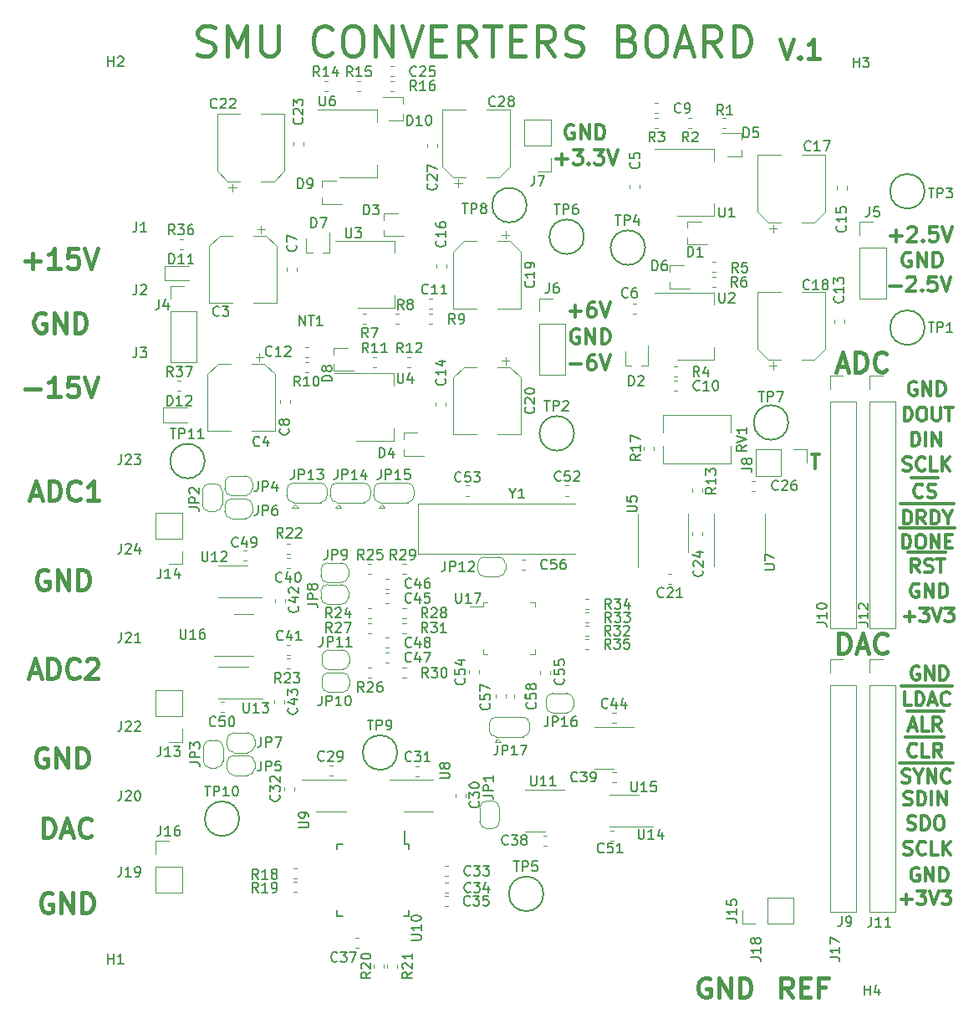
<source format=gbr>
G04 #@! TF.GenerationSoftware,KiCad,Pcbnew,(5.1.5)-3*
G04 #@! TF.CreationDate,2020-10-28T22:24:30+01:00*
G04 #@! TF.ProjectId,converters_1,636f6e76-6572-4746-9572-735f312e6b69,rev?*
G04 #@! TF.SameCoordinates,Original*
G04 #@! TF.FileFunction,Legend,Top*
G04 #@! TF.FilePolarity,Positive*
%FSLAX46Y46*%
G04 Gerber Fmt 4.6, Leading zero omitted, Abs format (unit mm)*
G04 Created by KiCad (PCBNEW (5.1.5)-3) date 2020-10-28 22:24:30*
%MOMM*%
%LPD*%
G04 APERTURE LIST*
%ADD10C,0.400000*%
%ADD11C,0.450000*%
%ADD12C,0.300000*%
%ADD13C,0.120000*%
%ADD14C,0.150000*%
G04 APERTURE END LIST*
D10*
X116904761Y-22179761D02*
X117571428Y-24179761D01*
X118238095Y-22179761D01*
X118904761Y-23989285D02*
X119000000Y-24084523D01*
X118904761Y-24179761D01*
X118809523Y-24084523D01*
X118904761Y-23989285D01*
X118904761Y-24179761D01*
X120904761Y-24179761D02*
X119761904Y-24179761D01*
X120333333Y-24179761D02*
X120333333Y-22179761D01*
X120142857Y-22465476D01*
X119952380Y-22655952D01*
X119761904Y-22751190D01*
D11*
X57925000Y-23739285D02*
X58353571Y-23882142D01*
X59067857Y-23882142D01*
X59353571Y-23739285D01*
X59496428Y-23596428D01*
X59639285Y-23310714D01*
X59639285Y-23025000D01*
X59496428Y-22739285D01*
X59353571Y-22596428D01*
X59067857Y-22453571D01*
X58496428Y-22310714D01*
X58210714Y-22167857D01*
X58067857Y-22025000D01*
X57925000Y-21739285D01*
X57925000Y-21453571D01*
X58067857Y-21167857D01*
X58210714Y-21025000D01*
X58496428Y-20882142D01*
X59210714Y-20882142D01*
X59639285Y-21025000D01*
X60925000Y-23882142D02*
X60925000Y-20882142D01*
X61925000Y-23025000D01*
X62925000Y-20882142D01*
X62925000Y-23882142D01*
X64353571Y-20882142D02*
X64353571Y-23310714D01*
X64496428Y-23596428D01*
X64639285Y-23739285D01*
X64925000Y-23882142D01*
X65496428Y-23882142D01*
X65782142Y-23739285D01*
X65925000Y-23596428D01*
X66067857Y-23310714D01*
X66067857Y-20882142D01*
X71496428Y-23596428D02*
X71353571Y-23739285D01*
X70925000Y-23882142D01*
X70639285Y-23882142D01*
X70210714Y-23739285D01*
X69925000Y-23453571D01*
X69782142Y-23167857D01*
X69639285Y-22596428D01*
X69639285Y-22167857D01*
X69782142Y-21596428D01*
X69925000Y-21310714D01*
X70210714Y-21025000D01*
X70639285Y-20882142D01*
X70925000Y-20882142D01*
X71353571Y-21025000D01*
X71496428Y-21167857D01*
X73353571Y-20882142D02*
X73925000Y-20882142D01*
X74210714Y-21025000D01*
X74496428Y-21310714D01*
X74639285Y-21882142D01*
X74639285Y-22882142D01*
X74496428Y-23453571D01*
X74210714Y-23739285D01*
X73925000Y-23882142D01*
X73353571Y-23882142D01*
X73067857Y-23739285D01*
X72782142Y-23453571D01*
X72639285Y-22882142D01*
X72639285Y-21882142D01*
X72782142Y-21310714D01*
X73067857Y-21025000D01*
X73353571Y-20882142D01*
X75925000Y-23882142D02*
X75925000Y-20882142D01*
X77639285Y-23882142D01*
X77639285Y-20882142D01*
X78639285Y-20882142D02*
X79639285Y-23882142D01*
X80639285Y-20882142D01*
X81639285Y-22310714D02*
X82639285Y-22310714D01*
X83067857Y-23882142D02*
X81639285Y-23882142D01*
X81639285Y-20882142D01*
X83067857Y-20882142D01*
X86067857Y-23882142D02*
X85067857Y-22453571D01*
X84353571Y-23882142D02*
X84353571Y-20882142D01*
X85496428Y-20882142D01*
X85782142Y-21025000D01*
X85925000Y-21167857D01*
X86067857Y-21453571D01*
X86067857Y-21882142D01*
X85925000Y-22167857D01*
X85782142Y-22310714D01*
X85496428Y-22453571D01*
X84353571Y-22453571D01*
X86925000Y-20882142D02*
X88639285Y-20882142D01*
X87782142Y-23882142D02*
X87782142Y-20882142D01*
X89639285Y-22310714D02*
X90639285Y-22310714D01*
X91067857Y-23882142D02*
X89639285Y-23882142D01*
X89639285Y-20882142D01*
X91067857Y-20882142D01*
X94067857Y-23882142D02*
X93067857Y-22453571D01*
X92353571Y-23882142D02*
X92353571Y-20882142D01*
X93496428Y-20882142D01*
X93782142Y-21025000D01*
X93925000Y-21167857D01*
X94067857Y-21453571D01*
X94067857Y-21882142D01*
X93925000Y-22167857D01*
X93782142Y-22310714D01*
X93496428Y-22453571D01*
X92353571Y-22453571D01*
X95210714Y-23739285D02*
X95639285Y-23882142D01*
X96353571Y-23882142D01*
X96639285Y-23739285D01*
X96782142Y-23596428D01*
X96925000Y-23310714D01*
X96925000Y-23025000D01*
X96782142Y-22739285D01*
X96639285Y-22596428D01*
X96353571Y-22453571D01*
X95782142Y-22310714D01*
X95496428Y-22167857D01*
X95353571Y-22025000D01*
X95210714Y-21739285D01*
X95210714Y-21453571D01*
X95353571Y-21167857D01*
X95496428Y-21025000D01*
X95782142Y-20882142D01*
X96496428Y-20882142D01*
X96925000Y-21025000D01*
X101496428Y-22310714D02*
X101925000Y-22453571D01*
X102067857Y-22596428D01*
X102210714Y-22882142D01*
X102210714Y-23310714D01*
X102067857Y-23596428D01*
X101925000Y-23739285D01*
X101639285Y-23882142D01*
X100496428Y-23882142D01*
X100496428Y-20882142D01*
X101496428Y-20882142D01*
X101782142Y-21025000D01*
X101925000Y-21167857D01*
X102067857Y-21453571D01*
X102067857Y-21739285D01*
X101925000Y-22025000D01*
X101782142Y-22167857D01*
X101496428Y-22310714D01*
X100496428Y-22310714D01*
X104067857Y-20882142D02*
X104639285Y-20882142D01*
X104925000Y-21025000D01*
X105210714Y-21310714D01*
X105353571Y-21882142D01*
X105353571Y-22882142D01*
X105210714Y-23453571D01*
X104925000Y-23739285D01*
X104639285Y-23882142D01*
X104067857Y-23882142D01*
X103782142Y-23739285D01*
X103496428Y-23453571D01*
X103353571Y-22882142D01*
X103353571Y-21882142D01*
X103496428Y-21310714D01*
X103782142Y-21025000D01*
X104067857Y-20882142D01*
X106496428Y-23025000D02*
X107925000Y-23025000D01*
X106210714Y-23882142D02*
X107210714Y-20882142D01*
X108210714Y-23882142D01*
X110925000Y-23882142D02*
X109925000Y-22453571D01*
X109210714Y-23882142D02*
X109210714Y-20882142D01*
X110353571Y-20882142D01*
X110639285Y-21025000D01*
X110782142Y-21167857D01*
X110925000Y-21453571D01*
X110925000Y-21882142D01*
X110782142Y-22167857D01*
X110639285Y-22310714D01*
X110353571Y-22453571D01*
X109210714Y-22453571D01*
X112210714Y-23882142D02*
X112210714Y-20882142D01*
X112925000Y-20882142D01*
X113353571Y-21025000D01*
X113639285Y-21310714D01*
X113782142Y-21596428D01*
X113925000Y-22167857D01*
X113925000Y-22596428D01*
X113782142Y-23167857D01*
X113639285Y-23453571D01*
X113353571Y-23739285D01*
X112925000Y-23882142D01*
X112210714Y-23882142D01*
D12*
X120100000Y-64233333D02*
X120900000Y-64233333D01*
X120500000Y-65633333D02*
X120500000Y-64233333D01*
X129208333Y-87627000D02*
X130341666Y-87627000D01*
X130208333Y-89658333D02*
X129541666Y-89658333D01*
X129541666Y-88258333D01*
X130341666Y-87627000D02*
X131741666Y-87627000D01*
X130675000Y-89658333D02*
X130675000Y-88258333D01*
X131008333Y-88258333D01*
X131208333Y-88325000D01*
X131341666Y-88458333D01*
X131408333Y-88591666D01*
X131475000Y-88858333D01*
X131475000Y-89058333D01*
X131408333Y-89325000D01*
X131341666Y-89458333D01*
X131208333Y-89591666D01*
X131008333Y-89658333D01*
X130675000Y-89658333D01*
X131741666Y-87627000D02*
X132941666Y-87627000D01*
X132008333Y-89258333D02*
X132675000Y-89258333D01*
X131875000Y-89658333D02*
X132341666Y-88258333D01*
X132808333Y-89658333D01*
X132941666Y-87627000D02*
X134341666Y-87627000D01*
X134075000Y-89525000D02*
X134008333Y-89591666D01*
X133808333Y-89658333D01*
X133675000Y-89658333D01*
X133475000Y-89591666D01*
X133341666Y-89458333D01*
X133275000Y-89325000D01*
X133208333Y-89058333D01*
X133208333Y-88858333D01*
X133275000Y-88591666D01*
X133341666Y-88458333D01*
X133475000Y-88325000D01*
X133675000Y-88258333D01*
X133808333Y-88258333D01*
X134008333Y-88325000D01*
X134075000Y-88391666D01*
X129758333Y-90202000D02*
X130958333Y-90202000D01*
X130025000Y-91833333D02*
X130691666Y-91833333D01*
X129891666Y-92233333D02*
X130358333Y-90833333D01*
X130825000Y-92233333D01*
X130958333Y-90202000D02*
X132091666Y-90202000D01*
X131958333Y-92233333D02*
X131291666Y-92233333D01*
X131291666Y-90833333D01*
X132091666Y-90202000D02*
X133491666Y-90202000D01*
X133225000Y-92233333D02*
X132758333Y-91566666D01*
X132425000Y-92233333D02*
X132425000Y-90833333D01*
X132958333Y-90833333D01*
X133091666Y-90900000D01*
X133158333Y-90966666D01*
X133225000Y-91100000D01*
X133225000Y-91300000D01*
X133158333Y-91433333D01*
X133091666Y-91500000D01*
X132958333Y-91566666D01*
X132425000Y-91566666D01*
X129608333Y-92852000D02*
X131008333Y-92852000D01*
X130741666Y-94750000D02*
X130675000Y-94816666D01*
X130475000Y-94883333D01*
X130341666Y-94883333D01*
X130141666Y-94816666D01*
X130008333Y-94683333D01*
X129941666Y-94550000D01*
X129875000Y-94283333D01*
X129875000Y-94083333D01*
X129941666Y-93816666D01*
X130008333Y-93683333D01*
X130141666Y-93550000D01*
X130341666Y-93483333D01*
X130475000Y-93483333D01*
X130675000Y-93550000D01*
X130741666Y-93616666D01*
X131008333Y-92852000D02*
X132141666Y-92852000D01*
X132008333Y-94883333D02*
X131341666Y-94883333D01*
X131341666Y-93483333D01*
X132141666Y-92852000D02*
X133541666Y-92852000D01*
X133275000Y-94883333D02*
X132808333Y-94216666D01*
X132475000Y-94883333D02*
X132475000Y-93483333D01*
X133008333Y-93483333D01*
X133141666Y-93550000D01*
X133208333Y-93616666D01*
X133275000Y-93750000D01*
X133275000Y-93950000D01*
X133208333Y-94083333D01*
X133141666Y-94150000D01*
X133008333Y-94216666D01*
X132475000Y-94216666D01*
X129000000Y-95427000D02*
X130333333Y-95427000D01*
X129266666Y-97391666D02*
X129466666Y-97458333D01*
X129800000Y-97458333D01*
X129933333Y-97391666D01*
X130000000Y-97325000D01*
X130066666Y-97191666D01*
X130066666Y-97058333D01*
X130000000Y-96925000D01*
X129933333Y-96858333D01*
X129800000Y-96791666D01*
X129533333Y-96725000D01*
X129400000Y-96658333D01*
X129333333Y-96591666D01*
X129266666Y-96458333D01*
X129266666Y-96325000D01*
X129333333Y-96191666D01*
X129400000Y-96125000D01*
X129533333Y-96058333D01*
X129866666Y-96058333D01*
X130066666Y-96125000D01*
X130333333Y-95427000D02*
X131533333Y-95427000D01*
X130933333Y-96791666D02*
X130933333Y-97458333D01*
X130466666Y-96058333D02*
X130933333Y-96791666D01*
X131400000Y-96058333D01*
X131533333Y-95427000D02*
X133000000Y-95427000D01*
X131866666Y-97458333D02*
X131866666Y-96058333D01*
X132666666Y-97458333D01*
X132666666Y-96058333D01*
X133000000Y-95427000D02*
X134400000Y-95427000D01*
X134133333Y-97325000D02*
X134066666Y-97391666D01*
X133866666Y-97458333D01*
X133733333Y-97458333D01*
X133533333Y-97391666D01*
X133400000Y-97258333D01*
X133333333Y-97125000D01*
X133266666Y-96858333D01*
X133266666Y-96658333D01*
X133333333Y-96391666D01*
X133400000Y-96258333D01*
X133533333Y-96125000D01*
X133733333Y-96058333D01*
X133866666Y-96058333D01*
X134066666Y-96125000D01*
X134133333Y-96191666D01*
X129458333Y-99666666D02*
X129658333Y-99733333D01*
X129991666Y-99733333D01*
X130125000Y-99666666D01*
X130191666Y-99600000D01*
X130258333Y-99466666D01*
X130258333Y-99333333D01*
X130191666Y-99200000D01*
X130125000Y-99133333D01*
X129991666Y-99066666D01*
X129725000Y-99000000D01*
X129591666Y-98933333D01*
X129525000Y-98866666D01*
X129458333Y-98733333D01*
X129458333Y-98600000D01*
X129525000Y-98466666D01*
X129591666Y-98400000D01*
X129725000Y-98333333D01*
X130058333Y-98333333D01*
X130258333Y-98400000D01*
X130858333Y-99733333D02*
X130858333Y-98333333D01*
X131191666Y-98333333D01*
X131391666Y-98400000D01*
X131525000Y-98533333D01*
X131591666Y-98666666D01*
X131658333Y-98933333D01*
X131658333Y-99133333D01*
X131591666Y-99400000D01*
X131525000Y-99533333D01*
X131391666Y-99666666D01*
X131191666Y-99733333D01*
X130858333Y-99733333D01*
X132258333Y-99733333D02*
X132258333Y-98333333D01*
X132925000Y-99733333D02*
X132925000Y-98333333D01*
X133725000Y-99733333D01*
X133725000Y-98333333D01*
X129841666Y-102166666D02*
X130041666Y-102233333D01*
X130375000Y-102233333D01*
X130508333Y-102166666D01*
X130575000Y-102100000D01*
X130641666Y-101966666D01*
X130641666Y-101833333D01*
X130575000Y-101700000D01*
X130508333Y-101633333D01*
X130375000Y-101566666D01*
X130108333Y-101500000D01*
X129975000Y-101433333D01*
X129908333Y-101366666D01*
X129841666Y-101233333D01*
X129841666Y-101100000D01*
X129908333Y-100966666D01*
X129975000Y-100900000D01*
X130108333Y-100833333D01*
X130441666Y-100833333D01*
X130641666Y-100900000D01*
X131241666Y-102233333D02*
X131241666Y-100833333D01*
X131575000Y-100833333D01*
X131775000Y-100900000D01*
X131908333Y-101033333D01*
X131975000Y-101166666D01*
X132041666Y-101433333D01*
X132041666Y-101633333D01*
X131975000Y-101900000D01*
X131908333Y-102033333D01*
X131775000Y-102166666D01*
X131575000Y-102233333D01*
X131241666Y-102233333D01*
X132908333Y-100833333D02*
X133175000Y-100833333D01*
X133308333Y-100900000D01*
X133441666Y-101033333D01*
X133508333Y-101300000D01*
X133508333Y-101766666D01*
X133441666Y-102033333D01*
X133308333Y-102166666D01*
X133175000Y-102233333D01*
X132908333Y-102233333D01*
X132775000Y-102166666D01*
X132641666Y-102033333D01*
X132575000Y-101766666D01*
X132575000Y-101300000D01*
X132641666Y-101033333D01*
X132775000Y-100900000D01*
X132908333Y-100833333D01*
X129458333Y-104716666D02*
X129658333Y-104783333D01*
X129991666Y-104783333D01*
X130125000Y-104716666D01*
X130191666Y-104650000D01*
X130258333Y-104516666D01*
X130258333Y-104383333D01*
X130191666Y-104250000D01*
X130125000Y-104183333D01*
X129991666Y-104116666D01*
X129725000Y-104050000D01*
X129591666Y-103983333D01*
X129525000Y-103916666D01*
X129458333Y-103783333D01*
X129458333Y-103650000D01*
X129525000Y-103516666D01*
X129591666Y-103450000D01*
X129725000Y-103383333D01*
X130058333Y-103383333D01*
X130258333Y-103450000D01*
X131658333Y-104650000D02*
X131591666Y-104716666D01*
X131391666Y-104783333D01*
X131258333Y-104783333D01*
X131058333Y-104716666D01*
X130925000Y-104583333D01*
X130858333Y-104450000D01*
X130791666Y-104183333D01*
X130791666Y-103983333D01*
X130858333Y-103716666D01*
X130925000Y-103583333D01*
X131058333Y-103450000D01*
X131258333Y-103383333D01*
X131391666Y-103383333D01*
X131591666Y-103450000D01*
X131658333Y-103516666D01*
X132925000Y-104783333D02*
X132258333Y-104783333D01*
X132258333Y-103383333D01*
X133391666Y-104783333D02*
X133391666Y-103383333D01*
X134191666Y-104783333D02*
X133591666Y-103983333D01*
X134191666Y-103383333D02*
X133391666Y-104183333D01*
X129183333Y-109250000D02*
X130250000Y-109250000D01*
X129716666Y-109783333D02*
X129716666Y-108716666D01*
X130783333Y-108383333D02*
X131650000Y-108383333D01*
X131183333Y-108916666D01*
X131383333Y-108916666D01*
X131516666Y-108983333D01*
X131583333Y-109050000D01*
X131650000Y-109183333D01*
X131650000Y-109516666D01*
X131583333Y-109650000D01*
X131516666Y-109716666D01*
X131383333Y-109783333D01*
X130983333Y-109783333D01*
X130850000Y-109716666D01*
X130783333Y-109650000D01*
X132050000Y-108383333D02*
X132516666Y-109783333D01*
X132983333Y-108383333D01*
X133316666Y-108383333D02*
X134183333Y-108383333D01*
X133716666Y-108916666D01*
X133916666Y-108916666D01*
X134050000Y-108983333D01*
X134116666Y-109050000D01*
X134183333Y-109183333D01*
X134183333Y-109516666D01*
X134116666Y-109650000D01*
X134050000Y-109716666D01*
X133916666Y-109783333D01*
X133516666Y-109783333D01*
X133383333Y-109716666D01*
X133316666Y-109650000D01*
X130958333Y-106100000D02*
X130825000Y-106033333D01*
X130625000Y-106033333D01*
X130425000Y-106100000D01*
X130291666Y-106233333D01*
X130225000Y-106366666D01*
X130158333Y-106633333D01*
X130158333Y-106833333D01*
X130225000Y-107100000D01*
X130291666Y-107233333D01*
X130425000Y-107366666D01*
X130625000Y-107433333D01*
X130758333Y-107433333D01*
X130958333Y-107366666D01*
X131025000Y-107300000D01*
X131025000Y-106833333D01*
X130758333Y-106833333D01*
X131625000Y-107433333D02*
X131625000Y-106033333D01*
X132425000Y-107433333D01*
X132425000Y-106033333D01*
X133091666Y-107433333D02*
X133091666Y-106033333D01*
X133425000Y-106033333D01*
X133625000Y-106100000D01*
X133758333Y-106233333D01*
X133825000Y-106366666D01*
X133891666Y-106633333D01*
X133891666Y-106833333D01*
X133825000Y-107100000D01*
X133758333Y-107233333D01*
X133625000Y-107366666D01*
X133425000Y-107433333D01*
X133091666Y-107433333D01*
X130983333Y-85725000D02*
X130850000Y-85658333D01*
X130650000Y-85658333D01*
X130450000Y-85725000D01*
X130316666Y-85858333D01*
X130250000Y-85991666D01*
X130183333Y-86258333D01*
X130183333Y-86458333D01*
X130250000Y-86725000D01*
X130316666Y-86858333D01*
X130450000Y-86991666D01*
X130650000Y-87058333D01*
X130783333Y-87058333D01*
X130983333Y-86991666D01*
X131050000Y-86925000D01*
X131050000Y-86458333D01*
X130783333Y-86458333D01*
X131650000Y-87058333D02*
X131650000Y-85658333D01*
X132450000Y-87058333D01*
X132450000Y-85658333D01*
X133116666Y-87058333D02*
X133116666Y-85658333D01*
X133450000Y-85658333D01*
X133650000Y-85725000D01*
X133783333Y-85858333D01*
X133850000Y-85991666D01*
X133916666Y-86258333D01*
X133916666Y-86458333D01*
X133850000Y-86725000D01*
X133783333Y-86858333D01*
X133650000Y-86991666D01*
X133450000Y-87058333D01*
X133116666Y-87058333D01*
X129483333Y-80625000D02*
X130550000Y-80625000D01*
X130016666Y-81158333D02*
X130016666Y-80091666D01*
X131083333Y-79758333D02*
X131950000Y-79758333D01*
X131483333Y-80291666D01*
X131683333Y-80291666D01*
X131816666Y-80358333D01*
X131883333Y-80425000D01*
X131950000Y-80558333D01*
X131950000Y-80891666D01*
X131883333Y-81025000D01*
X131816666Y-81091666D01*
X131683333Y-81158333D01*
X131283333Y-81158333D01*
X131150000Y-81091666D01*
X131083333Y-81025000D01*
X132350000Y-79758333D02*
X132816666Y-81158333D01*
X133283333Y-79758333D01*
X133616666Y-79758333D02*
X134483333Y-79758333D01*
X134016666Y-80291666D01*
X134216666Y-80291666D01*
X134350000Y-80358333D01*
X134416666Y-80425000D01*
X134483333Y-80558333D01*
X134483333Y-80891666D01*
X134416666Y-81025000D01*
X134350000Y-81091666D01*
X134216666Y-81158333D01*
X133816666Y-81158333D01*
X133683333Y-81091666D01*
X133616666Y-81025000D01*
X130933333Y-77375000D02*
X130800000Y-77308333D01*
X130600000Y-77308333D01*
X130400000Y-77375000D01*
X130266666Y-77508333D01*
X130200000Y-77641666D01*
X130133333Y-77908333D01*
X130133333Y-78108333D01*
X130200000Y-78375000D01*
X130266666Y-78508333D01*
X130400000Y-78641666D01*
X130600000Y-78708333D01*
X130733333Y-78708333D01*
X130933333Y-78641666D01*
X131000000Y-78575000D01*
X131000000Y-78108333D01*
X130733333Y-78108333D01*
X131600000Y-78708333D02*
X131600000Y-77308333D01*
X132400000Y-78708333D01*
X132400000Y-77308333D01*
X133066666Y-78708333D02*
X133066666Y-77308333D01*
X133400000Y-77308333D01*
X133600000Y-77375000D01*
X133733333Y-77508333D01*
X133800000Y-77641666D01*
X133866666Y-77908333D01*
X133866666Y-78108333D01*
X133800000Y-78375000D01*
X133733333Y-78508333D01*
X133600000Y-78641666D01*
X133400000Y-78708333D01*
X133066666Y-78708333D01*
X129900000Y-74152000D02*
X131300000Y-74152000D01*
X131033333Y-76183333D02*
X130566666Y-75516666D01*
X130233333Y-76183333D02*
X130233333Y-74783333D01*
X130766666Y-74783333D01*
X130900000Y-74850000D01*
X130966666Y-74916666D01*
X131033333Y-75050000D01*
X131033333Y-75250000D01*
X130966666Y-75383333D01*
X130900000Y-75450000D01*
X130766666Y-75516666D01*
X130233333Y-75516666D01*
X131300000Y-74152000D02*
X132633333Y-74152000D01*
X131566666Y-76116666D02*
X131766666Y-76183333D01*
X132100000Y-76183333D01*
X132233333Y-76116666D01*
X132300000Y-76050000D01*
X132366666Y-75916666D01*
X132366666Y-75783333D01*
X132300000Y-75650000D01*
X132233333Y-75583333D01*
X132100000Y-75516666D01*
X131833333Y-75450000D01*
X131700000Y-75383333D01*
X131633333Y-75316666D01*
X131566666Y-75183333D01*
X131566666Y-75050000D01*
X131633333Y-74916666D01*
X131700000Y-74850000D01*
X131833333Y-74783333D01*
X132166666Y-74783333D01*
X132366666Y-74850000D01*
X132633333Y-74152000D02*
X133700000Y-74152000D01*
X132766666Y-74783333D02*
X133566666Y-74783333D01*
X133166666Y-76183333D02*
X133166666Y-74783333D01*
X129000000Y-71702000D02*
X130400000Y-71702000D01*
X129333333Y-73733333D02*
X129333333Y-72333333D01*
X129666666Y-72333333D01*
X129866666Y-72400000D01*
X130000000Y-72533333D01*
X130066666Y-72666666D01*
X130133333Y-72933333D01*
X130133333Y-73133333D01*
X130066666Y-73400000D01*
X130000000Y-73533333D01*
X129866666Y-73666666D01*
X129666666Y-73733333D01*
X129333333Y-73733333D01*
X130400000Y-71702000D02*
X131866666Y-71702000D01*
X131000000Y-72333333D02*
X131266666Y-72333333D01*
X131400000Y-72400000D01*
X131533333Y-72533333D01*
X131600000Y-72800000D01*
X131600000Y-73266666D01*
X131533333Y-73533333D01*
X131400000Y-73666666D01*
X131266666Y-73733333D01*
X131000000Y-73733333D01*
X130866666Y-73666666D01*
X130733333Y-73533333D01*
X130666666Y-73266666D01*
X130666666Y-72800000D01*
X130733333Y-72533333D01*
X130866666Y-72400000D01*
X131000000Y-72333333D01*
X131866666Y-71702000D02*
X133333333Y-71702000D01*
X132200000Y-73733333D02*
X132200000Y-72333333D01*
X133000000Y-73733333D01*
X133000000Y-72333333D01*
X133333333Y-71702000D02*
X134600000Y-71702000D01*
X133666666Y-73000000D02*
X134133333Y-73000000D01*
X134333333Y-73733333D02*
X133666666Y-73733333D01*
X133666666Y-72333333D01*
X134333333Y-72333333D01*
X129100000Y-69252000D02*
X130500000Y-69252000D01*
X129433333Y-71283333D02*
X129433333Y-69883333D01*
X129766666Y-69883333D01*
X129966666Y-69950000D01*
X130100000Y-70083333D01*
X130166666Y-70216666D01*
X130233333Y-70483333D01*
X130233333Y-70683333D01*
X130166666Y-70950000D01*
X130100000Y-71083333D01*
X129966666Y-71216666D01*
X129766666Y-71283333D01*
X129433333Y-71283333D01*
X130500000Y-69252000D02*
X131900000Y-69252000D01*
X131633333Y-71283333D02*
X131166666Y-70616666D01*
X130833333Y-71283333D02*
X130833333Y-69883333D01*
X131366666Y-69883333D01*
X131500000Y-69950000D01*
X131566666Y-70016666D01*
X131633333Y-70150000D01*
X131633333Y-70350000D01*
X131566666Y-70483333D01*
X131500000Y-70550000D01*
X131366666Y-70616666D01*
X130833333Y-70616666D01*
X131900000Y-69252000D02*
X133300000Y-69252000D01*
X132233333Y-71283333D02*
X132233333Y-69883333D01*
X132566666Y-69883333D01*
X132766666Y-69950000D01*
X132900000Y-70083333D01*
X132966666Y-70216666D01*
X133033333Y-70483333D01*
X133033333Y-70683333D01*
X132966666Y-70950000D01*
X132900000Y-71083333D01*
X132766666Y-71216666D01*
X132566666Y-71283333D01*
X132233333Y-71283333D01*
X133300000Y-69252000D02*
X134500000Y-69252000D01*
X133900000Y-70616666D02*
X133900000Y-71283333D01*
X133433333Y-69883333D02*
X133900000Y-70616666D01*
X134366666Y-69883333D01*
X130208333Y-66602000D02*
X131608333Y-66602000D01*
X131341666Y-68500000D02*
X131275000Y-68566666D01*
X131075000Y-68633333D01*
X130941666Y-68633333D01*
X130741666Y-68566666D01*
X130608333Y-68433333D01*
X130541666Y-68300000D01*
X130475000Y-68033333D01*
X130475000Y-67833333D01*
X130541666Y-67566666D01*
X130608333Y-67433333D01*
X130741666Y-67300000D01*
X130941666Y-67233333D01*
X131075000Y-67233333D01*
X131275000Y-67300000D01*
X131341666Y-67366666D01*
X131608333Y-66602000D02*
X132941666Y-66602000D01*
X131875000Y-68566666D02*
X132075000Y-68633333D01*
X132408333Y-68633333D01*
X132541666Y-68566666D01*
X132608333Y-68500000D01*
X132675000Y-68366666D01*
X132675000Y-68233333D01*
X132608333Y-68100000D01*
X132541666Y-68033333D01*
X132408333Y-67966666D01*
X132141666Y-67900000D01*
X132008333Y-67833333D01*
X131941666Y-67766666D01*
X131875000Y-67633333D01*
X131875000Y-67500000D01*
X131941666Y-67366666D01*
X132008333Y-67300000D01*
X132141666Y-67233333D01*
X132475000Y-67233333D01*
X132675000Y-67300000D01*
X129383333Y-65816666D02*
X129583333Y-65883333D01*
X129916666Y-65883333D01*
X130050000Y-65816666D01*
X130116666Y-65750000D01*
X130183333Y-65616666D01*
X130183333Y-65483333D01*
X130116666Y-65350000D01*
X130050000Y-65283333D01*
X129916666Y-65216666D01*
X129650000Y-65150000D01*
X129516666Y-65083333D01*
X129450000Y-65016666D01*
X129383333Y-64883333D01*
X129383333Y-64750000D01*
X129450000Y-64616666D01*
X129516666Y-64550000D01*
X129650000Y-64483333D01*
X129983333Y-64483333D01*
X130183333Y-64550000D01*
X131583333Y-65750000D02*
X131516666Y-65816666D01*
X131316666Y-65883333D01*
X131183333Y-65883333D01*
X130983333Y-65816666D01*
X130850000Y-65683333D01*
X130783333Y-65550000D01*
X130716666Y-65283333D01*
X130716666Y-65083333D01*
X130783333Y-64816666D01*
X130850000Y-64683333D01*
X130983333Y-64550000D01*
X131183333Y-64483333D01*
X131316666Y-64483333D01*
X131516666Y-64550000D01*
X131583333Y-64616666D01*
X132850000Y-65883333D02*
X132183333Y-65883333D01*
X132183333Y-64483333D01*
X133316666Y-65883333D02*
X133316666Y-64483333D01*
X134116666Y-65883333D02*
X133516666Y-65083333D01*
X134116666Y-64483333D02*
X133316666Y-65283333D01*
X129483333Y-60833333D02*
X129483333Y-59433333D01*
X129816666Y-59433333D01*
X130016666Y-59500000D01*
X130150000Y-59633333D01*
X130216666Y-59766666D01*
X130283333Y-60033333D01*
X130283333Y-60233333D01*
X130216666Y-60500000D01*
X130150000Y-60633333D01*
X130016666Y-60766666D01*
X129816666Y-60833333D01*
X129483333Y-60833333D01*
X131150000Y-59433333D02*
X131416666Y-59433333D01*
X131550000Y-59500000D01*
X131683333Y-59633333D01*
X131750000Y-59900000D01*
X131750000Y-60366666D01*
X131683333Y-60633333D01*
X131550000Y-60766666D01*
X131416666Y-60833333D01*
X131150000Y-60833333D01*
X131016666Y-60766666D01*
X130883333Y-60633333D01*
X130816666Y-60366666D01*
X130816666Y-59900000D01*
X130883333Y-59633333D01*
X131016666Y-59500000D01*
X131150000Y-59433333D01*
X132350000Y-59433333D02*
X132350000Y-60566666D01*
X132416666Y-60700000D01*
X132483333Y-60766666D01*
X132616666Y-60833333D01*
X132883333Y-60833333D01*
X133016666Y-60766666D01*
X133083333Y-60700000D01*
X133150000Y-60566666D01*
X133150000Y-59433333D01*
X133616666Y-59433333D02*
X134416666Y-59433333D01*
X134016666Y-60833333D02*
X134016666Y-59433333D01*
X130266666Y-63383333D02*
X130266666Y-61983333D01*
X130600000Y-61983333D01*
X130800000Y-62050000D01*
X130933333Y-62183333D01*
X131000000Y-62316666D01*
X131066666Y-62583333D01*
X131066666Y-62783333D01*
X131000000Y-63050000D01*
X130933333Y-63183333D01*
X130800000Y-63316666D01*
X130600000Y-63383333D01*
X130266666Y-63383333D01*
X131666666Y-63383333D02*
X131666666Y-61983333D01*
X132333333Y-63383333D02*
X132333333Y-61983333D01*
X133133333Y-63383333D01*
X133133333Y-61983333D01*
X130708333Y-56925000D02*
X130575000Y-56858333D01*
X130375000Y-56858333D01*
X130175000Y-56925000D01*
X130041666Y-57058333D01*
X129975000Y-57191666D01*
X129908333Y-57458333D01*
X129908333Y-57658333D01*
X129975000Y-57925000D01*
X130041666Y-58058333D01*
X130175000Y-58191666D01*
X130375000Y-58258333D01*
X130508333Y-58258333D01*
X130708333Y-58191666D01*
X130775000Y-58125000D01*
X130775000Y-57658333D01*
X130508333Y-57658333D01*
X131375000Y-58258333D02*
X131375000Y-56858333D01*
X132175000Y-58258333D01*
X132175000Y-56858333D01*
X132841666Y-58258333D02*
X132841666Y-56858333D01*
X133175000Y-56858333D01*
X133375000Y-56925000D01*
X133508333Y-57058333D01*
X133575000Y-57191666D01*
X133641666Y-57458333D01*
X133641666Y-57658333D01*
X133575000Y-57925000D01*
X133508333Y-58058333D01*
X133375000Y-58191666D01*
X133175000Y-58258333D01*
X132841666Y-58258333D01*
D10*
X122748809Y-55308333D02*
X123701190Y-55308333D01*
X122558333Y-55879761D02*
X123225000Y-53879761D01*
X123891666Y-55879761D01*
X124558333Y-55879761D02*
X124558333Y-53879761D01*
X125034523Y-53879761D01*
X125320238Y-53975000D01*
X125510714Y-54165476D01*
X125605952Y-54355952D01*
X125701190Y-54736904D01*
X125701190Y-55022619D01*
X125605952Y-55403571D01*
X125510714Y-55594047D01*
X125320238Y-55784523D01*
X125034523Y-55879761D01*
X124558333Y-55879761D01*
X127701190Y-55689285D02*
X127605952Y-55784523D01*
X127320238Y-55879761D01*
X127129761Y-55879761D01*
X126844047Y-55784523D01*
X126653571Y-55594047D01*
X126558333Y-55403571D01*
X126463095Y-55022619D01*
X126463095Y-54736904D01*
X126558333Y-54355952D01*
X126653571Y-54165476D01*
X126844047Y-53975000D01*
X127129761Y-53879761D01*
X127320238Y-53879761D01*
X127605952Y-53975000D01*
X127701190Y-54070238D01*
X122869047Y-84354761D02*
X122869047Y-82354761D01*
X123345238Y-82354761D01*
X123630952Y-82450000D01*
X123821428Y-82640476D01*
X123916666Y-82830952D01*
X124011904Y-83211904D01*
X124011904Y-83497619D01*
X123916666Y-83878571D01*
X123821428Y-84069047D01*
X123630952Y-84259523D01*
X123345238Y-84354761D01*
X122869047Y-84354761D01*
X124773809Y-83783333D02*
X125726190Y-83783333D01*
X124583333Y-84354761D02*
X125250000Y-82354761D01*
X125916666Y-84354761D01*
X127726190Y-84164285D02*
X127630952Y-84259523D01*
X127345238Y-84354761D01*
X127154761Y-84354761D01*
X126869047Y-84259523D01*
X126678571Y-84069047D01*
X126583333Y-83878571D01*
X126488095Y-83497619D01*
X126488095Y-83211904D01*
X126583333Y-82830952D01*
X126678571Y-82640476D01*
X126869047Y-82450000D01*
X127154761Y-82354761D01*
X127345238Y-82354761D01*
X127630952Y-82450000D01*
X127726190Y-82545238D01*
X118157142Y-119204761D02*
X117490476Y-118252380D01*
X117014285Y-119204761D02*
X117014285Y-117204761D01*
X117776190Y-117204761D01*
X117966666Y-117300000D01*
X118061904Y-117395238D01*
X118157142Y-117585714D01*
X118157142Y-117871428D01*
X118061904Y-118061904D01*
X117966666Y-118157142D01*
X117776190Y-118252380D01*
X117014285Y-118252380D01*
X119014285Y-118157142D02*
X119680952Y-118157142D01*
X119966666Y-119204761D02*
X119014285Y-119204761D01*
X119014285Y-117204761D01*
X119966666Y-117204761D01*
X121490476Y-118157142D02*
X120823809Y-118157142D01*
X120823809Y-119204761D02*
X120823809Y-117204761D01*
X121776190Y-117204761D01*
X109776190Y-117300000D02*
X109585714Y-117204761D01*
X109300000Y-117204761D01*
X109014285Y-117300000D01*
X108823809Y-117490476D01*
X108728571Y-117680952D01*
X108633333Y-118061904D01*
X108633333Y-118347619D01*
X108728571Y-118728571D01*
X108823809Y-118919047D01*
X109014285Y-119109523D01*
X109300000Y-119204761D01*
X109490476Y-119204761D01*
X109776190Y-119109523D01*
X109871428Y-119014285D01*
X109871428Y-118347619D01*
X109490476Y-118347619D01*
X110728571Y-119204761D02*
X110728571Y-117204761D01*
X111871428Y-119204761D01*
X111871428Y-117204761D01*
X112823809Y-119204761D02*
X112823809Y-117204761D01*
X113300000Y-117204761D01*
X113585714Y-117300000D01*
X113776190Y-117490476D01*
X113871428Y-117680952D01*
X113966666Y-118061904D01*
X113966666Y-118347619D01*
X113871428Y-118728571D01*
X113776190Y-118919047D01*
X113585714Y-119109523D01*
X113300000Y-119204761D01*
X112823809Y-119204761D01*
X42319047Y-103004761D02*
X42319047Y-101004761D01*
X42795238Y-101004761D01*
X43080952Y-101100000D01*
X43271428Y-101290476D01*
X43366666Y-101480952D01*
X43461904Y-101861904D01*
X43461904Y-102147619D01*
X43366666Y-102528571D01*
X43271428Y-102719047D01*
X43080952Y-102909523D01*
X42795238Y-103004761D01*
X42319047Y-103004761D01*
X44223809Y-102433333D02*
X45176190Y-102433333D01*
X44033333Y-103004761D02*
X44700000Y-101004761D01*
X45366666Y-103004761D01*
X47176190Y-102814285D02*
X47080952Y-102909523D01*
X46795238Y-103004761D01*
X46604761Y-103004761D01*
X46319047Y-102909523D01*
X46128571Y-102719047D01*
X46033333Y-102528571D01*
X45938095Y-102147619D01*
X45938095Y-101861904D01*
X46033333Y-101480952D01*
X46128571Y-101290476D01*
X46319047Y-101100000D01*
X46604761Y-101004761D01*
X46795238Y-101004761D01*
X47080952Y-101100000D01*
X47176190Y-101195238D01*
X43176190Y-108700000D02*
X42985714Y-108604761D01*
X42700000Y-108604761D01*
X42414285Y-108700000D01*
X42223809Y-108890476D01*
X42128571Y-109080952D01*
X42033333Y-109461904D01*
X42033333Y-109747619D01*
X42128571Y-110128571D01*
X42223809Y-110319047D01*
X42414285Y-110509523D01*
X42700000Y-110604761D01*
X42890476Y-110604761D01*
X43176190Y-110509523D01*
X43271428Y-110414285D01*
X43271428Y-109747619D01*
X42890476Y-109747619D01*
X44128571Y-110604761D02*
X44128571Y-108604761D01*
X45271428Y-110604761D01*
X45271428Y-108604761D01*
X46223809Y-110604761D02*
X46223809Y-108604761D01*
X46700000Y-108604761D01*
X46985714Y-108700000D01*
X47176190Y-108890476D01*
X47271428Y-109080952D01*
X47366666Y-109461904D01*
X47366666Y-109747619D01*
X47271428Y-110128571D01*
X47176190Y-110319047D01*
X46985714Y-110509523D01*
X46700000Y-110604761D01*
X46223809Y-110604761D01*
X40971428Y-86333333D02*
X41923809Y-86333333D01*
X40780952Y-86904761D02*
X41447619Y-84904761D01*
X42114285Y-86904761D01*
X42780952Y-86904761D02*
X42780952Y-84904761D01*
X43257142Y-84904761D01*
X43542857Y-85000000D01*
X43733333Y-85190476D01*
X43828571Y-85380952D01*
X43923809Y-85761904D01*
X43923809Y-86047619D01*
X43828571Y-86428571D01*
X43733333Y-86619047D01*
X43542857Y-86809523D01*
X43257142Y-86904761D01*
X42780952Y-86904761D01*
X45923809Y-86714285D02*
X45828571Y-86809523D01*
X45542857Y-86904761D01*
X45352380Y-86904761D01*
X45066666Y-86809523D01*
X44876190Y-86619047D01*
X44780952Y-86428571D01*
X44685714Y-86047619D01*
X44685714Y-85761904D01*
X44780952Y-85380952D01*
X44876190Y-85190476D01*
X45066666Y-85000000D01*
X45352380Y-84904761D01*
X45542857Y-84904761D01*
X45828571Y-85000000D01*
X45923809Y-85095238D01*
X46685714Y-85095238D02*
X46780952Y-85000000D01*
X46971428Y-84904761D01*
X47447619Y-84904761D01*
X47638095Y-85000000D01*
X47733333Y-85095238D01*
X47828571Y-85285714D01*
X47828571Y-85476190D01*
X47733333Y-85761904D01*
X46590476Y-86904761D01*
X47828571Y-86904761D01*
X42676190Y-94000000D02*
X42485714Y-93904761D01*
X42200000Y-93904761D01*
X41914285Y-94000000D01*
X41723809Y-94190476D01*
X41628571Y-94380952D01*
X41533333Y-94761904D01*
X41533333Y-95047619D01*
X41628571Y-95428571D01*
X41723809Y-95619047D01*
X41914285Y-95809523D01*
X42200000Y-95904761D01*
X42390476Y-95904761D01*
X42676190Y-95809523D01*
X42771428Y-95714285D01*
X42771428Y-95047619D01*
X42390476Y-95047619D01*
X43628571Y-95904761D02*
X43628571Y-93904761D01*
X44771428Y-95904761D01*
X44771428Y-93904761D01*
X45723809Y-95904761D02*
X45723809Y-93904761D01*
X46200000Y-93904761D01*
X46485714Y-94000000D01*
X46676190Y-94190476D01*
X46771428Y-94380952D01*
X46866666Y-94761904D01*
X46866666Y-95047619D01*
X46771428Y-95428571D01*
X46676190Y-95619047D01*
X46485714Y-95809523D01*
X46200000Y-95904761D01*
X45723809Y-95904761D01*
X42776190Y-76000000D02*
X42585714Y-75904761D01*
X42300000Y-75904761D01*
X42014285Y-76000000D01*
X41823809Y-76190476D01*
X41728571Y-76380952D01*
X41633333Y-76761904D01*
X41633333Y-77047619D01*
X41728571Y-77428571D01*
X41823809Y-77619047D01*
X42014285Y-77809523D01*
X42300000Y-77904761D01*
X42490476Y-77904761D01*
X42776190Y-77809523D01*
X42871428Y-77714285D01*
X42871428Y-77047619D01*
X42490476Y-77047619D01*
X43728571Y-77904761D02*
X43728571Y-75904761D01*
X44871428Y-77904761D01*
X44871428Y-75904761D01*
X45823809Y-77904761D02*
X45823809Y-75904761D01*
X46300000Y-75904761D01*
X46585714Y-76000000D01*
X46776190Y-76190476D01*
X46871428Y-76380952D01*
X46966666Y-76761904D01*
X46966666Y-77047619D01*
X46871428Y-77428571D01*
X46776190Y-77619047D01*
X46585714Y-77809523D01*
X46300000Y-77904761D01*
X45823809Y-77904761D01*
X41071428Y-68333333D02*
X42023809Y-68333333D01*
X40880952Y-68904761D02*
X41547619Y-66904761D01*
X42214285Y-68904761D01*
X42880952Y-68904761D02*
X42880952Y-66904761D01*
X43357142Y-66904761D01*
X43642857Y-67000000D01*
X43833333Y-67190476D01*
X43928571Y-67380952D01*
X44023809Y-67761904D01*
X44023809Y-68047619D01*
X43928571Y-68428571D01*
X43833333Y-68619047D01*
X43642857Y-68809523D01*
X43357142Y-68904761D01*
X42880952Y-68904761D01*
X46023809Y-68714285D02*
X45928571Y-68809523D01*
X45642857Y-68904761D01*
X45452380Y-68904761D01*
X45166666Y-68809523D01*
X44976190Y-68619047D01*
X44880952Y-68428571D01*
X44785714Y-68047619D01*
X44785714Y-67761904D01*
X44880952Y-67380952D01*
X44976190Y-67190476D01*
X45166666Y-67000000D01*
X45452380Y-66904761D01*
X45642857Y-66904761D01*
X45928571Y-67000000D01*
X46023809Y-67095238D01*
X47928571Y-68904761D02*
X46785714Y-68904761D01*
X47357142Y-68904761D02*
X47357142Y-66904761D01*
X47166666Y-67190476D01*
X46976190Y-67380952D01*
X46785714Y-67476190D01*
D12*
X94250000Y-34357142D02*
X95392857Y-34357142D01*
X94821428Y-34928571D02*
X94821428Y-33785714D01*
X95964285Y-33428571D02*
X96892857Y-33428571D01*
X96392857Y-34000000D01*
X96607142Y-34000000D01*
X96750000Y-34071428D01*
X96821428Y-34142857D01*
X96892857Y-34285714D01*
X96892857Y-34642857D01*
X96821428Y-34785714D01*
X96750000Y-34857142D01*
X96607142Y-34928571D01*
X96178571Y-34928571D01*
X96035714Y-34857142D01*
X95964285Y-34785714D01*
X97535714Y-34785714D02*
X97607142Y-34857142D01*
X97535714Y-34928571D01*
X97464285Y-34857142D01*
X97535714Y-34785714D01*
X97535714Y-34928571D01*
X98107142Y-33428571D02*
X99035714Y-33428571D01*
X98535714Y-34000000D01*
X98750000Y-34000000D01*
X98892857Y-34071428D01*
X98964285Y-34142857D01*
X99035714Y-34285714D01*
X99035714Y-34642857D01*
X98964285Y-34785714D01*
X98892857Y-34857142D01*
X98750000Y-34928571D01*
X98321428Y-34928571D01*
X98178571Y-34857142D01*
X98107142Y-34785714D01*
X99464285Y-33428571D02*
X99964285Y-34928571D01*
X100464285Y-33428571D01*
X96007142Y-30900000D02*
X95864285Y-30828571D01*
X95650000Y-30828571D01*
X95435714Y-30900000D01*
X95292857Y-31042857D01*
X95221428Y-31185714D01*
X95150000Y-31471428D01*
X95150000Y-31685714D01*
X95221428Y-31971428D01*
X95292857Y-32114285D01*
X95435714Y-32257142D01*
X95650000Y-32328571D01*
X95792857Y-32328571D01*
X96007142Y-32257142D01*
X96078571Y-32185714D01*
X96078571Y-31685714D01*
X95792857Y-31685714D01*
X96721428Y-32328571D02*
X96721428Y-30828571D01*
X97578571Y-32328571D01*
X97578571Y-30828571D01*
X98292857Y-32328571D02*
X98292857Y-30828571D01*
X98650000Y-30828571D01*
X98864285Y-30900000D01*
X99007142Y-31042857D01*
X99078571Y-31185714D01*
X99150000Y-31471428D01*
X99150000Y-31685714D01*
X99078571Y-31971428D01*
X99007142Y-32114285D01*
X98864285Y-32257142D01*
X98650000Y-32328571D01*
X98292857Y-32328571D01*
X130157142Y-43850000D02*
X130014285Y-43778571D01*
X129800000Y-43778571D01*
X129585714Y-43850000D01*
X129442857Y-43992857D01*
X129371428Y-44135714D01*
X129300000Y-44421428D01*
X129300000Y-44635714D01*
X129371428Y-44921428D01*
X129442857Y-45064285D01*
X129585714Y-45207142D01*
X129800000Y-45278571D01*
X129942857Y-45278571D01*
X130157142Y-45207142D01*
X130228571Y-45135714D01*
X130228571Y-44635714D01*
X129942857Y-44635714D01*
X130871428Y-45278571D02*
X130871428Y-43778571D01*
X131728571Y-45278571D01*
X131728571Y-43778571D01*
X132442857Y-45278571D02*
X132442857Y-43778571D01*
X132800000Y-43778571D01*
X133014285Y-43850000D01*
X133157142Y-43992857D01*
X133228571Y-44135714D01*
X133300000Y-44421428D01*
X133300000Y-44635714D01*
X133228571Y-44921428D01*
X133157142Y-45064285D01*
X133014285Y-45207142D01*
X132800000Y-45278571D01*
X132442857Y-45278571D01*
X128000000Y-47157142D02*
X129142857Y-47157142D01*
X129785714Y-46371428D02*
X129857142Y-46300000D01*
X130000000Y-46228571D01*
X130357142Y-46228571D01*
X130500000Y-46300000D01*
X130571428Y-46371428D01*
X130642857Y-46514285D01*
X130642857Y-46657142D01*
X130571428Y-46871428D01*
X129714285Y-47728571D01*
X130642857Y-47728571D01*
X131285714Y-47585714D02*
X131357142Y-47657142D01*
X131285714Y-47728571D01*
X131214285Y-47657142D01*
X131285714Y-47585714D01*
X131285714Y-47728571D01*
X132714285Y-46228571D02*
X132000000Y-46228571D01*
X131928571Y-46942857D01*
X132000000Y-46871428D01*
X132142857Y-46800000D01*
X132500000Y-46800000D01*
X132642857Y-46871428D01*
X132714285Y-46942857D01*
X132785714Y-47085714D01*
X132785714Y-47442857D01*
X132714285Y-47585714D01*
X132642857Y-47657142D01*
X132500000Y-47728571D01*
X132142857Y-47728571D01*
X132000000Y-47657142D01*
X131928571Y-47585714D01*
X133214285Y-46228571D02*
X133714285Y-47728571D01*
X134214285Y-46228571D01*
X128100000Y-42107142D02*
X129242857Y-42107142D01*
X128671428Y-42678571D02*
X128671428Y-41535714D01*
X129885714Y-41321428D02*
X129957142Y-41250000D01*
X130100000Y-41178571D01*
X130457142Y-41178571D01*
X130600000Y-41250000D01*
X130671428Y-41321428D01*
X130742857Y-41464285D01*
X130742857Y-41607142D01*
X130671428Y-41821428D01*
X129814285Y-42678571D01*
X130742857Y-42678571D01*
X131385714Y-42535714D02*
X131457142Y-42607142D01*
X131385714Y-42678571D01*
X131314285Y-42607142D01*
X131385714Y-42535714D01*
X131385714Y-42678571D01*
X132814285Y-41178571D02*
X132100000Y-41178571D01*
X132028571Y-41892857D01*
X132100000Y-41821428D01*
X132242857Y-41750000D01*
X132600000Y-41750000D01*
X132742857Y-41821428D01*
X132814285Y-41892857D01*
X132885714Y-42035714D01*
X132885714Y-42392857D01*
X132814285Y-42535714D01*
X132742857Y-42607142D01*
X132600000Y-42678571D01*
X132242857Y-42678571D01*
X132100000Y-42607142D01*
X132028571Y-42535714D01*
X133314285Y-41178571D02*
X133814285Y-42678571D01*
X134314285Y-41178571D01*
X96557142Y-51600000D02*
X96414285Y-51528571D01*
X96200000Y-51528571D01*
X95985714Y-51600000D01*
X95842857Y-51742857D01*
X95771428Y-51885714D01*
X95700000Y-52171428D01*
X95700000Y-52385714D01*
X95771428Y-52671428D01*
X95842857Y-52814285D01*
X95985714Y-52957142D01*
X96200000Y-53028571D01*
X96342857Y-53028571D01*
X96557142Y-52957142D01*
X96628571Y-52885714D01*
X96628571Y-52385714D01*
X96342857Y-52385714D01*
X97271428Y-53028571D02*
X97271428Y-51528571D01*
X98128571Y-53028571D01*
X98128571Y-51528571D01*
X98842857Y-53028571D02*
X98842857Y-51528571D01*
X99200000Y-51528571D01*
X99414285Y-51600000D01*
X99557142Y-51742857D01*
X99628571Y-51885714D01*
X99700000Y-52171428D01*
X99700000Y-52385714D01*
X99628571Y-52671428D01*
X99557142Y-52814285D01*
X99414285Y-52957142D01*
X99200000Y-53028571D01*
X98842857Y-53028571D01*
X95621428Y-55107142D02*
X96764285Y-55107142D01*
X98121428Y-54178571D02*
X97835714Y-54178571D01*
X97692857Y-54250000D01*
X97621428Y-54321428D01*
X97478571Y-54535714D01*
X97407142Y-54821428D01*
X97407142Y-55392857D01*
X97478571Y-55535714D01*
X97550000Y-55607142D01*
X97692857Y-55678571D01*
X97978571Y-55678571D01*
X98121428Y-55607142D01*
X98192857Y-55535714D01*
X98264285Y-55392857D01*
X98264285Y-55035714D01*
X98192857Y-54892857D01*
X98121428Y-54821428D01*
X97978571Y-54750000D01*
X97692857Y-54750000D01*
X97550000Y-54821428D01*
X97478571Y-54892857D01*
X97407142Y-55035714D01*
X98692857Y-54178571D02*
X99192857Y-55678571D01*
X99692857Y-54178571D01*
X95621428Y-49757142D02*
X96764285Y-49757142D01*
X96192857Y-50328571D02*
X96192857Y-49185714D01*
X98121428Y-48828571D02*
X97835714Y-48828571D01*
X97692857Y-48900000D01*
X97621428Y-48971428D01*
X97478571Y-49185714D01*
X97407142Y-49471428D01*
X97407142Y-50042857D01*
X97478571Y-50185714D01*
X97550000Y-50257142D01*
X97692857Y-50328571D01*
X97978571Y-50328571D01*
X98121428Y-50257142D01*
X98192857Y-50185714D01*
X98264285Y-50042857D01*
X98264285Y-49685714D01*
X98192857Y-49542857D01*
X98121428Y-49471428D01*
X97978571Y-49400000D01*
X97692857Y-49400000D01*
X97550000Y-49471428D01*
X97478571Y-49542857D01*
X97407142Y-49685714D01*
X98692857Y-48828571D02*
X99192857Y-50328571D01*
X99692857Y-48828571D01*
D10*
X42476190Y-50000000D02*
X42285714Y-49904761D01*
X42000000Y-49904761D01*
X41714285Y-50000000D01*
X41523809Y-50190476D01*
X41428571Y-50380952D01*
X41333333Y-50761904D01*
X41333333Y-51047619D01*
X41428571Y-51428571D01*
X41523809Y-51619047D01*
X41714285Y-51809523D01*
X42000000Y-51904761D01*
X42190476Y-51904761D01*
X42476190Y-51809523D01*
X42571428Y-51714285D01*
X42571428Y-51047619D01*
X42190476Y-51047619D01*
X43428571Y-51904761D02*
X43428571Y-49904761D01*
X44571428Y-51904761D01*
X44571428Y-49904761D01*
X45523809Y-51904761D02*
X45523809Y-49904761D01*
X46000000Y-49904761D01*
X46285714Y-50000000D01*
X46476190Y-50190476D01*
X46571428Y-50380952D01*
X46666666Y-50761904D01*
X46666666Y-51047619D01*
X46571428Y-51428571D01*
X46476190Y-51619047D01*
X46285714Y-51809523D01*
X46000000Y-51904761D01*
X45523809Y-51904761D01*
X40476190Y-57642857D02*
X42000000Y-57642857D01*
X44000000Y-58404761D02*
X42857142Y-58404761D01*
X43428571Y-58404761D02*
X43428571Y-56404761D01*
X43238095Y-56690476D01*
X43047619Y-56880952D01*
X42857142Y-56976190D01*
X45809523Y-56404761D02*
X44857142Y-56404761D01*
X44761904Y-57357142D01*
X44857142Y-57261904D01*
X45047619Y-57166666D01*
X45523809Y-57166666D01*
X45714285Y-57261904D01*
X45809523Y-57357142D01*
X45904761Y-57547619D01*
X45904761Y-58023809D01*
X45809523Y-58214285D01*
X45714285Y-58309523D01*
X45523809Y-58404761D01*
X45047619Y-58404761D01*
X44857142Y-58309523D01*
X44761904Y-58214285D01*
X46476190Y-56404761D02*
X47142857Y-58404761D01*
X47809523Y-56404761D01*
X40476190Y-44642857D02*
X42000000Y-44642857D01*
X41238095Y-45404761D02*
X41238095Y-43880952D01*
X44000000Y-45404761D02*
X42857142Y-45404761D01*
X43428571Y-45404761D02*
X43428571Y-43404761D01*
X43238095Y-43690476D01*
X43047619Y-43880952D01*
X42857142Y-43976190D01*
X45809523Y-43404761D02*
X44857142Y-43404761D01*
X44761904Y-44357142D01*
X44857142Y-44261904D01*
X45047619Y-44166666D01*
X45523809Y-44166666D01*
X45714285Y-44261904D01*
X45809523Y-44357142D01*
X45904761Y-44547619D01*
X45904761Y-45023809D01*
X45809523Y-45214285D01*
X45714285Y-45309523D01*
X45523809Y-45404761D01*
X45047619Y-45404761D01*
X44857142Y-45309523D01*
X44761904Y-45214285D01*
X46476190Y-43404761D02*
X47142857Y-45404761D01*
X47809523Y-43404761D01*
D13*
X102100000Y-91790000D02*
X98100000Y-91790000D01*
X100100000Y-96010000D02*
X98100000Y-96010000D01*
X59600000Y-84610000D02*
X63600000Y-84610000D01*
X61600000Y-80390000D02*
X63600000Y-80390000D01*
X55878733Y-57810000D02*
X56221267Y-57810000D01*
X55878733Y-56790000D02*
X56221267Y-56790000D01*
X56078733Y-43460000D02*
X56421267Y-43460000D01*
X56078733Y-42440000D02*
X56421267Y-42440000D01*
X54390000Y-60985000D02*
X56850000Y-60985000D01*
X54390000Y-59515000D02*
X54390000Y-60985000D01*
X56850000Y-59515000D02*
X54390000Y-59515000D01*
X54590000Y-46635000D02*
X57050000Y-46635000D01*
X54590000Y-45165000D02*
X54590000Y-46635000D01*
X57050000Y-45165000D02*
X54590000Y-45165000D01*
X80225000Y-74300000D02*
X96200000Y-74300000D01*
X80225000Y-69200000D02*
X80225000Y-74300000D01*
X96200000Y-69200000D02*
X80225000Y-69200000D01*
X86840000Y-79640000D02*
X85525000Y-79640000D01*
X86840000Y-79190000D02*
X86840000Y-79640000D01*
X87290000Y-79190000D02*
X86840000Y-79190000D01*
X92060000Y-79190000D02*
X92060000Y-79640000D01*
X91610000Y-79190000D02*
X92060000Y-79190000D01*
X86840000Y-84410000D02*
X86840000Y-83960000D01*
X87290000Y-84410000D02*
X86840000Y-84410000D01*
X92060000Y-84410000D02*
X92060000Y-83960000D01*
X91610000Y-84410000D02*
X92060000Y-84410000D01*
X101100000Y-101910000D02*
X104025000Y-101910000D01*
X101100000Y-101910000D02*
X99600000Y-101910000D01*
X101100000Y-98690000D02*
X102600000Y-98690000D01*
X101100000Y-98690000D02*
X99600000Y-98690000D01*
X61550000Y-88910000D02*
X64475000Y-88910000D01*
X61550000Y-88910000D02*
X60050000Y-88910000D01*
X61550000Y-85690000D02*
X63050000Y-85690000D01*
X61550000Y-85690000D02*
X60050000Y-85690000D01*
X61500000Y-78710000D02*
X64425000Y-78710000D01*
X61500000Y-78710000D02*
X60000000Y-78710000D01*
X61500000Y-75490000D02*
X63000000Y-75490000D01*
X61500000Y-75490000D02*
X60000000Y-75490000D01*
X95100000Y-98190000D02*
X91100000Y-98190000D01*
X93100000Y-102410000D02*
X91100000Y-102410000D01*
D14*
X78900000Y-103675000D02*
X78900000Y-102300000D01*
X79325000Y-110925000D02*
X79325000Y-110400000D01*
X72075000Y-110925000D02*
X72075000Y-110400000D01*
X72075000Y-103675000D02*
X72075000Y-104200000D01*
X79325000Y-103675000D02*
X79325000Y-104200000D01*
X72075000Y-103675000D02*
X72600000Y-103675000D01*
X72075000Y-110925000D02*
X72600000Y-110925000D01*
X79325000Y-110925000D02*
X78800000Y-110925000D01*
X79325000Y-103675000D02*
X78900000Y-103675000D01*
D13*
X71425000Y-97140000D02*
X68500000Y-97140000D01*
X71425000Y-97140000D02*
X72925000Y-97140000D01*
X71425000Y-100360000D02*
X69925000Y-100360000D01*
X71425000Y-100360000D02*
X72925000Y-100360000D01*
X80290000Y-97140000D02*
X77365000Y-97140000D01*
X80290000Y-97140000D02*
X81790000Y-97140000D01*
X80290000Y-100360000D02*
X78790000Y-100360000D01*
X80290000Y-100360000D02*
X81790000Y-100360000D01*
X110240000Y-72150000D02*
X110240000Y-75600000D01*
X110240000Y-72150000D02*
X110240000Y-70200000D01*
X115360000Y-72150000D02*
X115360000Y-74100000D01*
X115360000Y-72150000D02*
X115360000Y-70200000D01*
X70050000Y-29340000D02*
X76060000Y-29340000D01*
X72300000Y-36160000D02*
X76060000Y-36160000D01*
X76060000Y-29340000D02*
X76060000Y-30600000D01*
X76060000Y-36160000D02*
X76060000Y-34900000D01*
X102490000Y-72200000D02*
X102490000Y-75650000D01*
X102490000Y-72200000D02*
X102490000Y-70250000D01*
X107610000Y-72200000D02*
X107610000Y-74150000D01*
X107610000Y-72200000D02*
X107610000Y-70250000D01*
X71750000Y-56040000D02*
X77760000Y-56040000D01*
X74000000Y-62860000D02*
X77760000Y-62860000D01*
X77760000Y-56040000D02*
X77760000Y-57300000D01*
X77760000Y-62860000D02*
X77760000Y-61600000D01*
X71900000Y-42590000D02*
X77910000Y-42590000D01*
X74150000Y-49410000D02*
X77910000Y-49410000D01*
X77910000Y-42590000D02*
X77910000Y-43850000D01*
X77910000Y-49410000D02*
X77910000Y-48150000D01*
X104250000Y-47840000D02*
X110260000Y-47840000D01*
X106500000Y-54660000D02*
X110260000Y-54660000D01*
X110260000Y-47840000D02*
X110260000Y-49100000D01*
X110260000Y-54660000D02*
X110260000Y-53400000D01*
X104250000Y-33290000D02*
X110260000Y-33290000D01*
X106500000Y-40110000D02*
X110260000Y-40110000D01*
X110260000Y-33290000D02*
X110260000Y-34550000D01*
X110260000Y-40110000D02*
X110260000Y-38850000D01*
D14*
X58650000Y-64900000D02*
G75*
G03X58650000Y-64900000I-1750000J0D01*
G01*
X62150000Y-101100000D02*
G75*
G03X62150000Y-101100000I-1750000J0D01*
G01*
X78150000Y-94400000D02*
G75*
G03X78150000Y-94400000I-1750000J0D01*
G01*
X91250000Y-39000000D02*
G75*
G03X91250000Y-39000000I-1750000J0D01*
G01*
X117750000Y-61000000D02*
G75*
G03X117750000Y-61000000I-1750000J0D01*
G01*
X97050000Y-42200000D02*
G75*
G03X97050000Y-42200000I-1750000J0D01*
G01*
X92950000Y-108700000D02*
G75*
G03X92950000Y-108700000I-1750000J0D01*
G01*
X103250000Y-43300000D02*
G75*
G03X103250000Y-43300000I-1750000J0D01*
G01*
X131550000Y-37600000D02*
G75*
G03X131550000Y-37600000I-1750000J0D01*
G01*
X96050000Y-62100000D02*
G75*
G03X96050000Y-62100000I-1750000J0D01*
G01*
X131550000Y-51400000D02*
G75*
G03X131550000Y-51400000I-1750000J0D01*
G01*
D13*
X111920000Y-60230000D02*
X105080000Y-60230000D01*
X111920000Y-65170000D02*
X105080000Y-65170000D01*
X105080000Y-63350000D02*
X105080000Y-65170000D01*
X105080000Y-60230000D02*
X105080000Y-62050000D01*
X111920000Y-63350000D02*
X111920000Y-65170000D01*
X111920000Y-60230000D02*
X111920000Y-62050000D01*
X97178733Y-83910000D02*
X97521267Y-83910000D01*
X97178733Y-82890000D02*
X97521267Y-82890000D01*
X97521267Y-78840000D02*
X97178733Y-78840000D01*
X97521267Y-79860000D02*
X97178733Y-79860000D01*
X97178733Y-81210000D02*
X97521267Y-81210000D01*
X97178733Y-80190000D02*
X97521267Y-80190000D01*
X97521267Y-81540000D02*
X97178733Y-81540000D01*
X97521267Y-82560000D02*
X97178733Y-82560000D01*
X79021267Y-81290000D02*
X78678733Y-81290000D01*
X79021267Y-82310000D02*
X78678733Y-82310000D01*
X79021267Y-85790000D02*
X78678733Y-85790000D01*
X79021267Y-86810000D02*
X78678733Y-86810000D01*
X79021267Y-75290000D02*
X78678733Y-75290000D01*
X79021267Y-76310000D02*
X78678733Y-76310000D01*
X79021267Y-79790000D02*
X78678733Y-79790000D01*
X79021267Y-80810000D02*
X78678733Y-80810000D01*
X75521267Y-81290000D02*
X75178733Y-81290000D01*
X75521267Y-82310000D02*
X75178733Y-82310000D01*
X75521267Y-85790000D02*
X75178733Y-85790000D01*
X75521267Y-86810000D02*
X75178733Y-86810000D01*
X75521267Y-75290000D02*
X75178733Y-75290000D01*
X75521267Y-76310000D02*
X75178733Y-76310000D01*
X75521267Y-79790000D02*
X75178733Y-79790000D01*
X75521267Y-80810000D02*
X75178733Y-80810000D01*
X66928733Y-85910000D02*
X67271267Y-85910000D01*
X66928733Y-84890000D02*
X67271267Y-84890000D01*
X66978733Y-74310000D02*
X67321267Y-74310000D01*
X66978733Y-73290000D02*
X67321267Y-73290000D01*
X78160000Y-116221267D02*
X78160000Y-115878733D01*
X77140000Y-116221267D02*
X77140000Y-115878733D01*
X76810000Y-116221267D02*
X76810000Y-115878733D01*
X75790000Y-116221267D02*
X75790000Y-115878733D01*
X67628733Y-108510000D02*
X67971267Y-108510000D01*
X67628733Y-107490000D02*
X67971267Y-107490000D01*
X67628733Y-107160000D02*
X67971267Y-107160000D01*
X67628733Y-106140000D02*
X67971267Y-106140000D01*
X104160000Y-63771267D02*
X104160000Y-63428733D01*
X103140000Y-63771267D02*
X103140000Y-63428733D01*
X77428733Y-27460000D02*
X77771267Y-27460000D01*
X77428733Y-26440000D02*
X77771267Y-26440000D01*
X74078733Y-27460000D02*
X74421267Y-27460000D01*
X74078733Y-26440000D02*
X74421267Y-26440000D01*
X70728733Y-27460000D02*
X71071267Y-27460000D01*
X70728733Y-26440000D02*
X71071267Y-26440000D01*
X109010000Y-68021267D02*
X109010000Y-67678733D01*
X107990000Y-68021267D02*
X107990000Y-67678733D01*
X79178733Y-55410000D02*
X79521267Y-55410000D01*
X79178733Y-54390000D02*
X79521267Y-54390000D01*
X75678733Y-55410000D02*
X76021267Y-55410000D01*
X75678733Y-54390000D02*
X76021267Y-54390000D01*
X68778733Y-55910000D02*
X69121267Y-55910000D01*
X68778733Y-54890000D02*
X69121267Y-54890000D01*
X81328733Y-51010000D02*
X81671267Y-51010000D01*
X81328733Y-49990000D02*
X81671267Y-49990000D01*
X77978733Y-51010000D02*
X78321267Y-51010000D01*
X77978733Y-49990000D02*
X78321267Y-49990000D01*
X74628733Y-51010000D02*
X74971267Y-51010000D01*
X74628733Y-49990000D02*
X74971267Y-49990000D01*
X110371267Y-46240000D02*
X110028733Y-46240000D01*
X110371267Y-47260000D02*
X110028733Y-47260000D01*
X110028733Y-45760000D02*
X110371267Y-45760000D01*
X110028733Y-44740000D02*
X110371267Y-44740000D01*
X106178733Y-56360000D02*
X106521267Y-56360000D01*
X106178733Y-55340000D02*
X106521267Y-55340000D01*
X104571267Y-30190000D02*
X104228733Y-30190000D01*
X104571267Y-31210000D02*
X104228733Y-31210000D01*
X107971267Y-30190000D02*
X107628733Y-30190000D01*
X107971267Y-31210000D02*
X107628733Y-31210000D01*
X111371267Y-30190000D02*
X111028733Y-30190000D01*
X111371267Y-31210000D02*
X111028733Y-31210000D01*
X87450000Y-91500000D02*
G75*
G02X88150000Y-90800000I700000J0D01*
G01*
X88150000Y-92800000D02*
G75*
G02X87450000Y-92100000I0J700000D01*
G01*
X91550000Y-92100000D02*
G75*
G02X90850000Y-92800000I-700000J0D01*
G01*
X90850000Y-90800000D02*
G75*
G02X91550000Y-91500000I0J-700000D01*
G01*
X88100000Y-90800000D02*
X90900000Y-90800000D01*
X91550000Y-91500000D02*
X91550000Y-92100000D01*
X90900000Y-92800000D02*
X88100000Y-92800000D01*
X87450000Y-92100000D02*
X87450000Y-91500000D01*
X88300000Y-93000000D02*
X88000000Y-93300000D01*
X88000000Y-93300000D02*
X88600000Y-93300000D01*
X88300000Y-93000000D02*
X88600000Y-93300000D01*
X93900000Y-88400000D02*
X95300000Y-88400000D01*
X96000000Y-89100000D02*
X96000000Y-89700000D01*
X95300000Y-90400000D02*
X93900000Y-90400000D01*
X93200000Y-89700000D02*
X93200000Y-89100000D01*
X93200000Y-89100000D02*
G75*
G02X93900000Y-88400000I700000J0D01*
G01*
X93900000Y-90400000D02*
G75*
G02X93200000Y-89700000I0J700000D01*
G01*
X96000000Y-89700000D02*
G75*
G02X95300000Y-90400000I-700000J0D01*
G01*
X95300000Y-88400000D02*
G75*
G02X96000000Y-89100000I0J-700000D01*
G01*
X75750000Y-67800000D02*
G75*
G02X76450000Y-67100000I700000J0D01*
G01*
X76450000Y-69100000D02*
G75*
G02X75750000Y-68400000I0J700000D01*
G01*
X79850000Y-68400000D02*
G75*
G02X79150000Y-69100000I-700000J0D01*
G01*
X79150000Y-67100000D02*
G75*
G02X79850000Y-67800000I0J-700000D01*
G01*
X76400000Y-67100000D02*
X79200000Y-67100000D01*
X79850000Y-67800000D02*
X79850000Y-68400000D01*
X79200000Y-69100000D02*
X76400000Y-69100000D01*
X75750000Y-68400000D02*
X75750000Y-67800000D01*
X76600000Y-69300000D02*
X76300000Y-69600000D01*
X76300000Y-69600000D02*
X76900000Y-69600000D01*
X76600000Y-69300000D02*
X76900000Y-69600000D01*
X71350000Y-67800000D02*
G75*
G02X72050000Y-67100000I700000J0D01*
G01*
X72050000Y-69100000D02*
G75*
G02X71350000Y-68400000I0J700000D01*
G01*
X75450000Y-68400000D02*
G75*
G02X74750000Y-69100000I-700000J0D01*
G01*
X74750000Y-67100000D02*
G75*
G02X75450000Y-67800000I0J-700000D01*
G01*
X72000000Y-67100000D02*
X74800000Y-67100000D01*
X75450000Y-67800000D02*
X75450000Y-68400000D01*
X74800000Y-69100000D02*
X72000000Y-69100000D01*
X71350000Y-68400000D02*
X71350000Y-67800000D01*
X72200000Y-69300000D02*
X71900000Y-69600000D01*
X71900000Y-69600000D02*
X72500000Y-69600000D01*
X72200000Y-69300000D02*
X72500000Y-69600000D01*
X66950000Y-67800000D02*
G75*
G02X67650000Y-67100000I700000J0D01*
G01*
X67650000Y-69100000D02*
G75*
G02X66950000Y-68400000I0J700000D01*
G01*
X71050000Y-68400000D02*
G75*
G02X70350000Y-69100000I-700000J0D01*
G01*
X70350000Y-67100000D02*
G75*
G02X71050000Y-67800000I0J-700000D01*
G01*
X67600000Y-67100000D02*
X70400000Y-67100000D01*
X71050000Y-67800000D02*
X71050000Y-68400000D01*
X70400000Y-69100000D02*
X67600000Y-69100000D01*
X66950000Y-68400000D02*
X66950000Y-67800000D01*
X67800000Y-69300000D02*
X67500000Y-69600000D01*
X67500000Y-69600000D02*
X68100000Y-69600000D01*
X67800000Y-69300000D02*
X68100000Y-69600000D01*
X87000000Y-74600000D02*
X88400000Y-74600000D01*
X89100000Y-75300000D02*
X89100000Y-75900000D01*
X88400000Y-76600000D02*
X87000000Y-76600000D01*
X86300000Y-75900000D02*
X86300000Y-75300000D01*
X86300000Y-75300000D02*
G75*
G02X87000000Y-74600000I700000J0D01*
G01*
X87000000Y-76600000D02*
G75*
G02X86300000Y-75900000I0J700000D01*
G01*
X89100000Y-75900000D02*
G75*
G02X88400000Y-76600000I-700000J0D01*
G01*
X88400000Y-74600000D02*
G75*
G02X89100000Y-75300000I0J-700000D01*
G01*
X72600000Y-86000000D02*
X71200000Y-86000000D01*
X70500000Y-85300000D02*
X70500000Y-84700000D01*
X71200000Y-84000000D02*
X72600000Y-84000000D01*
X73300000Y-84700000D02*
X73300000Y-85300000D01*
X73300000Y-85300000D02*
G75*
G02X72600000Y-86000000I-700000J0D01*
G01*
X72600000Y-84000000D02*
G75*
G02X73300000Y-84700000I0J-700000D01*
G01*
X70500000Y-84700000D02*
G75*
G02X71200000Y-84000000I700000J0D01*
G01*
X71200000Y-86000000D02*
G75*
G02X70500000Y-85300000I0J700000D01*
G01*
X71200000Y-86300000D02*
X72600000Y-86300000D01*
X73300000Y-87000000D02*
X73300000Y-87600000D01*
X72600000Y-88300000D02*
X71200000Y-88300000D01*
X70500000Y-87600000D02*
X70500000Y-87000000D01*
X70500000Y-87000000D02*
G75*
G02X71200000Y-86300000I700000J0D01*
G01*
X71200000Y-88300000D02*
G75*
G02X70500000Y-87600000I0J700000D01*
G01*
X73300000Y-87600000D02*
G75*
G02X72600000Y-88300000I-700000J0D01*
G01*
X72600000Y-86300000D02*
G75*
G02X73300000Y-87000000I0J-700000D01*
G01*
X72500000Y-77200000D02*
X71100000Y-77200000D01*
X70400000Y-76500000D02*
X70400000Y-75900000D01*
X71100000Y-75200000D02*
X72500000Y-75200000D01*
X73200000Y-75900000D02*
X73200000Y-76500000D01*
X73200000Y-76500000D02*
G75*
G02X72500000Y-77200000I-700000J0D01*
G01*
X72500000Y-75200000D02*
G75*
G02X73200000Y-75900000I0J-700000D01*
G01*
X70400000Y-75900000D02*
G75*
G02X71100000Y-75200000I700000J0D01*
G01*
X71100000Y-77200000D02*
G75*
G02X70400000Y-76500000I0J700000D01*
G01*
X71100000Y-77400000D02*
X72500000Y-77400000D01*
X73200000Y-78100000D02*
X73200000Y-78700000D01*
X72500000Y-79400000D02*
X71100000Y-79400000D01*
X70400000Y-78700000D02*
X70400000Y-78100000D01*
X70400000Y-78100000D02*
G75*
G02X71100000Y-77400000I700000J0D01*
G01*
X71100000Y-79400000D02*
G75*
G02X70400000Y-78700000I0J700000D01*
G01*
X73200000Y-78700000D02*
G75*
G02X72500000Y-79400000I-700000J0D01*
G01*
X72500000Y-77400000D02*
G75*
G02X73200000Y-78100000I0J-700000D01*
G01*
X61600000Y-92400000D02*
X63000000Y-92400000D01*
X63700000Y-93100000D02*
X63700000Y-93700000D01*
X63000000Y-94400000D02*
X61600000Y-94400000D01*
X60900000Y-93700000D02*
X60900000Y-93100000D01*
X60900000Y-93100000D02*
G75*
G02X61600000Y-92400000I700000J0D01*
G01*
X61600000Y-94400000D02*
G75*
G02X60900000Y-93700000I0J700000D01*
G01*
X63700000Y-93700000D02*
G75*
G02X63000000Y-94400000I-700000J0D01*
G01*
X63000000Y-92400000D02*
G75*
G02X63700000Y-93100000I0J-700000D01*
G01*
X61375000Y-68725000D02*
X62775000Y-68725000D01*
X63475000Y-69425000D02*
X63475000Y-70025000D01*
X62775000Y-70725000D02*
X61375000Y-70725000D01*
X60675000Y-70025000D02*
X60675000Y-69425000D01*
X60675000Y-69425000D02*
G75*
G02X61375000Y-68725000I700000J0D01*
G01*
X61375000Y-70725000D02*
G75*
G02X60675000Y-70025000I0J700000D01*
G01*
X63475000Y-70025000D02*
G75*
G02X62775000Y-70725000I-700000J0D01*
G01*
X62775000Y-68725000D02*
G75*
G02X63475000Y-69425000I0J-700000D01*
G01*
X61600000Y-94700000D02*
X63000000Y-94700000D01*
X63700000Y-95400000D02*
X63700000Y-96000000D01*
X63000000Y-96700000D02*
X61600000Y-96700000D01*
X60900000Y-96000000D02*
X60900000Y-95400000D01*
X60900000Y-95400000D02*
G75*
G02X61600000Y-94700000I700000J0D01*
G01*
X61600000Y-96700000D02*
G75*
G02X60900000Y-96000000I0J700000D01*
G01*
X63700000Y-96000000D02*
G75*
G02X63000000Y-96700000I-700000J0D01*
G01*
X63000000Y-94700000D02*
G75*
G02X63700000Y-95400000I0J-700000D01*
G01*
X61375000Y-66400000D02*
X62775000Y-66400000D01*
X63475000Y-67100000D02*
X63475000Y-67700000D01*
X62775000Y-68400000D02*
X61375000Y-68400000D01*
X60675000Y-67700000D02*
X60675000Y-67100000D01*
X60675000Y-67100000D02*
G75*
G02X61375000Y-66400000I700000J0D01*
G01*
X61375000Y-68400000D02*
G75*
G02X60675000Y-67700000I0J700000D01*
G01*
X63475000Y-67700000D02*
G75*
G02X62775000Y-68400000I-700000J0D01*
G01*
X62775000Y-66400000D02*
G75*
G02X63475000Y-67100000I0J-700000D01*
G01*
X58500000Y-95250000D02*
X58500000Y-93850000D01*
X59200000Y-93150000D02*
X59800000Y-93150000D01*
X60500000Y-93850000D02*
X60500000Y-95250000D01*
X59800000Y-95950000D02*
X59200000Y-95950000D01*
X59200000Y-95950000D02*
G75*
G02X58500000Y-95250000I0J700000D01*
G01*
X60500000Y-95250000D02*
G75*
G02X59800000Y-95950000I-700000J0D01*
G01*
X59800000Y-93150000D02*
G75*
G02X60500000Y-93850000I0J-700000D01*
G01*
X58500000Y-93850000D02*
G75*
G02X59200000Y-93150000I700000J0D01*
G01*
X60400000Y-67900000D02*
X60400000Y-69300000D01*
X59700000Y-70000000D02*
X59100000Y-70000000D01*
X58400000Y-69300000D02*
X58400000Y-67900000D01*
X59100000Y-67200000D02*
X59700000Y-67200000D01*
X59700000Y-67200000D02*
G75*
G02X60400000Y-67900000I0J-700000D01*
G01*
X58400000Y-67900000D02*
G75*
G02X59100000Y-67200000I700000J0D01*
G01*
X59100000Y-70000000D02*
G75*
G02X58400000Y-69300000I0J700000D01*
G01*
X60400000Y-69300000D02*
G75*
G02X59700000Y-70000000I-700000J0D01*
G01*
X88500000Y-100000000D02*
X88500000Y-101400000D01*
X87800000Y-102100000D02*
X87200000Y-102100000D01*
X86500000Y-101400000D02*
X86500000Y-100000000D01*
X87200000Y-99300000D02*
X87800000Y-99300000D01*
X87800000Y-99300000D02*
G75*
G02X88500000Y-100000000I0J-700000D01*
G01*
X86500000Y-100000000D02*
G75*
G02X87200000Y-99300000I700000J0D01*
G01*
X87200000Y-102100000D02*
G75*
G02X86500000Y-101400000I0J700000D01*
G01*
X88500000Y-101400000D02*
G75*
G02X87800000Y-102100000I-700000J0D01*
G01*
X53670000Y-103370000D02*
X55000000Y-103370000D01*
X53670000Y-104700000D02*
X53670000Y-103370000D01*
X53670000Y-105970000D02*
X56330000Y-105970000D01*
X56330000Y-105970000D02*
X56330000Y-108570000D01*
X53670000Y-105970000D02*
X53670000Y-108570000D01*
X53670000Y-108570000D02*
X56330000Y-108570000D01*
X113070000Y-111730000D02*
X113070000Y-110400000D01*
X114400000Y-111730000D02*
X113070000Y-111730000D01*
X115670000Y-111730000D02*
X115670000Y-109070000D01*
X115670000Y-109070000D02*
X118270000Y-109070000D01*
X115670000Y-111730000D02*
X118270000Y-111730000D01*
X118270000Y-111730000D02*
X118270000Y-109070000D01*
X56330000Y-75330000D02*
X55000000Y-75330000D01*
X56330000Y-74000000D02*
X56330000Y-75330000D01*
X56330000Y-72730000D02*
X53670000Y-72730000D01*
X53670000Y-72730000D02*
X53670000Y-70130000D01*
X56330000Y-72730000D02*
X56330000Y-70130000D01*
X56330000Y-70130000D02*
X53670000Y-70130000D01*
X56330000Y-93330000D02*
X55000000Y-93330000D01*
X56330000Y-92000000D02*
X56330000Y-93330000D01*
X56330000Y-90730000D02*
X53670000Y-90730000D01*
X53670000Y-90730000D02*
X53670000Y-88130000D01*
X56330000Y-90730000D02*
X56330000Y-88130000D01*
X56330000Y-88130000D02*
X53670000Y-88130000D01*
X125970000Y-56270000D02*
X127300000Y-56270000D01*
X125970000Y-57600000D02*
X125970000Y-56270000D01*
X125970000Y-58870000D02*
X128630000Y-58870000D01*
X128630000Y-58870000D02*
X128630000Y-81790000D01*
X125970000Y-58870000D02*
X125970000Y-81790000D01*
X125970000Y-81790000D02*
X128630000Y-81790000D01*
X125970000Y-84970000D02*
X127300000Y-84970000D01*
X125970000Y-86300000D02*
X125970000Y-84970000D01*
X125970000Y-87570000D02*
X128630000Y-87570000D01*
X128630000Y-87570000D02*
X128630000Y-110490000D01*
X125970000Y-87570000D02*
X125970000Y-110490000D01*
X125970000Y-110490000D02*
X128630000Y-110490000D01*
X121970000Y-56270000D02*
X123300000Y-56270000D01*
X121970000Y-57600000D02*
X121970000Y-56270000D01*
X121970000Y-58870000D02*
X124630000Y-58870000D01*
X124630000Y-58870000D02*
X124630000Y-81790000D01*
X121970000Y-58870000D02*
X121970000Y-81790000D01*
X121970000Y-81790000D02*
X124630000Y-81790000D01*
X121970000Y-84970000D02*
X123300000Y-84970000D01*
X121970000Y-86300000D02*
X121970000Y-84970000D01*
X121970000Y-87570000D02*
X124630000Y-87570000D01*
X124630000Y-87570000D02*
X124630000Y-110490000D01*
X121970000Y-87570000D02*
X121970000Y-110490000D01*
X121970000Y-110490000D02*
X124630000Y-110490000D01*
X119630000Y-63720000D02*
X119630000Y-65050000D01*
X118300000Y-63720000D02*
X119630000Y-63720000D01*
X117030000Y-63720000D02*
X117030000Y-66380000D01*
X117030000Y-66380000D02*
X114430000Y-66380000D01*
X117030000Y-63720000D02*
X114430000Y-63720000D01*
X114430000Y-63720000D02*
X114430000Y-66380000D01*
X93680000Y-35580000D02*
X92350000Y-35580000D01*
X93680000Y-34250000D02*
X93680000Y-35580000D01*
X93680000Y-32980000D02*
X91020000Y-32980000D01*
X91020000Y-32980000D02*
X91020000Y-30380000D01*
X93680000Y-32980000D02*
X93680000Y-30380000D01*
X93680000Y-30380000D02*
X91020000Y-30380000D01*
X92520000Y-48440000D02*
X93850000Y-48440000D01*
X92520000Y-49770000D02*
X92520000Y-48440000D01*
X92520000Y-51040000D02*
X95180000Y-51040000D01*
X95180000Y-51040000D02*
X95180000Y-56180000D01*
X92520000Y-51040000D02*
X92520000Y-56180000D01*
X92520000Y-56180000D02*
X95180000Y-56180000D01*
X124970000Y-40720000D02*
X126300000Y-40720000D01*
X124970000Y-42050000D02*
X124970000Y-40720000D01*
X124970000Y-43320000D02*
X127630000Y-43320000D01*
X127630000Y-43320000D02*
X127630000Y-48460000D01*
X124970000Y-43320000D02*
X124970000Y-48460000D01*
X124970000Y-48460000D02*
X127630000Y-48460000D01*
X55170000Y-47170000D02*
X56500000Y-47170000D01*
X55170000Y-48500000D02*
X55170000Y-47170000D01*
X55170000Y-49770000D02*
X57830000Y-49770000D01*
X57830000Y-49770000D02*
X57830000Y-54910000D01*
X55170000Y-49770000D02*
X55170000Y-54910000D01*
X55170000Y-54910000D02*
X57830000Y-54910000D01*
X77320000Y-30410000D02*
X78730000Y-30410000D01*
X78730000Y-28090000D02*
X76700000Y-28090000D01*
X78730000Y-28090000D02*
X78730000Y-28750000D01*
X78730000Y-29750000D02*
X78730000Y-30410000D01*
X71930000Y-36540000D02*
X70520000Y-36540000D01*
X70520000Y-38860000D02*
X72550000Y-38860000D01*
X70520000Y-38860000D02*
X70520000Y-38200000D01*
X70520000Y-37200000D02*
X70520000Y-36540000D01*
X73130000Y-53440000D02*
X71720000Y-53440000D01*
X71720000Y-55760000D02*
X73750000Y-55760000D01*
X71720000Y-55760000D02*
X71720000Y-55100000D01*
X71720000Y-54100000D02*
X71720000Y-53440000D01*
X68940000Y-42370000D02*
X68940000Y-43780000D01*
X71260000Y-43780000D02*
X71260000Y-41750000D01*
X71260000Y-43780000D02*
X70600000Y-43780000D01*
X69600000Y-43780000D02*
X68940000Y-43780000D01*
X107180000Y-45090000D02*
X105770000Y-45090000D01*
X105770000Y-47410000D02*
X107800000Y-47410000D01*
X105770000Y-47410000D02*
X105770000Y-46750000D01*
X105770000Y-45750000D02*
X105770000Y-45090000D01*
X111570000Y-34060000D02*
X112980000Y-34060000D01*
X112980000Y-31740000D02*
X110950000Y-31740000D01*
X112980000Y-31740000D02*
X112980000Y-32400000D01*
X112980000Y-33400000D02*
X112980000Y-34060000D01*
X80180000Y-62040000D02*
X78770000Y-62040000D01*
X78770000Y-64360000D02*
X80800000Y-64360000D01*
X78770000Y-64360000D02*
X78770000Y-63700000D01*
X78770000Y-62700000D02*
X78770000Y-62040000D01*
X78180000Y-39840000D02*
X76770000Y-39840000D01*
X76770000Y-42160000D02*
X78800000Y-42160000D01*
X76770000Y-42160000D02*
X76770000Y-41500000D01*
X76770000Y-40500000D02*
X76770000Y-39840000D01*
X101215000Y-53795000D02*
X101215000Y-55205000D01*
X103535000Y-55205000D02*
X103535000Y-53175000D01*
X103535000Y-55205000D02*
X102875000Y-55205000D01*
X101875000Y-55205000D02*
X101215000Y-55205000D01*
X108930000Y-40640000D02*
X107520000Y-40640000D01*
X107520000Y-42960000D02*
X109550000Y-42960000D01*
X107520000Y-42960000D02*
X107520000Y-42300000D01*
X107520000Y-41300000D02*
X107520000Y-40640000D01*
X89990000Y-88528733D02*
X89990000Y-88871267D01*
X91010000Y-88528733D02*
X91010000Y-88871267D01*
X88090000Y-88528733D02*
X88090000Y-88871267D01*
X89110000Y-88528733D02*
X89110000Y-88871267D01*
X91071267Y-74890000D02*
X90728733Y-74890000D01*
X91071267Y-75910000D02*
X90728733Y-75910000D01*
X93610000Y-86471267D02*
X93610000Y-86128733D01*
X92590000Y-86471267D02*
X92590000Y-86128733D01*
X85440000Y-86078733D02*
X85440000Y-86421267D01*
X86460000Y-86078733D02*
X86460000Y-86421267D01*
X85421267Y-67390000D02*
X85078733Y-67390000D01*
X85421267Y-68410000D02*
X85078733Y-68410000D01*
X95178733Y-68410000D02*
X95521267Y-68410000D01*
X95178733Y-67390000D02*
X95521267Y-67390000D01*
X99728733Y-103310000D02*
X100071267Y-103310000D01*
X99728733Y-102290000D02*
X100071267Y-102290000D01*
X60228733Y-90310000D02*
X60571267Y-90310000D01*
X60228733Y-89290000D02*
X60571267Y-89290000D01*
X62528733Y-75010000D02*
X62871267Y-75010000D01*
X62528733Y-73990000D02*
X62871267Y-73990000D01*
X76928733Y-83810000D02*
X77271267Y-83810000D01*
X76928733Y-82790000D02*
X77271267Y-82790000D01*
X77271267Y-84290000D02*
X76928733Y-84290000D01*
X77271267Y-85310000D02*
X76928733Y-85310000D01*
X77271267Y-76790000D02*
X76928733Y-76790000D01*
X77271267Y-77810000D02*
X76928733Y-77810000D01*
X76928733Y-79310000D02*
X77271267Y-79310000D01*
X76928733Y-78290000D02*
X77271267Y-78290000D01*
X99928733Y-91410000D02*
X100271267Y-91410000D01*
X99928733Y-90390000D02*
X100271267Y-90390000D01*
X66710000Y-89471267D02*
X66710000Y-89128733D01*
X65690000Y-89471267D02*
X65690000Y-89128733D01*
X66810000Y-79171267D02*
X66810000Y-78828733D01*
X65790000Y-79171267D02*
X65790000Y-78828733D01*
X66928733Y-84510000D02*
X67271267Y-84510000D01*
X66928733Y-83490000D02*
X67271267Y-83490000D01*
X66978733Y-75710000D02*
X67321267Y-75710000D01*
X66978733Y-74690000D02*
X67321267Y-74690000D01*
X100271267Y-96390000D02*
X99928733Y-96390000D01*
X100271267Y-97410000D02*
X99928733Y-97410000D01*
X92928733Y-103810000D02*
X93271267Y-103810000D01*
X92928733Y-102790000D02*
X93271267Y-102790000D01*
X74221267Y-113190000D02*
X73878733Y-113190000D01*
X74221267Y-114210000D02*
X73878733Y-114210000D01*
X82928733Y-109910000D02*
X83271267Y-109910000D01*
X82928733Y-108890000D02*
X83271267Y-108890000D01*
X82928733Y-108560000D02*
X83271267Y-108560000D01*
X82928733Y-107540000D02*
X83271267Y-107540000D01*
X82928733Y-106860000D02*
X83271267Y-106860000D01*
X82928733Y-105840000D02*
X83271267Y-105840000D01*
X67735000Y-98221267D02*
X67735000Y-97878733D01*
X66715000Y-98221267D02*
X66715000Y-97878733D01*
X80371267Y-95790000D02*
X80028733Y-95790000D01*
X80371267Y-96810000D02*
X80028733Y-96810000D01*
X85110000Y-98921267D02*
X85110000Y-98578733D01*
X84090000Y-98921267D02*
X84090000Y-98578733D01*
X71596267Y-95740000D02*
X71253733Y-95740000D01*
X71596267Y-96760000D02*
X71253733Y-96760000D01*
X83908750Y-36793750D02*
X84696250Y-36793750D01*
X84302500Y-37187500D02*
X84302500Y-36400000D01*
X88495563Y-36160000D02*
X89560000Y-35095563D01*
X83804437Y-36160000D02*
X82740000Y-35095563D01*
X83804437Y-36160000D02*
X85090000Y-36160000D01*
X88495563Y-36160000D02*
X87210000Y-36160000D01*
X89560000Y-35095563D02*
X89560000Y-29340000D01*
X82740000Y-35095563D02*
X82740000Y-29340000D01*
X82740000Y-29340000D02*
X85090000Y-29340000D01*
X89560000Y-29340000D02*
X87210000Y-29340000D01*
X81140000Y-32778733D02*
X81140000Y-33121267D01*
X82160000Y-32778733D02*
X82160000Y-33121267D01*
X114371267Y-66890000D02*
X114028733Y-66890000D01*
X114371267Y-67910000D02*
X114028733Y-67910000D01*
X77771267Y-24940000D02*
X77428733Y-24940000D01*
X77771267Y-25960000D02*
X77428733Y-25960000D01*
X107990000Y-72078733D02*
X107990000Y-72421267D01*
X109010000Y-72078733D02*
X109010000Y-72421267D01*
X67640000Y-32628733D02*
X67640000Y-32971267D01*
X68660000Y-32628733D02*
X68660000Y-32971267D01*
X61058750Y-37243750D02*
X61846250Y-37243750D01*
X61452500Y-37637500D02*
X61452500Y-36850000D01*
X65645563Y-36610000D02*
X66710000Y-35545563D01*
X60954437Y-36610000D02*
X59890000Y-35545563D01*
X60954437Y-36610000D02*
X62240000Y-36610000D01*
X65645563Y-36610000D02*
X64360000Y-36610000D01*
X66710000Y-35545563D02*
X66710000Y-29790000D01*
X59890000Y-35545563D02*
X59890000Y-29790000D01*
X59890000Y-29790000D02*
X62240000Y-29790000D01*
X66710000Y-29790000D02*
X64360000Y-29790000D01*
X105528733Y-77310000D02*
X105871267Y-77310000D01*
X105528733Y-76290000D02*
X105871267Y-76290000D01*
X89491250Y-54756250D02*
X88703750Y-54756250D01*
X89097500Y-54362500D02*
X89097500Y-55150000D01*
X84904437Y-55390000D02*
X83840000Y-56454437D01*
X89595563Y-55390000D02*
X90660000Y-56454437D01*
X89595563Y-55390000D02*
X88310000Y-55390000D01*
X84904437Y-55390000D02*
X86190000Y-55390000D01*
X83840000Y-56454437D02*
X83840000Y-62210000D01*
X90660000Y-56454437D02*
X90660000Y-62210000D01*
X90660000Y-62210000D02*
X88310000Y-62210000D01*
X83840000Y-62210000D02*
X86190000Y-62210000D01*
X89491250Y-42006250D02*
X88703750Y-42006250D01*
X89097500Y-41612500D02*
X89097500Y-42400000D01*
X84904437Y-42640000D02*
X83840000Y-43704437D01*
X89595563Y-42640000D02*
X90660000Y-43704437D01*
X89595563Y-42640000D02*
X88310000Y-42640000D01*
X84904437Y-42640000D02*
X86190000Y-42640000D01*
X83840000Y-43704437D02*
X83840000Y-49460000D01*
X90660000Y-43704437D02*
X90660000Y-49460000D01*
X90660000Y-49460000D02*
X88310000Y-49460000D01*
X83840000Y-49460000D02*
X86190000Y-49460000D01*
X115808750Y-55243750D02*
X116596250Y-55243750D01*
X116202500Y-55637500D02*
X116202500Y-54850000D01*
X120395563Y-54610000D02*
X121460000Y-53545563D01*
X115704437Y-54610000D02*
X114640000Y-53545563D01*
X115704437Y-54610000D02*
X116990000Y-54610000D01*
X120395563Y-54610000D02*
X119110000Y-54610000D01*
X121460000Y-53545563D02*
X121460000Y-47790000D01*
X114640000Y-53545563D02*
X114640000Y-47790000D01*
X114640000Y-47790000D02*
X116990000Y-47790000D01*
X121460000Y-47790000D02*
X119110000Y-47790000D01*
X115808750Y-41393750D02*
X116596250Y-41393750D01*
X116202500Y-41787500D02*
X116202500Y-41000000D01*
X120395563Y-40760000D02*
X121460000Y-39695563D01*
X115704437Y-40760000D02*
X114640000Y-39695563D01*
X115704437Y-40760000D02*
X116990000Y-40760000D01*
X120395563Y-40760000D02*
X119110000Y-40760000D01*
X121460000Y-39695563D02*
X121460000Y-33940000D01*
X114640000Y-39695563D02*
X114640000Y-33940000D01*
X114640000Y-33940000D02*
X116990000Y-33940000D01*
X121460000Y-33940000D02*
X119110000Y-33940000D01*
X83110000Y-45371267D02*
X83110000Y-45028733D01*
X82090000Y-45371267D02*
X82090000Y-45028733D01*
X122640000Y-37078733D02*
X122640000Y-37421267D01*
X123660000Y-37078733D02*
X123660000Y-37421267D01*
X83060000Y-59271267D02*
X83060000Y-58928733D01*
X82040000Y-59271267D02*
X82040000Y-58928733D01*
X122390000Y-50578733D02*
X122390000Y-50921267D01*
X123410000Y-50578733D02*
X123410000Y-50921267D01*
X69121267Y-53340000D02*
X68778733Y-53340000D01*
X69121267Y-54360000D02*
X68778733Y-54360000D01*
X81671267Y-48490000D02*
X81328733Y-48490000D01*
X81671267Y-49510000D02*
X81328733Y-49510000D01*
X106521267Y-56790000D02*
X106178733Y-56790000D01*
X106521267Y-57810000D02*
X106178733Y-57810000D01*
X104228733Y-29710000D02*
X104571267Y-29710000D01*
X104228733Y-28690000D02*
X104571267Y-28690000D01*
X67260000Y-59021267D02*
X67260000Y-58678733D01*
X66240000Y-59021267D02*
X66240000Y-58678733D01*
X68010000Y-45671267D02*
X68010000Y-45328733D01*
X66990000Y-45671267D02*
X66990000Y-45328733D01*
X102371267Y-48990000D02*
X102028733Y-48990000D01*
X102371267Y-50010000D02*
X102028733Y-50010000D01*
X101640000Y-36928733D02*
X101640000Y-37271267D01*
X102660000Y-36928733D02*
X102660000Y-37271267D01*
X64591250Y-54406250D02*
X63803750Y-54406250D01*
X64197500Y-54012500D02*
X64197500Y-54800000D01*
X60004437Y-55040000D02*
X58940000Y-56104437D01*
X64695563Y-55040000D02*
X65760000Y-56104437D01*
X64695563Y-55040000D02*
X63410000Y-55040000D01*
X60004437Y-55040000D02*
X61290000Y-55040000D01*
X58940000Y-56104437D02*
X58940000Y-61860000D01*
X65760000Y-56104437D02*
X65760000Y-61860000D01*
X65760000Y-61860000D02*
X63410000Y-61860000D01*
X58940000Y-61860000D02*
X61290000Y-61860000D01*
X64741250Y-41456250D02*
X63953750Y-41456250D01*
X64347500Y-41062500D02*
X64347500Y-41850000D01*
X60154437Y-42090000D02*
X59090000Y-43154437D01*
X64845563Y-42090000D02*
X65910000Y-43154437D01*
X64845563Y-42090000D02*
X63560000Y-42090000D01*
X60154437Y-42090000D02*
X61440000Y-42090000D01*
X59090000Y-43154437D02*
X59090000Y-48910000D01*
X65910000Y-43154437D02*
X65910000Y-48910000D01*
X65910000Y-48910000D02*
X63560000Y-48910000D01*
X59090000Y-48910000D02*
X61440000Y-48910000D01*
D14*
X68232142Y-51177380D02*
X68232142Y-50177380D01*
X68803571Y-51177380D01*
X68803571Y-50177380D01*
X69136904Y-50177380D02*
X69708333Y-50177380D01*
X69422619Y-51177380D02*
X69422619Y-50177380D01*
X70565476Y-51177380D02*
X69994047Y-51177380D01*
X70279761Y-51177380D02*
X70279761Y-50177380D01*
X70184523Y-50320238D01*
X70089285Y-50415476D01*
X69994047Y-50463095D01*
X101861904Y-97352380D02*
X101861904Y-98161904D01*
X101909523Y-98257142D01*
X101957142Y-98304761D01*
X102052380Y-98352380D01*
X102242857Y-98352380D01*
X102338095Y-98304761D01*
X102385714Y-98257142D01*
X102433333Y-98161904D01*
X102433333Y-97352380D01*
X103433333Y-98352380D02*
X102861904Y-98352380D01*
X103147619Y-98352380D02*
X103147619Y-97352380D01*
X103052380Y-97495238D01*
X102957142Y-97590476D01*
X102861904Y-97638095D01*
X104338095Y-97352380D02*
X103861904Y-97352380D01*
X103814285Y-97828571D01*
X103861904Y-97780952D01*
X103957142Y-97733333D01*
X104195238Y-97733333D01*
X104290476Y-97780952D01*
X104338095Y-97828571D01*
X104385714Y-97923809D01*
X104385714Y-98161904D01*
X104338095Y-98257142D01*
X104290476Y-98304761D01*
X104195238Y-98352380D01*
X103957142Y-98352380D01*
X103861904Y-98304761D01*
X103814285Y-98257142D01*
X56161904Y-81902380D02*
X56161904Y-82711904D01*
X56209523Y-82807142D01*
X56257142Y-82854761D01*
X56352380Y-82902380D01*
X56542857Y-82902380D01*
X56638095Y-82854761D01*
X56685714Y-82807142D01*
X56733333Y-82711904D01*
X56733333Y-81902380D01*
X57733333Y-82902380D02*
X57161904Y-82902380D01*
X57447619Y-82902380D02*
X57447619Y-81902380D01*
X57352380Y-82045238D01*
X57257142Y-82140476D01*
X57161904Y-82188095D01*
X58590476Y-81902380D02*
X58400000Y-81902380D01*
X58304761Y-81950000D01*
X58257142Y-81997619D01*
X58161904Y-82140476D01*
X58114285Y-82330952D01*
X58114285Y-82711904D01*
X58161904Y-82807142D01*
X58209523Y-82854761D01*
X58304761Y-82902380D01*
X58495238Y-82902380D01*
X58590476Y-82854761D01*
X58638095Y-82807142D01*
X58685714Y-82711904D01*
X58685714Y-82473809D01*
X58638095Y-82378571D01*
X58590476Y-82330952D01*
X58495238Y-82283333D01*
X58304761Y-82283333D01*
X58209523Y-82330952D01*
X58161904Y-82378571D01*
X58114285Y-82473809D01*
X55407142Y-56322380D02*
X55073809Y-55846190D01*
X54835714Y-56322380D02*
X54835714Y-55322380D01*
X55216666Y-55322380D01*
X55311904Y-55370000D01*
X55359523Y-55417619D01*
X55407142Y-55512857D01*
X55407142Y-55655714D01*
X55359523Y-55750952D01*
X55311904Y-55798571D01*
X55216666Y-55846190D01*
X54835714Y-55846190D01*
X55740476Y-55322380D02*
X56359523Y-55322380D01*
X56026190Y-55703333D01*
X56169047Y-55703333D01*
X56264285Y-55750952D01*
X56311904Y-55798571D01*
X56359523Y-55893809D01*
X56359523Y-56131904D01*
X56311904Y-56227142D01*
X56264285Y-56274761D01*
X56169047Y-56322380D01*
X55883333Y-56322380D01*
X55788095Y-56274761D01*
X55740476Y-56227142D01*
X56692857Y-55322380D02*
X57359523Y-55322380D01*
X56930952Y-56322380D01*
X55607142Y-41972380D02*
X55273809Y-41496190D01*
X55035714Y-41972380D02*
X55035714Y-40972380D01*
X55416666Y-40972380D01*
X55511904Y-41020000D01*
X55559523Y-41067619D01*
X55607142Y-41162857D01*
X55607142Y-41305714D01*
X55559523Y-41400952D01*
X55511904Y-41448571D01*
X55416666Y-41496190D01*
X55035714Y-41496190D01*
X55940476Y-40972380D02*
X56559523Y-40972380D01*
X56226190Y-41353333D01*
X56369047Y-41353333D01*
X56464285Y-41400952D01*
X56511904Y-41448571D01*
X56559523Y-41543809D01*
X56559523Y-41781904D01*
X56511904Y-41877142D01*
X56464285Y-41924761D01*
X56369047Y-41972380D01*
X56083333Y-41972380D01*
X55988095Y-41924761D01*
X55940476Y-41877142D01*
X57416666Y-40972380D02*
X57226190Y-40972380D01*
X57130952Y-41020000D01*
X57083333Y-41067619D01*
X56988095Y-41210476D01*
X56940476Y-41400952D01*
X56940476Y-41781904D01*
X56988095Y-41877142D01*
X57035714Y-41924761D01*
X57130952Y-41972380D01*
X57321428Y-41972380D01*
X57416666Y-41924761D01*
X57464285Y-41877142D01*
X57511904Y-41781904D01*
X57511904Y-41543809D01*
X57464285Y-41448571D01*
X57416666Y-41400952D01*
X57321428Y-41353333D01*
X57130952Y-41353333D01*
X57035714Y-41400952D01*
X56988095Y-41448571D01*
X56940476Y-41543809D01*
X54835714Y-59272380D02*
X54835714Y-58272380D01*
X55073809Y-58272380D01*
X55216666Y-58320000D01*
X55311904Y-58415238D01*
X55359523Y-58510476D01*
X55407142Y-58700952D01*
X55407142Y-58843809D01*
X55359523Y-59034285D01*
X55311904Y-59129523D01*
X55216666Y-59224761D01*
X55073809Y-59272380D01*
X54835714Y-59272380D01*
X56359523Y-59272380D02*
X55788095Y-59272380D01*
X56073809Y-59272380D02*
X56073809Y-58272380D01*
X55978571Y-58415238D01*
X55883333Y-58510476D01*
X55788095Y-58558095D01*
X56740476Y-58367619D02*
X56788095Y-58320000D01*
X56883333Y-58272380D01*
X57121428Y-58272380D01*
X57216666Y-58320000D01*
X57264285Y-58367619D01*
X57311904Y-58462857D01*
X57311904Y-58558095D01*
X57264285Y-58700952D01*
X56692857Y-59272380D01*
X57311904Y-59272380D01*
X55035714Y-44922380D02*
X55035714Y-43922380D01*
X55273809Y-43922380D01*
X55416666Y-43970000D01*
X55511904Y-44065238D01*
X55559523Y-44160476D01*
X55607142Y-44350952D01*
X55607142Y-44493809D01*
X55559523Y-44684285D01*
X55511904Y-44779523D01*
X55416666Y-44874761D01*
X55273809Y-44922380D01*
X55035714Y-44922380D01*
X56559523Y-44922380D02*
X55988095Y-44922380D01*
X56273809Y-44922380D02*
X56273809Y-43922380D01*
X56178571Y-44065238D01*
X56083333Y-44160476D01*
X55988095Y-44208095D01*
X57511904Y-44922380D02*
X56940476Y-44922380D01*
X57226190Y-44922380D02*
X57226190Y-43922380D01*
X57130952Y-44065238D01*
X57035714Y-44160476D01*
X56940476Y-44208095D01*
X89823809Y-68176190D02*
X89823809Y-68652380D01*
X89490476Y-67652380D02*
X89823809Y-68176190D01*
X90157142Y-67652380D01*
X91014285Y-68652380D02*
X90442857Y-68652380D01*
X90728571Y-68652380D02*
X90728571Y-67652380D01*
X90633333Y-67795238D01*
X90538095Y-67890476D01*
X90442857Y-67938095D01*
X84061904Y-78252380D02*
X84061904Y-79061904D01*
X84109523Y-79157142D01*
X84157142Y-79204761D01*
X84252380Y-79252380D01*
X84442857Y-79252380D01*
X84538095Y-79204761D01*
X84585714Y-79157142D01*
X84633333Y-79061904D01*
X84633333Y-78252380D01*
X85633333Y-79252380D02*
X85061904Y-79252380D01*
X85347619Y-79252380D02*
X85347619Y-78252380D01*
X85252380Y-78395238D01*
X85157142Y-78490476D01*
X85061904Y-78538095D01*
X85966666Y-78252380D02*
X86633333Y-78252380D01*
X86204761Y-79252380D01*
X102561904Y-102152380D02*
X102561904Y-102961904D01*
X102609523Y-103057142D01*
X102657142Y-103104761D01*
X102752380Y-103152380D01*
X102942857Y-103152380D01*
X103038095Y-103104761D01*
X103085714Y-103057142D01*
X103133333Y-102961904D01*
X103133333Y-102152380D01*
X104133333Y-103152380D02*
X103561904Y-103152380D01*
X103847619Y-103152380D02*
X103847619Y-102152380D01*
X103752380Y-102295238D01*
X103657142Y-102390476D01*
X103561904Y-102438095D01*
X104990476Y-102485714D02*
X104990476Y-103152380D01*
X104752380Y-102104761D02*
X104514285Y-102819047D01*
X105133333Y-102819047D01*
X62561904Y-89352380D02*
X62561904Y-90161904D01*
X62609523Y-90257142D01*
X62657142Y-90304761D01*
X62752380Y-90352380D01*
X62942857Y-90352380D01*
X63038095Y-90304761D01*
X63085714Y-90257142D01*
X63133333Y-90161904D01*
X63133333Y-89352380D01*
X64133333Y-90352380D02*
X63561904Y-90352380D01*
X63847619Y-90352380D02*
X63847619Y-89352380D01*
X63752380Y-89495238D01*
X63657142Y-89590476D01*
X63561904Y-89638095D01*
X64466666Y-89352380D02*
X65085714Y-89352380D01*
X64752380Y-89733333D01*
X64895238Y-89733333D01*
X64990476Y-89780952D01*
X65038095Y-89828571D01*
X65085714Y-89923809D01*
X65085714Y-90161904D01*
X65038095Y-90257142D01*
X64990476Y-90304761D01*
X64895238Y-90352380D01*
X64609523Y-90352380D01*
X64514285Y-90304761D01*
X64466666Y-90257142D01*
X58361904Y-74052380D02*
X58361904Y-74861904D01*
X58409523Y-74957142D01*
X58457142Y-75004761D01*
X58552380Y-75052380D01*
X58742857Y-75052380D01*
X58838095Y-75004761D01*
X58885714Y-74957142D01*
X58933333Y-74861904D01*
X58933333Y-74052380D01*
X59933333Y-75052380D02*
X59361904Y-75052380D01*
X59647619Y-75052380D02*
X59647619Y-74052380D01*
X59552380Y-74195238D01*
X59457142Y-74290476D01*
X59361904Y-74338095D01*
X60314285Y-74147619D02*
X60361904Y-74100000D01*
X60457142Y-74052380D01*
X60695238Y-74052380D01*
X60790476Y-74100000D01*
X60838095Y-74147619D01*
X60885714Y-74242857D01*
X60885714Y-74338095D01*
X60838095Y-74480952D01*
X60266666Y-75052380D01*
X60885714Y-75052380D01*
X91661904Y-96752380D02*
X91661904Y-97561904D01*
X91709523Y-97657142D01*
X91757142Y-97704761D01*
X91852380Y-97752380D01*
X92042857Y-97752380D01*
X92138095Y-97704761D01*
X92185714Y-97657142D01*
X92233333Y-97561904D01*
X92233333Y-96752380D01*
X93233333Y-97752380D02*
X92661904Y-97752380D01*
X92947619Y-97752380D02*
X92947619Y-96752380D01*
X92852380Y-96895238D01*
X92757142Y-96990476D01*
X92661904Y-97038095D01*
X94185714Y-97752380D02*
X93614285Y-97752380D01*
X93900000Y-97752380D02*
X93900000Y-96752380D01*
X93804761Y-96895238D01*
X93709523Y-96990476D01*
X93614285Y-97038095D01*
X79552380Y-113388095D02*
X80361904Y-113388095D01*
X80457142Y-113340476D01*
X80504761Y-113292857D01*
X80552380Y-113197619D01*
X80552380Y-113007142D01*
X80504761Y-112911904D01*
X80457142Y-112864285D01*
X80361904Y-112816666D01*
X79552380Y-112816666D01*
X80552380Y-111816666D02*
X80552380Y-112388095D01*
X80552380Y-112102380D02*
X79552380Y-112102380D01*
X79695238Y-112197619D01*
X79790476Y-112292857D01*
X79838095Y-112388095D01*
X79552380Y-111197619D02*
X79552380Y-111102380D01*
X79600000Y-111007142D01*
X79647619Y-110959523D01*
X79742857Y-110911904D01*
X79933333Y-110864285D01*
X80171428Y-110864285D01*
X80361904Y-110911904D01*
X80457142Y-110959523D01*
X80504761Y-111007142D01*
X80552380Y-111102380D01*
X80552380Y-111197619D01*
X80504761Y-111292857D01*
X80457142Y-111340476D01*
X80361904Y-111388095D01*
X80171428Y-111435714D01*
X79933333Y-111435714D01*
X79742857Y-111388095D01*
X79647619Y-111340476D01*
X79600000Y-111292857D01*
X79552380Y-111197619D01*
X68177380Y-102011904D02*
X68986904Y-102011904D01*
X69082142Y-101964285D01*
X69129761Y-101916666D01*
X69177380Y-101821428D01*
X69177380Y-101630952D01*
X69129761Y-101535714D01*
X69082142Y-101488095D01*
X68986904Y-101440476D01*
X68177380Y-101440476D01*
X69177380Y-100916666D02*
X69177380Y-100726190D01*
X69129761Y-100630952D01*
X69082142Y-100583333D01*
X68939285Y-100488095D01*
X68748809Y-100440476D01*
X68367857Y-100440476D01*
X68272619Y-100488095D01*
X68225000Y-100535714D01*
X68177380Y-100630952D01*
X68177380Y-100821428D01*
X68225000Y-100916666D01*
X68272619Y-100964285D01*
X68367857Y-101011904D01*
X68605952Y-101011904D01*
X68701190Y-100964285D01*
X68748809Y-100916666D01*
X68796428Y-100821428D01*
X68796428Y-100630952D01*
X68748809Y-100535714D01*
X68701190Y-100488095D01*
X68605952Y-100440476D01*
X82452380Y-97011904D02*
X83261904Y-97011904D01*
X83357142Y-96964285D01*
X83404761Y-96916666D01*
X83452380Y-96821428D01*
X83452380Y-96630952D01*
X83404761Y-96535714D01*
X83357142Y-96488095D01*
X83261904Y-96440476D01*
X82452380Y-96440476D01*
X82880952Y-95821428D02*
X82833333Y-95916666D01*
X82785714Y-95964285D01*
X82690476Y-96011904D01*
X82642857Y-96011904D01*
X82547619Y-95964285D01*
X82500000Y-95916666D01*
X82452380Y-95821428D01*
X82452380Y-95630952D01*
X82500000Y-95535714D01*
X82547619Y-95488095D01*
X82642857Y-95440476D01*
X82690476Y-95440476D01*
X82785714Y-95488095D01*
X82833333Y-95535714D01*
X82880952Y-95630952D01*
X82880952Y-95821428D01*
X82928571Y-95916666D01*
X82976190Y-95964285D01*
X83071428Y-96011904D01*
X83261904Y-96011904D01*
X83357142Y-95964285D01*
X83404761Y-95916666D01*
X83452380Y-95821428D01*
X83452380Y-95630952D01*
X83404761Y-95535714D01*
X83357142Y-95488095D01*
X83261904Y-95440476D01*
X83071428Y-95440476D01*
X82976190Y-95488095D01*
X82928571Y-95535714D01*
X82880952Y-95630952D01*
X115352380Y-75911904D02*
X116161904Y-75911904D01*
X116257142Y-75864285D01*
X116304761Y-75816666D01*
X116352380Y-75721428D01*
X116352380Y-75530952D01*
X116304761Y-75435714D01*
X116257142Y-75388095D01*
X116161904Y-75340476D01*
X115352380Y-75340476D01*
X115352380Y-74959523D02*
X115352380Y-74292857D01*
X116352380Y-74721428D01*
X70288095Y-27952380D02*
X70288095Y-28761904D01*
X70335714Y-28857142D01*
X70383333Y-28904761D01*
X70478571Y-28952380D01*
X70669047Y-28952380D01*
X70764285Y-28904761D01*
X70811904Y-28857142D01*
X70859523Y-28761904D01*
X70859523Y-27952380D01*
X71764285Y-27952380D02*
X71573809Y-27952380D01*
X71478571Y-28000000D01*
X71430952Y-28047619D01*
X71335714Y-28190476D01*
X71288095Y-28380952D01*
X71288095Y-28761904D01*
X71335714Y-28857142D01*
X71383333Y-28904761D01*
X71478571Y-28952380D01*
X71669047Y-28952380D01*
X71764285Y-28904761D01*
X71811904Y-28857142D01*
X71859523Y-28761904D01*
X71859523Y-28523809D01*
X71811904Y-28428571D01*
X71764285Y-28380952D01*
X71669047Y-28333333D01*
X71478571Y-28333333D01*
X71383333Y-28380952D01*
X71335714Y-28428571D01*
X71288095Y-28523809D01*
X101402380Y-70011904D02*
X102211904Y-70011904D01*
X102307142Y-69964285D01*
X102354761Y-69916666D01*
X102402380Y-69821428D01*
X102402380Y-69630952D01*
X102354761Y-69535714D01*
X102307142Y-69488095D01*
X102211904Y-69440476D01*
X101402380Y-69440476D01*
X101402380Y-68488095D02*
X101402380Y-68964285D01*
X101878571Y-69011904D01*
X101830952Y-68964285D01*
X101783333Y-68869047D01*
X101783333Y-68630952D01*
X101830952Y-68535714D01*
X101878571Y-68488095D01*
X101973809Y-68440476D01*
X102211904Y-68440476D01*
X102307142Y-68488095D01*
X102354761Y-68535714D01*
X102402380Y-68630952D01*
X102402380Y-68869047D01*
X102354761Y-68964285D01*
X102307142Y-69011904D01*
X78188095Y-56002380D02*
X78188095Y-56811904D01*
X78235714Y-56907142D01*
X78283333Y-56954761D01*
X78378571Y-57002380D01*
X78569047Y-57002380D01*
X78664285Y-56954761D01*
X78711904Y-56907142D01*
X78759523Y-56811904D01*
X78759523Y-56002380D01*
X79664285Y-56335714D02*
X79664285Y-57002380D01*
X79426190Y-55954761D02*
X79188095Y-56669047D01*
X79807142Y-56669047D01*
X72938095Y-41302380D02*
X72938095Y-42111904D01*
X72985714Y-42207142D01*
X73033333Y-42254761D01*
X73128571Y-42302380D01*
X73319047Y-42302380D01*
X73414285Y-42254761D01*
X73461904Y-42207142D01*
X73509523Y-42111904D01*
X73509523Y-41302380D01*
X73890476Y-41302380D02*
X74509523Y-41302380D01*
X74176190Y-41683333D01*
X74319047Y-41683333D01*
X74414285Y-41730952D01*
X74461904Y-41778571D01*
X74509523Y-41873809D01*
X74509523Y-42111904D01*
X74461904Y-42207142D01*
X74414285Y-42254761D01*
X74319047Y-42302380D01*
X74033333Y-42302380D01*
X73938095Y-42254761D01*
X73890476Y-42207142D01*
X110738095Y-47852380D02*
X110738095Y-48661904D01*
X110785714Y-48757142D01*
X110833333Y-48804761D01*
X110928571Y-48852380D01*
X111119047Y-48852380D01*
X111214285Y-48804761D01*
X111261904Y-48757142D01*
X111309523Y-48661904D01*
X111309523Y-47852380D01*
X111738095Y-47947619D02*
X111785714Y-47900000D01*
X111880952Y-47852380D01*
X112119047Y-47852380D01*
X112214285Y-47900000D01*
X112261904Y-47947619D01*
X112309523Y-48042857D01*
X112309523Y-48138095D01*
X112261904Y-48280952D01*
X111690476Y-48852380D01*
X112309523Y-48852380D01*
X110738095Y-39202380D02*
X110738095Y-40011904D01*
X110785714Y-40107142D01*
X110833333Y-40154761D01*
X110928571Y-40202380D01*
X111119047Y-40202380D01*
X111214285Y-40154761D01*
X111261904Y-40107142D01*
X111309523Y-40011904D01*
X111309523Y-39202380D01*
X112309523Y-40202380D02*
X111738095Y-40202380D01*
X112023809Y-40202380D02*
X112023809Y-39202380D01*
X111928571Y-39345238D01*
X111833333Y-39440476D01*
X111738095Y-39488095D01*
X55161904Y-61602380D02*
X55733333Y-61602380D01*
X55447619Y-62602380D02*
X55447619Y-61602380D01*
X56066666Y-62602380D02*
X56066666Y-61602380D01*
X56447619Y-61602380D01*
X56542857Y-61650000D01*
X56590476Y-61697619D01*
X56638095Y-61792857D01*
X56638095Y-61935714D01*
X56590476Y-62030952D01*
X56542857Y-62078571D01*
X56447619Y-62126190D01*
X56066666Y-62126190D01*
X57590476Y-62602380D02*
X57019047Y-62602380D01*
X57304761Y-62602380D02*
X57304761Y-61602380D01*
X57209523Y-61745238D01*
X57114285Y-61840476D01*
X57019047Y-61888095D01*
X58542857Y-62602380D02*
X57971428Y-62602380D01*
X58257142Y-62602380D02*
X58257142Y-61602380D01*
X58161904Y-61745238D01*
X58066666Y-61840476D01*
X57971428Y-61888095D01*
X58661904Y-97802380D02*
X59233333Y-97802380D01*
X58947619Y-98802380D02*
X58947619Y-97802380D01*
X59566666Y-98802380D02*
X59566666Y-97802380D01*
X59947619Y-97802380D01*
X60042857Y-97850000D01*
X60090476Y-97897619D01*
X60138095Y-97992857D01*
X60138095Y-98135714D01*
X60090476Y-98230952D01*
X60042857Y-98278571D01*
X59947619Y-98326190D01*
X59566666Y-98326190D01*
X61090476Y-98802380D02*
X60519047Y-98802380D01*
X60804761Y-98802380D02*
X60804761Y-97802380D01*
X60709523Y-97945238D01*
X60614285Y-98040476D01*
X60519047Y-98088095D01*
X61709523Y-97802380D02*
X61804761Y-97802380D01*
X61900000Y-97850000D01*
X61947619Y-97897619D01*
X61995238Y-97992857D01*
X62042857Y-98183333D01*
X62042857Y-98421428D01*
X61995238Y-98611904D01*
X61947619Y-98707142D01*
X61900000Y-98754761D01*
X61804761Y-98802380D01*
X61709523Y-98802380D01*
X61614285Y-98754761D01*
X61566666Y-98707142D01*
X61519047Y-98611904D01*
X61471428Y-98421428D01*
X61471428Y-98183333D01*
X61519047Y-97992857D01*
X61566666Y-97897619D01*
X61614285Y-97850000D01*
X61709523Y-97802380D01*
X75138095Y-91102380D02*
X75709523Y-91102380D01*
X75423809Y-92102380D02*
X75423809Y-91102380D01*
X76042857Y-92102380D02*
X76042857Y-91102380D01*
X76423809Y-91102380D01*
X76519047Y-91150000D01*
X76566666Y-91197619D01*
X76614285Y-91292857D01*
X76614285Y-91435714D01*
X76566666Y-91530952D01*
X76519047Y-91578571D01*
X76423809Y-91626190D01*
X76042857Y-91626190D01*
X77090476Y-92102380D02*
X77280952Y-92102380D01*
X77376190Y-92054761D01*
X77423809Y-92007142D01*
X77519047Y-91864285D01*
X77566666Y-91673809D01*
X77566666Y-91292857D01*
X77519047Y-91197619D01*
X77471428Y-91150000D01*
X77376190Y-91102380D01*
X77185714Y-91102380D01*
X77090476Y-91150000D01*
X77042857Y-91197619D01*
X76995238Y-91292857D01*
X76995238Y-91530952D01*
X77042857Y-91626190D01*
X77090476Y-91673809D01*
X77185714Y-91721428D01*
X77376190Y-91721428D01*
X77471428Y-91673809D01*
X77519047Y-91626190D01*
X77566666Y-91530952D01*
X84738095Y-38852380D02*
X85309523Y-38852380D01*
X85023809Y-39852380D02*
X85023809Y-38852380D01*
X85642857Y-39852380D02*
X85642857Y-38852380D01*
X86023809Y-38852380D01*
X86119047Y-38900000D01*
X86166666Y-38947619D01*
X86214285Y-39042857D01*
X86214285Y-39185714D01*
X86166666Y-39280952D01*
X86119047Y-39328571D01*
X86023809Y-39376190D01*
X85642857Y-39376190D01*
X86785714Y-39280952D02*
X86690476Y-39233333D01*
X86642857Y-39185714D01*
X86595238Y-39090476D01*
X86595238Y-39042857D01*
X86642857Y-38947619D01*
X86690476Y-38900000D01*
X86785714Y-38852380D01*
X86976190Y-38852380D01*
X87071428Y-38900000D01*
X87119047Y-38947619D01*
X87166666Y-39042857D01*
X87166666Y-39090476D01*
X87119047Y-39185714D01*
X87071428Y-39233333D01*
X86976190Y-39280952D01*
X86785714Y-39280952D01*
X86690476Y-39328571D01*
X86642857Y-39376190D01*
X86595238Y-39471428D01*
X86595238Y-39661904D01*
X86642857Y-39757142D01*
X86690476Y-39804761D01*
X86785714Y-39852380D01*
X86976190Y-39852380D01*
X87071428Y-39804761D01*
X87119047Y-39757142D01*
X87166666Y-39661904D01*
X87166666Y-39471428D01*
X87119047Y-39376190D01*
X87071428Y-39328571D01*
X86976190Y-39280952D01*
X114738095Y-57852380D02*
X115309523Y-57852380D01*
X115023809Y-58852380D02*
X115023809Y-57852380D01*
X115642857Y-58852380D02*
X115642857Y-57852380D01*
X116023809Y-57852380D01*
X116119047Y-57900000D01*
X116166666Y-57947619D01*
X116214285Y-58042857D01*
X116214285Y-58185714D01*
X116166666Y-58280952D01*
X116119047Y-58328571D01*
X116023809Y-58376190D01*
X115642857Y-58376190D01*
X116547619Y-57852380D02*
X117214285Y-57852380D01*
X116785714Y-58852380D01*
X94038095Y-38902380D02*
X94609523Y-38902380D01*
X94323809Y-39902380D02*
X94323809Y-38902380D01*
X94942857Y-39902380D02*
X94942857Y-38902380D01*
X95323809Y-38902380D01*
X95419047Y-38950000D01*
X95466666Y-38997619D01*
X95514285Y-39092857D01*
X95514285Y-39235714D01*
X95466666Y-39330952D01*
X95419047Y-39378571D01*
X95323809Y-39426190D01*
X94942857Y-39426190D01*
X96371428Y-38902380D02*
X96180952Y-38902380D01*
X96085714Y-38950000D01*
X96038095Y-38997619D01*
X95942857Y-39140476D01*
X95895238Y-39330952D01*
X95895238Y-39711904D01*
X95942857Y-39807142D01*
X95990476Y-39854761D01*
X96085714Y-39902380D01*
X96276190Y-39902380D01*
X96371428Y-39854761D01*
X96419047Y-39807142D01*
X96466666Y-39711904D01*
X96466666Y-39473809D01*
X96419047Y-39378571D01*
X96371428Y-39330952D01*
X96276190Y-39283333D01*
X96085714Y-39283333D01*
X95990476Y-39330952D01*
X95942857Y-39378571D01*
X95895238Y-39473809D01*
X89938095Y-105402380D02*
X90509523Y-105402380D01*
X90223809Y-106402380D02*
X90223809Y-105402380D01*
X90842857Y-106402380D02*
X90842857Y-105402380D01*
X91223809Y-105402380D01*
X91319047Y-105450000D01*
X91366666Y-105497619D01*
X91414285Y-105592857D01*
X91414285Y-105735714D01*
X91366666Y-105830952D01*
X91319047Y-105878571D01*
X91223809Y-105926190D01*
X90842857Y-105926190D01*
X92319047Y-105402380D02*
X91842857Y-105402380D01*
X91795238Y-105878571D01*
X91842857Y-105830952D01*
X91938095Y-105783333D01*
X92176190Y-105783333D01*
X92271428Y-105830952D01*
X92319047Y-105878571D01*
X92366666Y-105973809D01*
X92366666Y-106211904D01*
X92319047Y-106307142D01*
X92271428Y-106354761D01*
X92176190Y-106402380D01*
X91938095Y-106402380D01*
X91842857Y-106354761D01*
X91795238Y-106307142D01*
X100238095Y-40002380D02*
X100809523Y-40002380D01*
X100523809Y-41002380D02*
X100523809Y-40002380D01*
X101142857Y-41002380D02*
X101142857Y-40002380D01*
X101523809Y-40002380D01*
X101619047Y-40050000D01*
X101666666Y-40097619D01*
X101714285Y-40192857D01*
X101714285Y-40335714D01*
X101666666Y-40430952D01*
X101619047Y-40478571D01*
X101523809Y-40526190D01*
X101142857Y-40526190D01*
X102571428Y-40335714D02*
X102571428Y-41002380D01*
X102333333Y-39954761D02*
X102095238Y-40669047D01*
X102714285Y-40669047D01*
X131938095Y-37252380D02*
X132509523Y-37252380D01*
X132223809Y-38252380D02*
X132223809Y-37252380D01*
X132842857Y-38252380D02*
X132842857Y-37252380D01*
X133223809Y-37252380D01*
X133319047Y-37300000D01*
X133366666Y-37347619D01*
X133414285Y-37442857D01*
X133414285Y-37585714D01*
X133366666Y-37680952D01*
X133319047Y-37728571D01*
X133223809Y-37776190D01*
X132842857Y-37776190D01*
X133747619Y-37252380D02*
X134366666Y-37252380D01*
X134033333Y-37633333D01*
X134176190Y-37633333D01*
X134271428Y-37680952D01*
X134319047Y-37728571D01*
X134366666Y-37823809D01*
X134366666Y-38061904D01*
X134319047Y-38157142D01*
X134271428Y-38204761D01*
X134176190Y-38252380D01*
X133890476Y-38252380D01*
X133795238Y-38204761D01*
X133747619Y-38157142D01*
X93038095Y-58802380D02*
X93609523Y-58802380D01*
X93323809Y-59802380D02*
X93323809Y-58802380D01*
X93942857Y-59802380D02*
X93942857Y-58802380D01*
X94323809Y-58802380D01*
X94419047Y-58850000D01*
X94466666Y-58897619D01*
X94514285Y-58992857D01*
X94514285Y-59135714D01*
X94466666Y-59230952D01*
X94419047Y-59278571D01*
X94323809Y-59326190D01*
X93942857Y-59326190D01*
X94895238Y-58897619D02*
X94942857Y-58850000D01*
X95038095Y-58802380D01*
X95276190Y-58802380D01*
X95371428Y-58850000D01*
X95419047Y-58897619D01*
X95466666Y-58992857D01*
X95466666Y-59088095D01*
X95419047Y-59230952D01*
X94847619Y-59802380D01*
X95466666Y-59802380D01*
X131938095Y-50852380D02*
X132509523Y-50852380D01*
X132223809Y-51852380D02*
X132223809Y-50852380D01*
X132842857Y-51852380D02*
X132842857Y-50852380D01*
X133223809Y-50852380D01*
X133319047Y-50900000D01*
X133366666Y-50947619D01*
X133414285Y-51042857D01*
X133414285Y-51185714D01*
X133366666Y-51280952D01*
X133319047Y-51328571D01*
X133223809Y-51376190D01*
X132842857Y-51376190D01*
X134366666Y-51852380D02*
X133795238Y-51852380D01*
X134080952Y-51852380D02*
X134080952Y-50852380D01*
X133985714Y-50995238D01*
X133890476Y-51090476D01*
X133795238Y-51138095D01*
X113502380Y-63295238D02*
X113026190Y-63628571D01*
X113502380Y-63866666D02*
X112502380Y-63866666D01*
X112502380Y-63485714D01*
X112550000Y-63390476D01*
X112597619Y-63342857D01*
X112692857Y-63295238D01*
X112835714Y-63295238D01*
X112930952Y-63342857D01*
X112978571Y-63390476D01*
X113026190Y-63485714D01*
X113026190Y-63866666D01*
X112502380Y-63009523D02*
X113502380Y-62676190D01*
X112502380Y-62342857D01*
X113502380Y-61485714D02*
X113502380Y-62057142D01*
X113502380Y-61771428D02*
X112502380Y-61771428D01*
X112645238Y-61866666D01*
X112740476Y-61961904D01*
X112788095Y-62057142D01*
X99757142Y-83902380D02*
X99423809Y-83426190D01*
X99185714Y-83902380D02*
X99185714Y-82902380D01*
X99566666Y-82902380D01*
X99661904Y-82950000D01*
X99709523Y-82997619D01*
X99757142Y-83092857D01*
X99757142Y-83235714D01*
X99709523Y-83330952D01*
X99661904Y-83378571D01*
X99566666Y-83426190D01*
X99185714Y-83426190D01*
X100090476Y-82902380D02*
X100709523Y-82902380D01*
X100376190Y-83283333D01*
X100519047Y-83283333D01*
X100614285Y-83330952D01*
X100661904Y-83378571D01*
X100709523Y-83473809D01*
X100709523Y-83711904D01*
X100661904Y-83807142D01*
X100614285Y-83854761D01*
X100519047Y-83902380D01*
X100233333Y-83902380D01*
X100138095Y-83854761D01*
X100090476Y-83807142D01*
X101614285Y-82902380D02*
X101138095Y-82902380D01*
X101090476Y-83378571D01*
X101138095Y-83330952D01*
X101233333Y-83283333D01*
X101471428Y-83283333D01*
X101566666Y-83330952D01*
X101614285Y-83378571D01*
X101661904Y-83473809D01*
X101661904Y-83711904D01*
X101614285Y-83807142D01*
X101566666Y-83854761D01*
X101471428Y-83902380D01*
X101233333Y-83902380D01*
X101138095Y-83854761D01*
X101090476Y-83807142D01*
X99807142Y-79852380D02*
X99473809Y-79376190D01*
X99235714Y-79852380D02*
X99235714Y-78852380D01*
X99616666Y-78852380D01*
X99711904Y-78900000D01*
X99759523Y-78947619D01*
X99807142Y-79042857D01*
X99807142Y-79185714D01*
X99759523Y-79280952D01*
X99711904Y-79328571D01*
X99616666Y-79376190D01*
X99235714Y-79376190D01*
X100140476Y-78852380D02*
X100759523Y-78852380D01*
X100426190Y-79233333D01*
X100569047Y-79233333D01*
X100664285Y-79280952D01*
X100711904Y-79328571D01*
X100759523Y-79423809D01*
X100759523Y-79661904D01*
X100711904Y-79757142D01*
X100664285Y-79804761D01*
X100569047Y-79852380D01*
X100283333Y-79852380D01*
X100188095Y-79804761D01*
X100140476Y-79757142D01*
X101616666Y-79185714D02*
X101616666Y-79852380D01*
X101378571Y-78804761D02*
X101140476Y-79519047D01*
X101759523Y-79519047D01*
X99807142Y-81202380D02*
X99473809Y-80726190D01*
X99235714Y-81202380D02*
X99235714Y-80202380D01*
X99616666Y-80202380D01*
X99711904Y-80250000D01*
X99759523Y-80297619D01*
X99807142Y-80392857D01*
X99807142Y-80535714D01*
X99759523Y-80630952D01*
X99711904Y-80678571D01*
X99616666Y-80726190D01*
X99235714Y-80726190D01*
X100140476Y-80202380D02*
X100759523Y-80202380D01*
X100426190Y-80583333D01*
X100569047Y-80583333D01*
X100664285Y-80630952D01*
X100711904Y-80678571D01*
X100759523Y-80773809D01*
X100759523Y-81011904D01*
X100711904Y-81107142D01*
X100664285Y-81154761D01*
X100569047Y-81202380D01*
X100283333Y-81202380D01*
X100188095Y-81154761D01*
X100140476Y-81107142D01*
X101092857Y-80202380D02*
X101711904Y-80202380D01*
X101378571Y-80583333D01*
X101521428Y-80583333D01*
X101616666Y-80630952D01*
X101664285Y-80678571D01*
X101711904Y-80773809D01*
X101711904Y-81011904D01*
X101664285Y-81107142D01*
X101616666Y-81154761D01*
X101521428Y-81202380D01*
X101235714Y-81202380D01*
X101140476Y-81154761D01*
X101092857Y-81107142D01*
X99757142Y-82552380D02*
X99423809Y-82076190D01*
X99185714Y-82552380D02*
X99185714Y-81552380D01*
X99566666Y-81552380D01*
X99661904Y-81600000D01*
X99709523Y-81647619D01*
X99757142Y-81742857D01*
X99757142Y-81885714D01*
X99709523Y-81980952D01*
X99661904Y-82028571D01*
X99566666Y-82076190D01*
X99185714Y-82076190D01*
X100090476Y-81552380D02*
X100709523Y-81552380D01*
X100376190Y-81933333D01*
X100519047Y-81933333D01*
X100614285Y-81980952D01*
X100661904Y-82028571D01*
X100709523Y-82123809D01*
X100709523Y-82361904D01*
X100661904Y-82457142D01*
X100614285Y-82504761D01*
X100519047Y-82552380D01*
X100233333Y-82552380D01*
X100138095Y-82504761D01*
X100090476Y-82457142D01*
X101090476Y-81647619D02*
X101138095Y-81600000D01*
X101233333Y-81552380D01*
X101471428Y-81552380D01*
X101566666Y-81600000D01*
X101614285Y-81647619D01*
X101661904Y-81742857D01*
X101661904Y-81838095D01*
X101614285Y-81980952D01*
X101042857Y-82552380D01*
X101661904Y-82552380D01*
X81207142Y-82252380D02*
X80873809Y-81776190D01*
X80635714Y-82252380D02*
X80635714Y-81252380D01*
X81016666Y-81252380D01*
X81111904Y-81300000D01*
X81159523Y-81347619D01*
X81207142Y-81442857D01*
X81207142Y-81585714D01*
X81159523Y-81680952D01*
X81111904Y-81728571D01*
X81016666Y-81776190D01*
X80635714Y-81776190D01*
X81540476Y-81252380D02*
X82159523Y-81252380D01*
X81826190Y-81633333D01*
X81969047Y-81633333D01*
X82064285Y-81680952D01*
X82111904Y-81728571D01*
X82159523Y-81823809D01*
X82159523Y-82061904D01*
X82111904Y-82157142D01*
X82064285Y-82204761D01*
X81969047Y-82252380D01*
X81683333Y-82252380D01*
X81588095Y-82204761D01*
X81540476Y-82157142D01*
X83111904Y-82252380D02*
X82540476Y-82252380D01*
X82826190Y-82252380D02*
X82826190Y-81252380D01*
X82730952Y-81395238D01*
X82635714Y-81490476D01*
X82540476Y-81538095D01*
X81257142Y-86802380D02*
X80923809Y-86326190D01*
X80685714Y-86802380D02*
X80685714Y-85802380D01*
X81066666Y-85802380D01*
X81161904Y-85850000D01*
X81209523Y-85897619D01*
X81257142Y-85992857D01*
X81257142Y-86135714D01*
X81209523Y-86230952D01*
X81161904Y-86278571D01*
X81066666Y-86326190D01*
X80685714Y-86326190D01*
X81590476Y-85802380D02*
X82209523Y-85802380D01*
X81876190Y-86183333D01*
X82019047Y-86183333D01*
X82114285Y-86230952D01*
X82161904Y-86278571D01*
X82209523Y-86373809D01*
X82209523Y-86611904D01*
X82161904Y-86707142D01*
X82114285Y-86754761D01*
X82019047Y-86802380D01*
X81733333Y-86802380D01*
X81638095Y-86754761D01*
X81590476Y-86707142D01*
X82828571Y-85802380D02*
X82923809Y-85802380D01*
X83019047Y-85850000D01*
X83066666Y-85897619D01*
X83114285Y-85992857D01*
X83161904Y-86183333D01*
X83161904Y-86421428D01*
X83114285Y-86611904D01*
X83066666Y-86707142D01*
X83019047Y-86754761D01*
X82923809Y-86802380D01*
X82828571Y-86802380D01*
X82733333Y-86754761D01*
X82685714Y-86707142D01*
X82638095Y-86611904D01*
X82590476Y-86421428D01*
X82590476Y-86183333D01*
X82638095Y-85992857D01*
X82685714Y-85897619D01*
X82733333Y-85850000D01*
X82828571Y-85802380D01*
X78057142Y-74852380D02*
X77723809Y-74376190D01*
X77485714Y-74852380D02*
X77485714Y-73852380D01*
X77866666Y-73852380D01*
X77961904Y-73900000D01*
X78009523Y-73947619D01*
X78057142Y-74042857D01*
X78057142Y-74185714D01*
X78009523Y-74280952D01*
X77961904Y-74328571D01*
X77866666Y-74376190D01*
X77485714Y-74376190D01*
X78438095Y-73947619D02*
X78485714Y-73900000D01*
X78580952Y-73852380D01*
X78819047Y-73852380D01*
X78914285Y-73900000D01*
X78961904Y-73947619D01*
X79009523Y-74042857D01*
X79009523Y-74138095D01*
X78961904Y-74280952D01*
X78390476Y-74852380D01*
X79009523Y-74852380D01*
X79485714Y-74852380D02*
X79676190Y-74852380D01*
X79771428Y-74804761D01*
X79819047Y-74757142D01*
X79914285Y-74614285D01*
X79961904Y-74423809D01*
X79961904Y-74042857D01*
X79914285Y-73947619D01*
X79866666Y-73900000D01*
X79771428Y-73852380D01*
X79580952Y-73852380D01*
X79485714Y-73900000D01*
X79438095Y-73947619D01*
X79390476Y-74042857D01*
X79390476Y-74280952D01*
X79438095Y-74376190D01*
X79485714Y-74423809D01*
X79580952Y-74471428D01*
X79771428Y-74471428D01*
X79866666Y-74423809D01*
X79914285Y-74376190D01*
X79961904Y-74280952D01*
X81207142Y-80752380D02*
X80873809Y-80276190D01*
X80635714Y-80752380D02*
X80635714Y-79752380D01*
X81016666Y-79752380D01*
X81111904Y-79800000D01*
X81159523Y-79847619D01*
X81207142Y-79942857D01*
X81207142Y-80085714D01*
X81159523Y-80180952D01*
X81111904Y-80228571D01*
X81016666Y-80276190D01*
X80635714Y-80276190D01*
X81588095Y-79847619D02*
X81635714Y-79800000D01*
X81730952Y-79752380D01*
X81969047Y-79752380D01*
X82064285Y-79800000D01*
X82111904Y-79847619D01*
X82159523Y-79942857D01*
X82159523Y-80038095D01*
X82111904Y-80180952D01*
X81540476Y-80752380D01*
X82159523Y-80752380D01*
X82730952Y-80180952D02*
X82635714Y-80133333D01*
X82588095Y-80085714D01*
X82540476Y-79990476D01*
X82540476Y-79942857D01*
X82588095Y-79847619D01*
X82635714Y-79800000D01*
X82730952Y-79752380D01*
X82921428Y-79752380D01*
X83016666Y-79800000D01*
X83064285Y-79847619D01*
X83111904Y-79942857D01*
X83111904Y-79990476D01*
X83064285Y-80085714D01*
X83016666Y-80133333D01*
X82921428Y-80180952D01*
X82730952Y-80180952D01*
X82635714Y-80228571D01*
X82588095Y-80276190D01*
X82540476Y-80371428D01*
X82540476Y-80561904D01*
X82588095Y-80657142D01*
X82635714Y-80704761D01*
X82730952Y-80752380D01*
X82921428Y-80752380D01*
X83016666Y-80704761D01*
X83064285Y-80657142D01*
X83111904Y-80561904D01*
X83111904Y-80371428D01*
X83064285Y-80276190D01*
X83016666Y-80228571D01*
X82921428Y-80180952D01*
X71507142Y-82252380D02*
X71173809Y-81776190D01*
X70935714Y-82252380D02*
X70935714Y-81252380D01*
X71316666Y-81252380D01*
X71411904Y-81300000D01*
X71459523Y-81347619D01*
X71507142Y-81442857D01*
X71507142Y-81585714D01*
X71459523Y-81680952D01*
X71411904Y-81728571D01*
X71316666Y-81776190D01*
X70935714Y-81776190D01*
X71888095Y-81347619D02*
X71935714Y-81300000D01*
X72030952Y-81252380D01*
X72269047Y-81252380D01*
X72364285Y-81300000D01*
X72411904Y-81347619D01*
X72459523Y-81442857D01*
X72459523Y-81538095D01*
X72411904Y-81680952D01*
X71840476Y-82252380D01*
X72459523Y-82252380D01*
X72792857Y-81252380D02*
X73459523Y-81252380D01*
X73030952Y-82252380D01*
X74757142Y-88252380D02*
X74423809Y-87776190D01*
X74185714Y-88252380D02*
X74185714Y-87252380D01*
X74566666Y-87252380D01*
X74661904Y-87300000D01*
X74709523Y-87347619D01*
X74757142Y-87442857D01*
X74757142Y-87585714D01*
X74709523Y-87680952D01*
X74661904Y-87728571D01*
X74566666Y-87776190D01*
X74185714Y-87776190D01*
X75138095Y-87347619D02*
X75185714Y-87300000D01*
X75280952Y-87252380D01*
X75519047Y-87252380D01*
X75614285Y-87300000D01*
X75661904Y-87347619D01*
X75709523Y-87442857D01*
X75709523Y-87538095D01*
X75661904Y-87680952D01*
X75090476Y-88252380D01*
X75709523Y-88252380D01*
X76566666Y-87252380D02*
X76376190Y-87252380D01*
X76280952Y-87300000D01*
X76233333Y-87347619D01*
X76138095Y-87490476D01*
X76090476Y-87680952D01*
X76090476Y-88061904D01*
X76138095Y-88157142D01*
X76185714Y-88204761D01*
X76280952Y-88252380D01*
X76471428Y-88252380D01*
X76566666Y-88204761D01*
X76614285Y-88157142D01*
X76661904Y-88061904D01*
X76661904Y-87823809D01*
X76614285Y-87728571D01*
X76566666Y-87680952D01*
X76471428Y-87633333D01*
X76280952Y-87633333D01*
X76185714Y-87680952D01*
X76138095Y-87728571D01*
X76090476Y-87823809D01*
X74757142Y-74852380D02*
X74423809Y-74376190D01*
X74185714Y-74852380D02*
X74185714Y-73852380D01*
X74566666Y-73852380D01*
X74661904Y-73900000D01*
X74709523Y-73947619D01*
X74757142Y-74042857D01*
X74757142Y-74185714D01*
X74709523Y-74280952D01*
X74661904Y-74328571D01*
X74566666Y-74376190D01*
X74185714Y-74376190D01*
X75138095Y-73947619D02*
X75185714Y-73900000D01*
X75280952Y-73852380D01*
X75519047Y-73852380D01*
X75614285Y-73900000D01*
X75661904Y-73947619D01*
X75709523Y-74042857D01*
X75709523Y-74138095D01*
X75661904Y-74280952D01*
X75090476Y-74852380D01*
X75709523Y-74852380D01*
X76614285Y-73852380D02*
X76138095Y-73852380D01*
X76090476Y-74328571D01*
X76138095Y-74280952D01*
X76233333Y-74233333D01*
X76471428Y-74233333D01*
X76566666Y-74280952D01*
X76614285Y-74328571D01*
X76661904Y-74423809D01*
X76661904Y-74661904D01*
X76614285Y-74757142D01*
X76566666Y-74804761D01*
X76471428Y-74852380D01*
X76233333Y-74852380D01*
X76138095Y-74804761D01*
X76090476Y-74757142D01*
X71507142Y-80752380D02*
X71173809Y-80276190D01*
X70935714Y-80752380D02*
X70935714Y-79752380D01*
X71316666Y-79752380D01*
X71411904Y-79800000D01*
X71459523Y-79847619D01*
X71507142Y-79942857D01*
X71507142Y-80085714D01*
X71459523Y-80180952D01*
X71411904Y-80228571D01*
X71316666Y-80276190D01*
X70935714Y-80276190D01*
X71888095Y-79847619D02*
X71935714Y-79800000D01*
X72030952Y-79752380D01*
X72269047Y-79752380D01*
X72364285Y-79800000D01*
X72411904Y-79847619D01*
X72459523Y-79942857D01*
X72459523Y-80038095D01*
X72411904Y-80180952D01*
X71840476Y-80752380D01*
X72459523Y-80752380D01*
X73316666Y-80085714D02*
X73316666Y-80752380D01*
X73078571Y-79704761D02*
X72840476Y-80419047D01*
X73459523Y-80419047D01*
X66357142Y-87352380D02*
X66023809Y-86876190D01*
X65785714Y-87352380D02*
X65785714Y-86352380D01*
X66166666Y-86352380D01*
X66261904Y-86400000D01*
X66309523Y-86447619D01*
X66357142Y-86542857D01*
X66357142Y-86685714D01*
X66309523Y-86780952D01*
X66261904Y-86828571D01*
X66166666Y-86876190D01*
X65785714Y-86876190D01*
X66738095Y-86447619D02*
X66785714Y-86400000D01*
X66880952Y-86352380D01*
X67119047Y-86352380D01*
X67214285Y-86400000D01*
X67261904Y-86447619D01*
X67309523Y-86542857D01*
X67309523Y-86638095D01*
X67261904Y-86780952D01*
X66690476Y-87352380D01*
X67309523Y-87352380D01*
X67642857Y-86352380D02*
X68261904Y-86352380D01*
X67928571Y-86733333D01*
X68071428Y-86733333D01*
X68166666Y-86780952D01*
X68214285Y-86828571D01*
X68261904Y-86923809D01*
X68261904Y-87161904D01*
X68214285Y-87257142D01*
X68166666Y-87304761D01*
X68071428Y-87352380D01*
X67785714Y-87352380D01*
X67690476Y-87304761D01*
X67642857Y-87257142D01*
X66557142Y-72652380D02*
X66223809Y-72176190D01*
X65985714Y-72652380D02*
X65985714Y-71652380D01*
X66366666Y-71652380D01*
X66461904Y-71700000D01*
X66509523Y-71747619D01*
X66557142Y-71842857D01*
X66557142Y-71985714D01*
X66509523Y-72080952D01*
X66461904Y-72128571D01*
X66366666Y-72176190D01*
X65985714Y-72176190D01*
X66938095Y-71747619D02*
X66985714Y-71700000D01*
X67080952Y-71652380D01*
X67319047Y-71652380D01*
X67414285Y-71700000D01*
X67461904Y-71747619D01*
X67509523Y-71842857D01*
X67509523Y-71938095D01*
X67461904Y-72080952D01*
X66890476Y-72652380D01*
X67509523Y-72652380D01*
X67890476Y-71747619D02*
X67938095Y-71700000D01*
X68033333Y-71652380D01*
X68271428Y-71652380D01*
X68366666Y-71700000D01*
X68414285Y-71747619D01*
X68461904Y-71842857D01*
X68461904Y-71938095D01*
X68414285Y-72080952D01*
X67842857Y-72652380D01*
X68461904Y-72652380D01*
X79652380Y-116642857D02*
X79176190Y-116976190D01*
X79652380Y-117214285D02*
X78652380Y-117214285D01*
X78652380Y-116833333D01*
X78700000Y-116738095D01*
X78747619Y-116690476D01*
X78842857Y-116642857D01*
X78985714Y-116642857D01*
X79080952Y-116690476D01*
X79128571Y-116738095D01*
X79176190Y-116833333D01*
X79176190Y-117214285D01*
X78747619Y-116261904D02*
X78700000Y-116214285D01*
X78652380Y-116119047D01*
X78652380Y-115880952D01*
X78700000Y-115785714D01*
X78747619Y-115738095D01*
X78842857Y-115690476D01*
X78938095Y-115690476D01*
X79080952Y-115738095D01*
X79652380Y-116309523D01*
X79652380Y-115690476D01*
X79652380Y-114738095D02*
X79652380Y-115309523D01*
X79652380Y-115023809D02*
X78652380Y-115023809D01*
X78795238Y-115119047D01*
X78890476Y-115214285D01*
X78938095Y-115309523D01*
X75452380Y-116642857D02*
X74976190Y-116976190D01*
X75452380Y-117214285D02*
X74452380Y-117214285D01*
X74452380Y-116833333D01*
X74500000Y-116738095D01*
X74547619Y-116690476D01*
X74642857Y-116642857D01*
X74785714Y-116642857D01*
X74880952Y-116690476D01*
X74928571Y-116738095D01*
X74976190Y-116833333D01*
X74976190Y-117214285D01*
X74547619Y-116261904D02*
X74500000Y-116214285D01*
X74452380Y-116119047D01*
X74452380Y-115880952D01*
X74500000Y-115785714D01*
X74547619Y-115738095D01*
X74642857Y-115690476D01*
X74738095Y-115690476D01*
X74880952Y-115738095D01*
X75452380Y-116309523D01*
X75452380Y-115690476D01*
X74452380Y-115071428D02*
X74452380Y-114976190D01*
X74500000Y-114880952D01*
X74547619Y-114833333D01*
X74642857Y-114785714D01*
X74833333Y-114738095D01*
X75071428Y-114738095D01*
X75261904Y-114785714D01*
X75357142Y-114833333D01*
X75404761Y-114880952D01*
X75452380Y-114976190D01*
X75452380Y-115071428D01*
X75404761Y-115166666D01*
X75357142Y-115214285D01*
X75261904Y-115261904D01*
X75071428Y-115309523D01*
X74833333Y-115309523D01*
X74642857Y-115261904D01*
X74547619Y-115214285D01*
X74500000Y-115166666D01*
X74452380Y-115071428D01*
X64057142Y-108552380D02*
X63723809Y-108076190D01*
X63485714Y-108552380D02*
X63485714Y-107552380D01*
X63866666Y-107552380D01*
X63961904Y-107600000D01*
X64009523Y-107647619D01*
X64057142Y-107742857D01*
X64057142Y-107885714D01*
X64009523Y-107980952D01*
X63961904Y-108028571D01*
X63866666Y-108076190D01*
X63485714Y-108076190D01*
X65009523Y-108552380D02*
X64438095Y-108552380D01*
X64723809Y-108552380D02*
X64723809Y-107552380D01*
X64628571Y-107695238D01*
X64533333Y-107790476D01*
X64438095Y-107838095D01*
X65485714Y-108552380D02*
X65676190Y-108552380D01*
X65771428Y-108504761D01*
X65819047Y-108457142D01*
X65914285Y-108314285D01*
X65961904Y-108123809D01*
X65961904Y-107742857D01*
X65914285Y-107647619D01*
X65866666Y-107600000D01*
X65771428Y-107552380D01*
X65580952Y-107552380D01*
X65485714Y-107600000D01*
X65438095Y-107647619D01*
X65390476Y-107742857D01*
X65390476Y-107980952D01*
X65438095Y-108076190D01*
X65485714Y-108123809D01*
X65580952Y-108171428D01*
X65771428Y-108171428D01*
X65866666Y-108123809D01*
X65914285Y-108076190D01*
X65961904Y-107980952D01*
X64057142Y-107202380D02*
X63723809Y-106726190D01*
X63485714Y-107202380D02*
X63485714Y-106202380D01*
X63866666Y-106202380D01*
X63961904Y-106250000D01*
X64009523Y-106297619D01*
X64057142Y-106392857D01*
X64057142Y-106535714D01*
X64009523Y-106630952D01*
X63961904Y-106678571D01*
X63866666Y-106726190D01*
X63485714Y-106726190D01*
X65009523Y-107202380D02*
X64438095Y-107202380D01*
X64723809Y-107202380D02*
X64723809Y-106202380D01*
X64628571Y-106345238D01*
X64533333Y-106440476D01*
X64438095Y-106488095D01*
X65580952Y-106630952D02*
X65485714Y-106583333D01*
X65438095Y-106535714D01*
X65390476Y-106440476D01*
X65390476Y-106392857D01*
X65438095Y-106297619D01*
X65485714Y-106250000D01*
X65580952Y-106202380D01*
X65771428Y-106202380D01*
X65866666Y-106250000D01*
X65914285Y-106297619D01*
X65961904Y-106392857D01*
X65961904Y-106440476D01*
X65914285Y-106535714D01*
X65866666Y-106583333D01*
X65771428Y-106630952D01*
X65580952Y-106630952D01*
X65485714Y-106678571D01*
X65438095Y-106726190D01*
X65390476Y-106821428D01*
X65390476Y-107011904D01*
X65438095Y-107107142D01*
X65485714Y-107154761D01*
X65580952Y-107202380D01*
X65771428Y-107202380D01*
X65866666Y-107154761D01*
X65914285Y-107107142D01*
X65961904Y-107011904D01*
X65961904Y-106821428D01*
X65914285Y-106726190D01*
X65866666Y-106678571D01*
X65771428Y-106630952D01*
X102752380Y-64242857D02*
X102276190Y-64576190D01*
X102752380Y-64814285D02*
X101752380Y-64814285D01*
X101752380Y-64433333D01*
X101800000Y-64338095D01*
X101847619Y-64290476D01*
X101942857Y-64242857D01*
X102085714Y-64242857D01*
X102180952Y-64290476D01*
X102228571Y-64338095D01*
X102276190Y-64433333D01*
X102276190Y-64814285D01*
X102752380Y-63290476D02*
X102752380Y-63861904D01*
X102752380Y-63576190D02*
X101752380Y-63576190D01*
X101895238Y-63671428D01*
X101990476Y-63766666D01*
X102038095Y-63861904D01*
X101752380Y-62957142D02*
X101752380Y-62290476D01*
X102752380Y-62719047D01*
X80057142Y-27402380D02*
X79723809Y-26926190D01*
X79485714Y-27402380D02*
X79485714Y-26402380D01*
X79866666Y-26402380D01*
X79961904Y-26450000D01*
X80009523Y-26497619D01*
X80057142Y-26592857D01*
X80057142Y-26735714D01*
X80009523Y-26830952D01*
X79961904Y-26878571D01*
X79866666Y-26926190D01*
X79485714Y-26926190D01*
X81009523Y-27402380D02*
X80438095Y-27402380D01*
X80723809Y-27402380D02*
X80723809Y-26402380D01*
X80628571Y-26545238D01*
X80533333Y-26640476D01*
X80438095Y-26688095D01*
X81866666Y-26402380D02*
X81676190Y-26402380D01*
X81580952Y-26450000D01*
X81533333Y-26497619D01*
X81438095Y-26640476D01*
X81390476Y-26830952D01*
X81390476Y-27211904D01*
X81438095Y-27307142D01*
X81485714Y-27354761D01*
X81580952Y-27402380D01*
X81771428Y-27402380D01*
X81866666Y-27354761D01*
X81914285Y-27307142D01*
X81961904Y-27211904D01*
X81961904Y-26973809D01*
X81914285Y-26878571D01*
X81866666Y-26830952D01*
X81771428Y-26783333D01*
X81580952Y-26783333D01*
X81485714Y-26830952D01*
X81438095Y-26878571D01*
X81390476Y-26973809D01*
X73607142Y-25972380D02*
X73273809Y-25496190D01*
X73035714Y-25972380D02*
X73035714Y-24972380D01*
X73416666Y-24972380D01*
X73511904Y-25020000D01*
X73559523Y-25067619D01*
X73607142Y-25162857D01*
X73607142Y-25305714D01*
X73559523Y-25400952D01*
X73511904Y-25448571D01*
X73416666Y-25496190D01*
X73035714Y-25496190D01*
X74559523Y-25972380D02*
X73988095Y-25972380D01*
X74273809Y-25972380D02*
X74273809Y-24972380D01*
X74178571Y-25115238D01*
X74083333Y-25210476D01*
X73988095Y-25258095D01*
X75464285Y-24972380D02*
X74988095Y-24972380D01*
X74940476Y-25448571D01*
X74988095Y-25400952D01*
X75083333Y-25353333D01*
X75321428Y-25353333D01*
X75416666Y-25400952D01*
X75464285Y-25448571D01*
X75511904Y-25543809D01*
X75511904Y-25781904D01*
X75464285Y-25877142D01*
X75416666Y-25924761D01*
X75321428Y-25972380D01*
X75083333Y-25972380D01*
X74988095Y-25924761D01*
X74940476Y-25877142D01*
X70257142Y-25972380D02*
X69923809Y-25496190D01*
X69685714Y-25972380D02*
X69685714Y-24972380D01*
X70066666Y-24972380D01*
X70161904Y-25020000D01*
X70209523Y-25067619D01*
X70257142Y-25162857D01*
X70257142Y-25305714D01*
X70209523Y-25400952D01*
X70161904Y-25448571D01*
X70066666Y-25496190D01*
X69685714Y-25496190D01*
X71209523Y-25972380D02*
X70638095Y-25972380D01*
X70923809Y-25972380D02*
X70923809Y-24972380D01*
X70828571Y-25115238D01*
X70733333Y-25210476D01*
X70638095Y-25258095D01*
X72066666Y-25305714D02*
X72066666Y-25972380D01*
X71828571Y-24924761D02*
X71590476Y-25639047D01*
X72209523Y-25639047D01*
X110402380Y-67592857D02*
X109926190Y-67926190D01*
X110402380Y-68164285D02*
X109402380Y-68164285D01*
X109402380Y-67783333D01*
X109450000Y-67688095D01*
X109497619Y-67640476D01*
X109592857Y-67592857D01*
X109735714Y-67592857D01*
X109830952Y-67640476D01*
X109878571Y-67688095D01*
X109926190Y-67783333D01*
X109926190Y-68164285D01*
X110402380Y-66640476D02*
X110402380Y-67211904D01*
X110402380Y-66926190D02*
X109402380Y-66926190D01*
X109545238Y-67021428D01*
X109640476Y-67116666D01*
X109688095Y-67211904D01*
X109402380Y-66307142D02*
X109402380Y-65688095D01*
X109783333Y-66021428D01*
X109783333Y-65878571D01*
X109830952Y-65783333D01*
X109878571Y-65735714D01*
X109973809Y-65688095D01*
X110211904Y-65688095D01*
X110307142Y-65735714D01*
X110354761Y-65783333D01*
X110402380Y-65878571D01*
X110402380Y-66164285D01*
X110354761Y-66259523D01*
X110307142Y-66307142D01*
X78707142Y-53922380D02*
X78373809Y-53446190D01*
X78135714Y-53922380D02*
X78135714Y-52922380D01*
X78516666Y-52922380D01*
X78611904Y-52970000D01*
X78659523Y-53017619D01*
X78707142Y-53112857D01*
X78707142Y-53255714D01*
X78659523Y-53350952D01*
X78611904Y-53398571D01*
X78516666Y-53446190D01*
X78135714Y-53446190D01*
X79659523Y-53922380D02*
X79088095Y-53922380D01*
X79373809Y-53922380D02*
X79373809Y-52922380D01*
X79278571Y-53065238D01*
X79183333Y-53160476D01*
X79088095Y-53208095D01*
X80040476Y-53017619D02*
X80088095Y-52970000D01*
X80183333Y-52922380D01*
X80421428Y-52922380D01*
X80516666Y-52970000D01*
X80564285Y-53017619D01*
X80611904Y-53112857D01*
X80611904Y-53208095D01*
X80564285Y-53350952D01*
X79992857Y-53922380D01*
X80611904Y-53922380D01*
X75207142Y-53922380D02*
X74873809Y-53446190D01*
X74635714Y-53922380D02*
X74635714Y-52922380D01*
X75016666Y-52922380D01*
X75111904Y-52970000D01*
X75159523Y-53017619D01*
X75207142Y-53112857D01*
X75207142Y-53255714D01*
X75159523Y-53350952D01*
X75111904Y-53398571D01*
X75016666Y-53446190D01*
X74635714Y-53446190D01*
X76159523Y-53922380D02*
X75588095Y-53922380D01*
X75873809Y-53922380D02*
X75873809Y-52922380D01*
X75778571Y-53065238D01*
X75683333Y-53160476D01*
X75588095Y-53208095D01*
X77111904Y-53922380D02*
X76540476Y-53922380D01*
X76826190Y-53922380D02*
X76826190Y-52922380D01*
X76730952Y-53065238D01*
X76635714Y-53160476D01*
X76540476Y-53208095D01*
X68307142Y-57302380D02*
X67973809Y-56826190D01*
X67735714Y-57302380D02*
X67735714Y-56302380D01*
X68116666Y-56302380D01*
X68211904Y-56350000D01*
X68259523Y-56397619D01*
X68307142Y-56492857D01*
X68307142Y-56635714D01*
X68259523Y-56730952D01*
X68211904Y-56778571D01*
X68116666Y-56826190D01*
X67735714Y-56826190D01*
X69259523Y-57302380D02*
X68688095Y-57302380D01*
X68973809Y-57302380D02*
X68973809Y-56302380D01*
X68878571Y-56445238D01*
X68783333Y-56540476D01*
X68688095Y-56588095D01*
X69878571Y-56302380D02*
X69973809Y-56302380D01*
X70069047Y-56350000D01*
X70116666Y-56397619D01*
X70164285Y-56492857D01*
X70211904Y-56683333D01*
X70211904Y-56921428D01*
X70164285Y-57111904D01*
X70116666Y-57207142D01*
X70069047Y-57254761D01*
X69973809Y-57302380D01*
X69878571Y-57302380D01*
X69783333Y-57254761D01*
X69735714Y-57207142D01*
X69688095Y-57111904D01*
X69640476Y-56921428D01*
X69640476Y-56683333D01*
X69688095Y-56492857D01*
X69735714Y-56397619D01*
X69783333Y-56350000D01*
X69878571Y-56302380D01*
X83983333Y-51002380D02*
X83650000Y-50526190D01*
X83411904Y-51002380D02*
X83411904Y-50002380D01*
X83792857Y-50002380D01*
X83888095Y-50050000D01*
X83935714Y-50097619D01*
X83983333Y-50192857D01*
X83983333Y-50335714D01*
X83935714Y-50430952D01*
X83888095Y-50478571D01*
X83792857Y-50526190D01*
X83411904Y-50526190D01*
X84459523Y-51002380D02*
X84650000Y-51002380D01*
X84745238Y-50954761D01*
X84792857Y-50907142D01*
X84888095Y-50764285D01*
X84935714Y-50573809D01*
X84935714Y-50192857D01*
X84888095Y-50097619D01*
X84840476Y-50050000D01*
X84745238Y-50002380D01*
X84554761Y-50002380D01*
X84459523Y-50050000D01*
X84411904Y-50097619D01*
X84364285Y-50192857D01*
X84364285Y-50430952D01*
X84411904Y-50526190D01*
X84459523Y-50573809D01*
X84554761Y-50621428D01*
X84745238Y-50621428D01*
X84840476Y-50573809D01*
X84888095Y-50526190D01*
X84935714Y-50430952D01*
X78783333Y-49552380D02*
X78450000Y-49076190D01*
X78211904Y-49552380D02*
X78211904Y-48552380D01*
X78592857Y-48552380D01*
X78688095Y-48600000D01*
X78735714Y-48647619D01*
X78783333Y-48742857D01*
X78783333Y-48885714D01*
X78735714Y-48980952D01*
X78688095Y-49028571D01*
X78592857Y-49076190D01*
X78211904Y-49076190D01*
X79354761Y-48980952D02*
X79259523Y-48933333D01*
X79211904Y-48885714D01*
X79164285Y-48790476D01*
X79164285Y-48742857D01*
X79211904Y-48647619D01*
X79259523Y-48600000D01*
X79354761Y-48552380D01*
X79545238Y-48552380D01*
X79640476Y-48600000D01*
X79688095Y-48647619D01*
X79735714Y-48742857D01*
X79735714Y-48790476D01*
X79688095Y-48885714D01*
X79640476Y-48933333D01*
X79545238Y-48980952D01*
X79354761Y-48980952D01*
X79259523Y-49028571D01*
X79211904Y-49076190D01*
X79164285Y-49171428D01*
X79164285Y-49361904D01*
X79211904Y-49457142D01*
X79259523Y-49504761D01*
X79354761Y-49552380D01*
X79545238Y-49552380D01*
X79640476Y-49504761D01*
X79688095Y-49457142D01*
X79735714Y-49361904D01*
X79735714Y-49171428D01*
X79688095Y-49076190D01*
X79640476Y-49028571D01*
X79545238Y-48980952D01*
X75183333Y-52402380D02*
X74850000Y-51926190D01*
X74611904Y-52402380D02*
X74611904Y-51402380D01*
X74992857Y-51402380D01*
X75088095Y-51450000D01*
X75135714Y-51497619D01*
X75183333Y-51592857D01*
X75183333Y-51735714D01*
X75135714Y-51830952D01*
X75088095Y-51878571D01*
X74992857Y-51926190D01*
X74611904Y-51926190D01*
X75516666Y-51402380D02*
X76183333Y-51402380D01*
X75754761Y-52402380D01*
X112583333Y-47252380D02*
X112250000Y-46776190D01*
X112011904Y-47252380D02*
X112011904Y-46252380D01*
X112392857Y-46252380D01*
X112488095Y-46300000D01*
X112535714Y-46347619D01*
X112583333Y-46442857D01*
X112583333Y-46585714D01*
X112535714Y-46680952D01*
X112488095Y-46728571D01*
X112392857Y-46776190D01*
X112011904Y-46776190D01*
X113440476Y-46252380D02*
X113250000Y-46252380D01*
X113154761Y-46300000D01*
X113107142Y-46347619D01*
X113011904Y-46490476D01*
X112964285Y-46680952D01*
X112964285Y-47061904D01*
X113011904Y-47157142D01*
X113059523Y-47204761D01*
X113154761Y-47252380D01*
X113345238Y-47252380D01*
X113440476Y-47204761D01*
X113488095Y-47157142D01*
X113535714Y-47061904D01*
X113535714Y-46823809D01*
X113488095Y-46728571D01*
X113440476Y-46680952D01*
X113345238Y-46633333D01*
X113154761Y-46633333D01*
X113059523Y-46680952D01*
X113011904Y-46728571D01*
X112964285Y-46823809D01*
X112633333Y-45802380D02*
X112300000Y-45326190D01*
X112061904Y-45802380D02*
X112061904Y-44802380D01*
X112442857Y-44802380D01*
X112538095Y-44850000D01*
X112585714Y-44897619D01*
X112633333Y-44992857D01*
X112633333Y-45135714D01*
X112585714Y-45230952D01*
X112538095Y-45278571D01*
X112442857Y-45326190D01*
X112061904Y-45326190D01*
X113538095Y-44802380D02*
X113061904Y-44802380D01*
X113014285Y-45278571D01*
X113061904Y-45230952D01*
X113157142Y-45183333D01*
X113395238Y-45183333D01*
X113490476Y-45230952D01*
X113538095Y-45278571D01*
X113585714Y-45373809D01*
X113585714Y-45611904D01*
X113538095Y-45707142D01*
X113490476Y-45754761D01*
X113395238Y-45802380D01*
X113157142Y-45802380D01*
X113061904Y-45754761D01*
X113014285Y-45707142D01*
X108733333Y-56352380D02*
X108400000Y-55876190D01*
X108161904Y-56352380D02*
X108161904Y-55352380D01*
X108542857Y-55352380D01*
X108638095Y-55400000D01*
X108685714Y-55447619D01*
X108733333Y-55542857D01*
X108733333Y-55685714D01*
X108685714Y-55780952D01*
X108638095Y-55828571D01*
X108542857Y-55876190D01*
X108161904Y-55876190D01*
X109590476Y-55685714D02*
X109590476Y-56352380D01*
X109352380Y-55304761D02*
X109114285Y-56019047D01*
X109733333Y-56019047D01*
X104233333Y-32582380D02*
X103900000Y-32106190D01*
X103661904Y-32582380D02*
X103661904Y-31582380D01*
X104042857Y-31582380D01*
X104138095Y-31630000D01*
X104185714Y-31677619D01*
X104233333Y-31772857D01*
X104233333Y-31915714D01*
X104185714Y-32010952D01*
X104138095Y-32058571D01*
X104042857Y-32106190D01*
X103661904Y-32106190D01*
X104566666Y-31582380D02*
X105185714Y-31582380D01*
X104852380Y-31963333D01*
X104995238Y-31963333D01*
X105090476Y-32010952D01*
X105138095Y-32058571D01*
X105185714Y-32153809D01*
X105185714Y-32391904D01*
X105138095Y-32487142D01*
X105090476Y-32534761D01*
X104995238Y-32582380D01*
X104709523Y-32582380D01*
X104614285Y-32534761D01*
X104566666Y-32487142D01*
X107633333Y-32582380D02*
X107300000Y-32106190D01*
X107061904Y-32582380D02*
X107061904Y-31582380D01*
X107442857Y-31582380D01*
X107538095Y-31630000D01*
X107585714Y-31677619D01*
X107633333Y-31772857D01*
X107633333Y-31915714D01*
X107585714Y-32010952D01*
X107538095Y-32058571D01*
X107442857Y-32106190D01*
X107061904Y-32106190D01*
X108014285Y-31677619D02*
X108061904Y-31630000D01*
X108157142Y-31582380D01*
X108395238Y-31582380D01*
X108490476Y-31630000D01*
X108538095Y-31677619D01*
X108585714Y-31772857D01*
X108585714Y-31868095D01*
X108538095Y-32010952D01*
X107966666Y-32582380D01*
X108585714Y-32582380D01*
X111133333Y-29852380D02*
X110800000Y-29376190D01*
X110561904Y-29852380D02*
X110561904Y-28852380D01*
X110942857Y-28852380D01*
X111038095Y-28900000D01*
X111085714Y-28947619D01*
X111133333Y-29042857D01*
X111133333Y-29185714D01*
X111085714Y-29280952D01*
X111038095Y-29328571D01*
X110942857Y-29376190D01*
X110561904Y-29376190D01*
X112085714Y-29852380D02*
X111514285Y-29852380D01*
X111800000Y-29852380D02*
X111800000Y-28852380D01*
X111704761Y-28995238D01*
X111609523Y-29090476D01*
X111514285Y-29138095D01*
X88290476Y-93652380D02*
X88290476Y-94366666D01*
X88242857Y-94509523D01*
X88147619Y-94604761D01*
X88004761Y-94652380D01*
X87909523Y-94652380D01*
X88766666Y-94652380D02*
X88766666Y-93652380D01*
X89147619Y-93652380D01*
X89242857Y-93700000D01*
X89290476Y-93747619D01*
X89338095Y-93842857D01*
X89338095Y-93985714D01*
X89290476Y-94080952D01*
X89242857Y-94128571D01*
X89147619Y-94176190D01*
X88766666Y-94176190D01*
X90290476Y-94652380D02*
X89719047Y-94652380D01*
X90004761Y-94652380D02*
X90004761Y-93652380D01*
X89909523Y-93795238D01*
X89814285Y-93890476D01*
X89719047Y-93938095D01*
X90623809Y-93652380D02*
X91290476Y-93652380D01*
X90861904Y-94652380D01*
X93390476Y-90752380D02*
X93390476Y-91466666D01*
X93342857Y-91609523D01*
X93247619Y-91704761D01*
X93104761Y-91752380D01*
X93009523Y-91752380D01*
X93866666Y-91752380D02*
X93866666Y-90752380D01*
X94247619Y-90752380D01*
X94342857Y-90800000D01*
X94390476Y-90847619D01*
X94438095Y-90942857D01*
X94438095Y-91085714D01*
X94390476Y-91180952D01*
X94342857Y-91228571D01*
X94247619Y-91276190D01*
X93866666Y-91276190D01*
X95390476Y-91752380D02*
X94819047Y-91752380D01*
X95104761Y-91752380D02*
X95104761Y-90752380D01*
X95009523Y-90895238D01*
X94914285Y-90990476D01*
X94819047Y-91038095D01*
X96247619Y-90752380D02*
X96057142Y-90752380D01*
X95961904Y-90800000D01*
X95914285Y-90847619D01*
X95819047Y-90990476D01*
X95771428Y-91180952D01*
X95771428Y-91561904D01*
X95819047Y-91657142D01*
X95866666Y-91704761D01*
X95961904Y-91752380D01*
X96152380Y-91752380D01*
X96247619Y-91704761D01*
X96295238Y-91657142D01*
X96342857Y-91561904D01*
X96342857Y-91323809D01*
X96295238Y-91228571D01*
X96247619Y-91180952D01*
X96152380Y-91133333D01*
X95961904Y-91133333D01*
X95866666Y-91180952D01*
X95819047Y-91228571D01*
X95771428Y-91323809D01*
X76490476Y-65752380D02*
X76490476Y-66466666D01*
X76442857Y-66609523D01*
X76347619Y-66704761D01*
X76204761Y-66752380D01*
X76109523Y-66752380D01*
X76966666Y-66752380D02*
X76966666Y-65752380D01*
X77347619Y-65752380D01*
X77442857Y-65800000D01*
X77490476Y-65847619D01*
X77538095Y-65942857D01*
X77538095Y-66085714D01*
X77490476Y-66180952D01*
X77442857Y-66228571D01*
X77347619Y-66276190D01*
X76966666Y-66276190D01*
X78490476Y-66752380D02*
X77919047Y-66752380D01*
X78204761Y-66752380D02*
X78204761Y-65752380D01*
X78109523Y-65895238D01*
X78014285Y-65990476D01*
X77919047Y-66038095D01*
X79395238Y-65752380D02*
X78919047Y-65752380D01*
X78871428Y-66228571D01*
X78919047Y-66180952D01*
X79014285Y-66133333D01*
X79252380Y-66133333D01*
X79347619Y-66180952D01*
X79395238Y-66228571D01*
X79442857Y-66323809D01*
X79442857Y-66561904D01*
X79395238Y-66657142D01*
X79347619Y-66704761D01*
X79252380Y-66752380D01*
X79014285Y-66752380D01*
X78919047Y-66704761D01*
X78871428Y-66657142D01*
X72090476Y-65752380D02*
X72090476Y-66466666D01*
X72042857Y-66609523D01*
X71947619Y-66704761D01*
X71804761Y-66752380D01*
X71709523Y-66752380D01*
X72566666Y-66752380D02*
X72566666Y-65752380D01*
X72947619Y-65752380D01*
X73042857Y-65800000D01*
X73090476Y-65847619D01*
X73138095Y-65942857D01*
X73138095Y-66085714D01*
X73090476Y-66180952D01*
X73042857Y-66228571D01*
X72947619Y-66276190D01*
X72566666Y-66276190D01*
X74090476Y-66752380D02*
X73519047Y-66752380D01*
X73804761Y-66752380D02*
X73804761Y-65752380D01*
X73709523Y-65895238D01*
X73614285Y-65990476D01*
X73519047Y-66038095D01*
X74947619Y-66085714D02*
X74947619Y-66752380D01*
X74709523Y-65704761D02*
X74471428Y-66419047D01*
X75090476Y-66419047D01*
X67690476Y-65752380D02*
X67690476Y-66466666D01*
X67642857Y-66609523D01*
X67547619Y-66704761D01*
X67404761Y-66752380D01*
X67309523Y-66752380D01*
X68166666Y-66752380D02*
X68166666Y-65752380D01*
X68547619Y-65752380D01*
X68642857Y-65800000D01*
X68690476Y-65847619D01*
X68738095Y-65942857D01*
X68738095Y-66085714D01*
X68690476Y-66180952D01*
X68642857Y-66228571D01*
X68547619Y-66276190D01*
X68166666Y-66276190D01*
X69690476Y-66752380D02*
X69119047Y-66752380D01*
X69404761Y-66752380D02*
X69404761Y-65752380D01*
X69309523Y-65895238D01*
X69214285Y-65990476D01*
X69119047Y-66038095D01*
X70023809Y-65752380D02*
X70642857Y-65752380D01*
X70309523Y-66133333D01*
X70452380Y-66133333D01*
X70547619Y-66180952D01*
X70595238Y-66228571D01*
X70642857Y-66323809D01*
X70642857Y-66561904D01*
X70595238Y-66657142D01*
X70547619Y-66704761D01*
X70452380Y-66752380D01*
X70166666Y-66752380D01*
X70071428Y-66704761D01*
X70023809Y-66657142D01*
X82990476Y-75052380D02*
X82990476Y-75766666D01*
X82942857Y-75909523D01*
X82847619Y-76004761D01*
X82704761Y-76052380D01*
X82609523Y-76052380D01*
X83466666Y-76052380D02*
X83466666Y-75052380D01*
X83847619Y-75052380D01*
X83942857Y-75100000D01*
X83990476Y-75147619D01*
X84038095Y-75242857D01*
X84038095Y-75385714D01*
X83990476Y-75480952D01*
X83942857Y-75528571D01*
X83847619Y-75576190D01*
X83466666Y-75576190D01*
X84990476Y-76052380D02*
X84419047Y-76052380D01*
X84704761Y-76052380D02*
X84704761Y-75052380D01*
X84609523Y-75195238D01*
X84514285Y-75290476D01*
X84419047Y-75338095D01*
X85371428Y-75147619D02*
X85419047Y-75100000D01*
X85514285Y-75052380D01*
X85752380Y-75052380D01*
X85847619Y-75100000D01*
X85895238Y-75147619D01*
X85942857Y-75242857D01*
X85942857Y-75338095D01*
X85895238Y-75480952D01*
X85323809Y-76052380D01*
X85942857Y-76052380D01*
X70590476Y-82652380D02*
X70590476Y-83366666D01*
X70542857Y-83509523D01*
X70447619Y-83604761D01*
X70304761Y-83652380D01*
X70209523Y-83652380D01*
X71066666Y-83652380D02*
X71066666Y-82652380D01*
X71447619Y-82652380D01*
X71542857Y-82700000D01*
X71590476Y-82747619D01*
X71638095Y-82842857D01*
X71638095Y-82985714D01*
X71590476Y-83080952D01*
X71542857Y-83128571D01*
X71447619Y-83176190D01*
X71066666Y-83176190D01*
X72590476Y-83652380D02*
X72019047Y-83652380D01*
X72304761Y-83652380D02*
X72304761Y-82652380D01*
X72209523Y-82795238D01*
X72114285Y-82890476D01*
X72019047Y-82938095D01*
X73542857Y-83652380D02*
X72971428Y-83652380D01*
X73257142Y-83652380D02*
X73257142Y-82652380D01*
X73161904Y-82795238D01*
X73066666Y-82890476D01*
X72971428Y-82938095D01*
X70490476Y-88652380D02*
X70490476Y-89366666D01*
X70442857Y-89509523D01*
X70347619Y-89604761D01*
X70204761Y-89652380D01*
X70109523Y-89652380D01*
X70966666Y-89652380D02*
X70966666Y-88652380D01*
X71347619Y-88652380D01*
X71442857Y-88700000D01*
X71490476Y-88747619D01*
X71538095Y-88842857D01*
X71538095Y-88985714D01*
X71490476Y-89080952D01*
X71442857Y-89128571D01*
X71347619Y-89176190D01*
X70966666Y-89176190D01*
X72490476Y-89652380D02*
X71919047Y-89652380D01*
X72204761Y-89652380D02*
X72204761Y-88652380D01*
X72109523Y-88795238D01*
X72014285Y-88890476D01*
X71919047Y-88938095D01*
X73109523Y-88652380D02*
X73204761Y-88652380D01*
X73300000Y-88700000D01*
X73347619Y-88747619D01*
X73395238Y-88842857D01*
X73442857Y-89033333D01*
X73442857Y-89271428D01*
X73395238Y-89461904D01*
X73347619Y-89557142D01*
X73300000Y-89604761D01*
X73204761Y-89652380D01*
X73109523Y-89652380D01*
X73014285Y-89604761D01*
X72966666Y-89557142D01*
X72919047Y-89461904D01*
X72871428Y-89271428D01*
X72871428Y-89033333D01*
X72919047Y-88842857D01*
X72966666Y-88747619D01*
X73014285Y-88700000D01*
X73109523Y-88652380D01*
X71066666Y-73852380D02*
X71066666Y-74566666D01*
X71019047Y-74709523D01*
X70923809Y-74804761D01*
X70780952Y-74852380D01*
X70685714Y-74852380D01*
X71542857Y-74852380D02*
X71542857Y-73852380D01*
X71923809Y-73852380D01*
X72019047Y-73900000D01*
X72066666Y-73947619D01*
X72114285Y-74042857D01*
X72114285Y-74185714D01*
X72066666Y-74280952D01*
X72019047Y-74328571D01*
X71923809Y-74376190D01*
X71542857Y-74376190D01*
X72590476Y-74852380D02*
X72780952Y-74852380D01*
X72876190Y-74804761D01*
X72923809Y-74757142D01*
X73019047Y-74614285D01*
X73066666Y-74423809D01*
X73066666Y-74042857D01*
X73019047Y-73947619D01*
X72971428Y-73900000D01*
X72876190Y-73852380D01*
X72685714Y-73852380D01*
X72590476Y-73900000D01*
X72542857Y-73947619D01*
X72495238Y-74042857D01*
X72495238Y-74280952D01*
X72542857Y-74376190D01*
X72590476Y-74423809D01*
X72685714Y-74471428D01*
X72876190Y-74471428D01*
X72971428Y-74423809D01*
X73019047Y-74376190D01*
X73066666Y-74280952D01*
X69052380Y-79333333D02*
X69766666Y-79333333D01*
X69909523Y-79380952D01*
X70004761Y-79476190D01*
X70052380Y-79619047D01*
X70052380Y-79714285D01*
X70052380Y-78857142D02*
X69052380Y-78857142D01*
X69052380Y-78476190D01*
X69100000Y-78380952D01*
X69147619Y-78333333D01*
X69242857Y-78285714D01*
X69385714Y-78285714D01*
X69480952Y-78333333D01*
X69528571Y-78380952D01*
X69576190Y-78476190D01*
X69576190Y-78857142D01*
X69480952Y-77714285D02*
X69433333Y-77809523D01*
X69385714Y-77857142D01*
X69290476Y-77904761D01*
X69242857Y-77904761D01*
X69147619Y-77857142D01*
X69100000Y-77809523D01*
X69052380Y-77714285D01*
X69052380Y-77523809D01*
X69100000Y-77428571D01*
X69147619Y-77380952D01*
X69242857Y-77333333D01*
X69290476Y-77333333D01*
X69385714Y-77380952D01*
X69433333Y-77428571D01*
X69480952Y-77523809D01*
X69480952Y-77714285D01*
X69528571Y-77809523D01*
X69576190Y-77857142D01*
X69671428Y-77904761D01*
X69861904Y-77904761D01*
X69957142Y-77857142D01*
X70004761Y-77809523D01*
X70052380Y-77714285D01*
X70052380Y-77523809D01*
X70004761Y-77428571D01*
X69957142Y-77380952D01*
X69861904Y-77333333D01*
X69671428Y-77333333D01*
X69576190Y-77380952D01*
X69528571Y-77428571D01*
X69480952Y-77523809D01*
X64366666Y-92852380D02*
X64366666Y-93566666D01*
X64319047Y-93709523D01*
X64223809Y-93804761D01*
X64080952Y-93852380D01*
X63985714Y-93852380D01*
X64842857Y-93852380D02*
X64842857Y-92852380D01*
X65223809Y-92852380D01*
X65319047Y-92900000D01*
X65366666Y-92947619D01*
X65414285Y-93042857D01*
X65414285Y-93185714D01*
X65366666Y-93280952D01*
X65319047Y-93328571D01*
X65223809Y-93376190D01*
X64842857Y-93376190D01*
X65747619Y-92852380D02*
X66414285Y-92852380D01*
X65985714Y-93852380D01*
X64041666Y-69377380D02*
X64041666Y-70091666D01*
X63994047Y-70234523D01*
X63898809Y-70329761D01*
X63755952Y-70377380D01*
X63660714Y-70377380D01*
X64517857Y-70377380D02*
X64517857Y-69377380D01*
X64898809Y-69377380D01*
X64994047Y-69425000D01*
X65041666Y-69472619D01*
X65089285Y-69567857D01*
X65089285Y-69710714D01*
X65041666Y-69805952D01*
X64994047Y-69853571D01*
X64898809Y-69901190D01*
X64517857Y-69901190D01*
X65946428Y-69377380D02*
X65755952Y-69377380D01*
X65660714Y-69425000D01*
X65613095Y-69472619D01*
X65517857Y-69615476D01*
X65470238Y-69805952D01*
X65470238Y-70186904D01*
X65517857Y-70282142D01*
X65565476Y-70329761D01*
X65660714Y-70377380D01*
X65851190Y-70377380D01*
X65946428Y-70329761D01*
X65994047Y-70282142D01*
X66041666Y-70186904D01*
X66041666Y-69948809D01*
X65994047Y-69853571D01*
X65946428Y-69805952D01*
X65851190Y-69758333D01*
X65660714Y-69758333D01*
X65565476Y-69805952D01*
X65517857Y-69853571D01*
X65470238Y-69948809D01*
X64366666Y-95252380D02*
X64366666Y-95966666D01*
X64319047Y-96109523D01*
X64223809Y-96204761D01*
X64080952Y-96252380D01*
X63985714Y-96252380D01*
X64842857Y-96252380D02*
X64842857Y-95252380D01*
X65223809Y-95252380D01*
X65319047Y-95300000D01*
X65366666Y-95347619D01*
X65414285Y-95442857D01*
X65414285Y-95585714D01*
X65366666Y-95680952D01*
X65319047Y-95728571D01*
X65223809Y-95776190D01*
X64842857Y-95776190D01*
X66319047Y-95252380D02*
X65842857Y-95252380D01*
X65795238Y-95728571D01*
X65842857Y-95680952D01*
X65938095Y-95633333D01*
X66176190Y-95633333D01*
X66271428Y-95680952D01*
X66319047Y-95728571D01*
X66366666Y-95823809D01*
X66366666Y-96061904D01*
X66319047Y-96157142D01*
X66271428Y-96204761D01*
X66176190Y-96252380D01*
X65938095Y-96252380D01*
X65842857Y-96204761D01*
X65795238Y-96157142D01*
X64041666Y-66952380D02*
X64041666Y-67666666D01*
X63994047Y-67809523D01*
X63898809Y-67904761D01*
X63755952Y-67952380D01*
X63660714Y-67952380D01*
X64517857Y-67952380D02*
X64517857Y-66952380D01*
X64898809Y-66952380D01*
X64994047Y-67000000D01*
X65041666Y-67047619D01*
X65089285Y-67142857D01*
X65089285Y-67285714D01*
X65041666Y-67380952D01*
X64994047Y-67428571D01*
X64898809Y-67476190D01*
X64517857Y-67476190D01*
X65946428Y-67285714D02*
X65946428Y-67952380D01*
X65708333Y-66904761D02*
X65470238Y-67619047D01*
X66089285Y-67619047D01*
X57152380Y-95383333D02*
X57866666Y-95383333D01*
X58009523Y-95430952D01*
X58104761Y-95526190D01*
X58152380Y-95669047D01*
X58152380Y-95764285D01*
X58152380Y-94907142D02*
X57152380Y-94907142D01*
X57152380Y-94526190D01*
X57200000Y-94430952D01*
X57247619Y-94383333D01*
X57342857Y-94335714D01*
X57485714Y-94335714D01*
X57580952Y-94383333D01*
X57628571Y-94430952D01*
X57676190Y-94526190D01*
X57676190Y-94907142D01*
X57152380Y-94002380D02*
X57152380Y-93383333D01*
X57533333Y-93716666D01*
X57533333Y-93573809D01*
X57580952Y-93478571D01*
X57628571Y-93430952D01*
X57723809Y-93383333D01*
X57961904Y-93383333D01*
X58057142Y-93430952D01*
X58104761Y-93478571D01*
X58152380Y-93573809D01*
X58152380Y-93859523D01*
X58104761Y-93954761D01*
X58057142Y-94002380D01*
X57077380Y-69583333D02*
X57791666Y-69583333D01*
X57934523Y-69630952D01*
X58029761Y-69726190D01*
X58077380Y-69869047D01*
X58077380Y-69964285D01*
X58077380Y-69107142D02*
X57077380Y-69107142D01*
X57077380Y-68726190D01*
X57125000Y-68630952D01*
X57172619Y-68583333D01*
X57267857Y-68535714D01*
X57410714Y-68535714D01*
X57505952Y-68583333D01*
X57553571Y-68630952D01*
X57601190Y-68726190D01*
X57601190Y-69107142D01*
X57172619Y-68154761D02*
X57125000Y-68107142D01*
X57077380Y-68011904D01*
X57077380Y-67773809D01*
X57125000Y-67678571D01*
X57172619Y-67630952D01*
X57267857Y-67583333D01*
X57363095Y-67583333D01*
X57505952Y-67630952D01*
X58077380Y-68202380D01*
X58077380Y-67583333D01*
X86852380Y-98733333D02*
X87566666Y-98733333D01*
X87709523Y-98780952D01*
X87804761Y-98876190D01*
X87852380Y-99019047D01*
X87852380Y-99114285D01*
X87852380Y-98257142D02*
X86852380Y-98257142D01*
X86852380Y-97876190D01*
X86900000Y-97780952D01*
X86947619Y-97733333D01*
X87042857Y-97685714D01*
X87185714Y-97685714D01*
X87280952Y-97733333D01*
X87328571Y-97780952D01*
X87376190Y-97876190D01*
X87376190Y-98257142D01*
X87852380Y-96733333D02*
X87852380Y-97304761D01*
X87852380Y-97019047D02*
X86852380Y-97019047D01*
X86995238Y-97114285D01*
X87090476Y-97209523D01*
X87138095Y-97304761D01*
X50190476Y-73252380D02*
X50190476Y-73966666D01*
X50142857Y-74109523D01*
X50047619Y-74204761D01*
X49904761Y-74252380D01*
X49809523Y-74252380D01*
X50619047Y-73347619D02*
X50666666Y-73300000D01*
X50761904Y-73252380D01*
X51000000Y-73252380D01*
X51095238Y-73300000D01*
X51142857Y-73347619D01*
X51190476Y-73442857D01*
X51190476Y-73538095D01*
X51142857Y-73680952D01*
X50571428Y-74252380D01*
X51190476Y-74252380D01*
X52047619Y-73585714D02*
X52047619Y-74252380D01*
X51809523Y-73204761D02*
X51571428Y-73919047D01*
X52190476Y-73919047D01*
X50190476Y-64252380D02*
X50190476Y-64966666D01*
X50142857Y-65109523D01*
X50047619Y-65204761D01*
X49904761Y-65252380D01*
X49809523Y-65252380D01*
X50619047Y-64347619D02*
X50666666Y-64300000D01*
X50761904Y-64252380D01*
X51000000Y-64252380D01*
X51095238Y-64300000D01*
X51142857Y-64347619D01*
X51190476Y-64442857D01*
X51190476Y-64538095D01*
X51142857Y-64680952D01*
X50571428Y-65252380D01*
X51190476Y-65252380D01*
X51523809Y-64252380D02*
X52142857Y-64252380D01*
X51809523Y-64633333D01*
X51952380Y-64633333D01*
X52047619Y-64680952D01*
X52095238Y-64728571D01*
X52142857Y-64823809D01*
X52142857Y-65061904D01*
X52095238Y-65157142D01*
X52047619Y-65204761D01*
X51952380Y-65252380D01*
X51666666Y-65252380D01*
X51571428Y-65204761D01*
X51523809Y-65157142D01*
X50190476Y-91252380D02*
X50190476Y-91966666D01*
X50142857Y-92109523D01*
X50047619Y-92204761D01*
X49904761Y-92252380D01*
X49809523Y-92252380D01*
X50619047Y-91347619D02*
X50666666Y-91300000D01*
X50761904Y-91252380D01*
X51000000Y-91252380D01*
X51095238Y-91300000D01*
X51142857Y-91347619D01*
X51190476Y-91442857D01*
X51190476Y-91538095D01*
X51142857Y-91680952D01*
X50571428Y-92252380D01*
X51190476Y-92252380D01*
X51571428Y-91347619D02*
X51619047Y-91300000D01*
X51714285Y-91252380D01*
X51952380Y-91252380D01*
X52047619Y-91300000D01*
X52095238Y-91347619D01*
X52142857Y-91442857D01*
X52142857Y-91538095D01*
X52095238Y-91680952D01*
X51523809Y-92252380D01*
X52142857Y-92252380D01*
X50190476Y-82252380D02*
X50190476Y-82966666D01*
X50142857Y-83109523D01*
X50047619Y-83204761D01*
X49904761Y-83252380D01*
X49809523Y-83252380D01*
X50619047Y-82347619D02*
X50666666Y-82300000D01*
X50761904Y-82252380D01*
X51000000Y-82252380D01*
X51095238Y-82300000D01*
X51142857Y-82347619D01*
X51190476Y-82442857D01*
X51190476Y-82538095D01*
X51142857Y-82680952D01*
X50571428Y-83252380D01*
X51190476Y-83252380D01*
X52142857Y-83252380D02*
X51571428Y-83252380D01*
X51857142Y-83252380D02*
X51857142Y-82252380D01*
X51761904Y-82395238D01*
X51666666Y-82490476D01*
X51571428Y-82538095D01*
X50190476Y-98252380D02*
X50190476Y-98966666D01*
X50142857Y-99109523D01*
X50047619Y-99204761D01*
X49904761Y-99252380D01*
X49809523Y-99252380D01*
X50619047Y-98347619D02*
X50666666Y-98300000D01*
X50761904Y-98252380D01*
X51000000Y-98252380D01*
X51095238Y-98300000D01*
X51142857Y-98347619D01*
X51190476Y-98442857D01*
X51190476Y-98538095D01*
X51142857Y-98680952D01*
X50571428Y-99252380D01*
X51190476Y-99252380D01*
X51809523Y-98252380D02*
X51904761Y-98252380D01*
X52000000Y-98300000D01*
X52047619Y-98347619D01*
X52095238Y-98442857D01*
X52142857Y-98633333D01*
X52142857Y-98871428D01*
X52095238Y-99061904D01*
X52047619Y-99157142D01*
X52000000Y-99204761D01*
X51904761Y-99252380D01*
X51809523Y-99252380D01*
X51714285Y-99204761D01*
X51666666Y-99157142D01*
X51619047Y-99061904D01*
X51571428Y-98871428D01*
X51571428Y-98633333D01*
X51619047Y-98442857D01*
X51666666Y-98347619D01*
X51714285Y-98300000D01*
X51809523Y-98252380D01*
X50190476Y-105952380D02*
X50190476Y-106666666D01*
X50142857Y-106809523D01*
X50047619Y-106904761D01*
X49904761Y-106952380D01*
X49809523Y-106952380D01*
X51190476Y-106952380D02*
X50619047Y-106952380D01*
X50904761Y-106952380D02*
X50904761Y-105952380D01*
X50809523Y-106095238D01*
X50714285Y-106190476D01*
X50619047Y-106238095D01*
X51666666Y-106952380D02*
X51857142Y-106952380D01*
X51952380Y-106904761D01*
X52000000Y-106857142D01*
X52095238Y-106714285D01*
X52142857Y-106523809D01*
X52142857Y-106142857D01*
X52095238Y-106047619D01*
X52047619Y-106000000D01*
X51952380Y-105952380D01*
X51761904Y-105952380D01*
X51666666Y-106000000D01*
X51619047Y-106047619D01*
X51571428Y-106142857D01*
X51571428Y-106380952D01*
X51619047Y-106476190D01*
X51666666Y-106523809D01*
X51761904Y-106571428D01*
X51952380Y-106571428D01*
X52047619Y-106523809D01*
X52095238Y-106476190D01*
X52142857Y-106380952D01*
X113952380Y-115109523D02*
X114666666Y-115109523D01*
X114809523Y-115157142D01*
X114904761Y-115252380D01*
X114952380Y-115395238D01*
X114952380Y-115490476D01*
X114952380Y-114109523D02*
X114952380Y-114680952D01*
X114952380Y-114395238D02*
X113952380Y-114395238D01*
X114095238Y-114490476D01*
X114190476Y-114585714D01*
X114238095Y-114680952D01*
X114380952Y-113538095D02*
X114333333Y-113633333D01*
X114285714Y-113680952D01*
X114190476Y-113728571D01*
X114142857Y-113728571D01*
X114047619Y-113680952D01*
X114000000Y-113633333D01*
X113952380Y-113538095D01*
X113952380Y-113347619D01*
X114000000Y-113252380D01*
X114047619Y-113204761D01*
X114142857Y-113157142D01*
X114190476Y-113157142D01*
X114285714Y-113204761D01*
X114333333Y-113252380D01*
X114380952Y-113347619D01*
X114380952Y-113538095D01*
X114428571Y-113633333D01*
X114476190Y-113680952D01*
X114571428Y-113728571D01*
X114761904Y-113728571D01*
X114857142Y-113680952D01*
X114904761Y-113633333D01*
X114952380Y-113538095D01*
X114952380Y-113347619D01*
X114904761Y-113252380D01*
X114857142Y-113204761D01*
X114761904Y-113157142D01*
X114571428Y-113157142D01*
X114476190Y-113204761D01*
X114428571Y-113252380D01*
X114380952Y-113347619D01*
X121952380Y-115109523D02*
X122666666Y-115109523D01*
X122809523Y-115157142D01*
X122904761Y-115252380D01*
X122952380Y-115395238D01*
X122952380Y-115490476D01*
X122952380Y-114109523D02*
X122952380Y-114680952D01*
X122952380Y-114395238D02*
X121952380Y-114395238D01*
X122095238Y-114490476D01*
X122190476Y-114585714D01*
X122238095Y-114680952D01*
X121952380Y-113776190D02*
X121952380Y-113109523D01*
X122952380Y-113538095D01*
X54190476Y-101822380D02*
X54190476Y-102536666D01*
X54142857Y-102679523D01*
X54047619Y-102774761D01*
X53904761Y-102822380D01*
X53809523Y-102822380D01*
X55190476Y-102822380D02*
X54619047Y-102822380D01*
X54904761Y-102822380D02*
X54904761Y-101822380D01*
X54809523Y-101965238D01*
X54714285Y-102060476D01*
X54619047Y-102108095D01*
X56047619Y-101822380D02*
X55857142Y-101822380D01*
X55761904Y-101870000D01*
X55714285Y-101917619D01*
X55619047Y-102060476D01*
X55571428Y-102250952D01*
X55571428Y-102631904D01*
X55619047Y-102727142D01*
X55666666Y-102774761D01*
X55761904Y-102822380D01*
X55952380Y-102822380D01*
X56047619Y-102774761D01*
X56095238Y-102727142D01*
X56142857Y-102631904D01*
X56142857Y-102393809D01*
X56095238Y-102298571D01*
X56047619Y-102250952D01*
X55952380Y-102203333D01*
X55761904Y-102203333D01*
X55666666Y-102250952D01*
X55619047Y-102298571D01*
X55571428Y-102393809D01*
X111522380Y-111209523D02*
X112236666Y-111209523D01*
X112379523Y-111257142D01*
X112474761Y-111352380D01*
X112522380Y-111495238D01*
X112522380Y-111590476D01*
X112522380Y-110209523D02*
X112522380Y-110780952D01*
X112522380Y-110495238D02*
X111522380Y-110495238D01*
X111665238Y-110590476D01*
X111760476Y-110685714D01*
X111808095Y-110780952D01*
X111522380Y-109304761D02*
X111522380Y-109780952D01*
X111998571Y-109828571D01*
X111950952Y-109780952D01*
X111903333Y-109685714D01*
X111903333Y-109447619D01*
X111950952Y-109352380D01*
X111998571Y-109304761D01*
X112093809Y-109257142D01*
X112331904Y-109257142D01*
X112427142Y-109304761D01*
X112474761Y-109352380D01*
X112522380Y-109447619D01*
X112522380Y-109685714D01*
X112474761Y-109780952D01*
X112427142Y-109828571D01*
X54190476Y-75782380D02*
X54190476Y-76496666D01*
X54142857Y-76639523D01*
X54047619Y-76734761D01*
X53904761Y-76782380D01*
X53809523Y-76782380D01*
X55190476Y-76782380D02*
X54619047Y-76782380D01*
X54904761Y-76782380D02*
X54904761Y-75782380D01*
X54809523Y-75925238D01*
X54714285Y-76020476D01*
X54619047Y-76068095D01*
X56047619Y-76115714D02*
X56047619Y-76782380D01*
X55809523Y-75734761D02*
X55571428Y-76449047D01*
X56190476Y-76449047D01*
X54190476Y-93782380D02*
X54190476Y-94496666D01*
X54142857Y-94639523D01*
X54047619Y-94734761D01*
X53904761Y-94782380D01*
X53809523Y-94782380D01*
X55190476Y-94782380D02*
X54619047Y-94782380D01*
X54904761Y-94782380D02*
X54904761Y-93782380D01*
X54809523Y-93925238D01*
X54714285Y-94020476D01*
X54619047Y-94068095D01*
X55523809Y-93782380D02*
X56142857Y-93782380D01*
X55809523Y-94163333D01*
X55952380Y-94163333D01*
X56047619Y-94210952D01*
X56095238Y-94258571D01*
X56142857Y-94353809D01*
X56142857Y-94591904D01*
X56095238Y-94687142D01*
X56047619Y-94734761D01*
X55952380Y-94782380D01*
X55666666Y-94782380D01*
X55571428Y-94734761D01*
X55523809Y-94687142D01*
X124827380Y-81259523D02*
X125541666Y-81259523D01*
X125684523Y-81307142D01*
X125779761Y-81402380D01*
X125827380Y-81545238D01*
X125827380Y-81640476D01*
X125827380Y-80259523D02*
X125827380Y-80830952D01*
X125827380Y-80545238D02*
X124827380Y-80545238D01*
X124970238Y-80640476D01*
X125065476Y-80735714D01*
X125113095Y-80830952D01*
X124922619Y-79878571D02*
X124875000Y-79830952D01*
X124827380Y-79735714D01*
X124827380Y-79497619D01*
X124875000Y-79402380D01*
X124922619Y-79354761D01*
X125017857Y-79307142D01*
X125113095Y-79307142D01*
X125255952Y-79354761D01*
X125827380Y-79926190D01*
X125827380Y-79307142D01*
X126165476Y-111027380D02*
X126165476Y-111741666D01*
X126117857Y-111884523D01*
X126022619Y-111979761D01*
X125879761Y-112027380D01*
X125784523Y-112027380D01*
X127165476Y-112027380D02*
X126594047Y-112027380D01*
X126879761Y-112027380D02*
X126879761Y-111027380D01*
X126784523Y-111170238D01*
X126689285Y-111265476D01*
X126594047Y-111313095D01*
X128117857Y-112027380D02*
X127546428Y-112027380D01*
X127832142Y-112027380D02*
X127832142Y-111027380D01*
X127736904Y-111170238D01*
X127641666Y-111265476D01*
X127546428Y-111313095D01*
X120627380Y-81259523D02*
X121341666Y-81259523D01*
X121484523Y-81307142D01*
X121579761Y-81402380D01*
X121627380Y-81545238D01*
X121627380Y-81640476D01*
X121627380Y-80259523D02*
X121627380Y-80830952D01*
X121627380Y-80545238D02*
X120627380Y-80545238D01*
X120770238Y-80640476D01*
X120865476Y-80735714D01*
X120913095Y-80830952D01*
X120627380Y-79640476D02*
X120627380Y-79545238D01*
X120675000Y-79450000D01*
X120722619Y-79402380D01*
X120817857Y-79354761D01*
X121008333Y-79307142D01*
X121246428Y-79307142D01*
X121436904Y-79354761D01*
X121532142Y-79402380D01*
X121579761Y-79450000D01*
X121627380Y-79545238D01*
X121627380Y-79640476D01*
X121579761Y-79735714D01*
X121532142Y-79783333D01*
X121436904Y-79830952D01*
X121246428Y-79878571D01*
X121008333Y-79878571D01*
X120817857Y-79830952D01*
X120722619Y-79783333D01*
X120675000Y-79735714D01*
X120627380Y-79640476D01*
X123141666Y-110977380D02*
X123141666Y-111691666D01*
X123094047Y-111834523D01*
X122998809Y-111929761D01*
X122855952Y-111977380D01*
X122760714Y-111977380D01*
X123665476Y-111977380D02*
X123855952Y-111977380D01*
X123951190Y-111929761D01*
X123998809Y-111882142D01*
X124094047Y-111739285D01*
X124141666Y-111548809D01*
X124141666Y-111167857D01*
X124094047Y-111072619D01*
X124046428Y-111025000D01*
X123951190Y-110977380D01*
X123760714Y-110977380D01*
X123665476Y-111025000D01*
X123617857Y-111072619D01*
X123570238Y-111167857D01*
X123570238Y-111405952D01*
X123617857Y-111501190D01*
X123665476Y-111548809D01*
X123760714Y-111596428D01*
X123951190Y-111596428D01*
X124046428Y-111548809D01*
X124094047Y-111501190D01*
X124141666Y-111405952D01*
X113052380Y-65633333D02*
X113766666Y-65633333D01*
X113909523Y-65680952D01*
X114004761Y-65776190D01*
X114052380Y-65919047D01*
X114052380Y-66014285D01*
X113480952Y-65014285D02*
X113433333Y-65109523D01*
X113385714Y-65157142D01*
X113290476Y-65204761D01*
X113242857Y-65204761D01*
X113147619Y-65157142D01*
X113100000Y-65109523D01*
X113052380Y-65014285D01*
X113052380Y-64823809D01*
X113100000Y-64728571D01*
X113147619Y-64680952D01*
X113242857Y-64633333D01*
X113290476Y-64633333D01*
X113385714Y-64680952D01*
X113433333Y-64728571D01*
X113480952Y-64823809D01*
X113480952Y-65014285D01*
X113528571Y-65109523D01*
X113576190Y-65157142D01*
X113671428Y-65204761D01*
X113861904Y-65204761D01*
X113957142Y-65157142D01*
X114004761Y-65109523D01*
X114052380Y-65014285D01*
X114052380Y-64823809D01*
X114004761Y-64728571D01*
X113957142Y-64680952D01*
X113861904Y-64633333D01*
X113671428Y-64633333D01*
X113576190Y-64680952D01*
X113528571Y-64728571D01*
X113480952Y-64823809D01*
X92016666Y-36032380D02*
X92016666Y-36746666D01*
X91969047Y-36889523D01*
X91873809Y-36984761D01*
X91730952Y-37032380D01*
X91635714Y-37032380D01*
X92397619Y-36032380D02*
X93064285Y-36032380D01*
X92635714Y-37032380D01*
X93516666Y-46892380D02*
X93516666Y-47606666D01*
X93469047Y-47749523D01*
X93373809Y-47844761D01*
X93230952Y-47892380D01*
X93135714Y-47892380D01*
X94421428Y-46892380D02*
X94230952Y-46892380D01*
X94135714Y-46940000D01*
X94088095Y-46987619D01*
X93992857Y-47130476D01*
X93945238Y-47320952D01*
X93945238Y-47701904D01*
X93992857Y-47797142D01*
X94040476Y-47844761D01*
X94135714Y-47892380D01*
X94326190Y-47892380D01*
X94421428Y-47844761D01*
X94469047Y-47797142D01*
X94516666Y-47701904D01*
X94516666Y-47463809D01*
X94469047Y-47368571D01*
X94421428Y-47320952D01*
X94326190Y-47273333D01*
X94135714Y-47273333D01*
X94040476Y-47320952D01*
X93992857Y-47368571D01*
X93945238Y-47463809D01*
X125966666Y-39172380D02*
X125966666Y-39886666D01*
X125919047Y-40029523D01*
X125823809Y-40124761D01*
X125680952Y-40172380D01*
X125585714Y-40172380D01*
X126919047Y-39172380D02*
X126442857Y-39172380D01*
X126395238Y-39648571D01*
X126442857Y-39600952D01*
X126538095Y-39553333D01*
X126776190Y-39553333D01*
X126871428Y-39600952D01*
X126919047Y-39648571D01*
X126966666Y-39743809D01*
X126966666Y-39981904D01*
X126919047Y-40077142D01*
X126871428Y-40124761D01*
X126776190Y-40172380D01*
X126538095Y-40172380D01*
X126442857Y-40124761D01*
X126395238Y-40077142D01*
X54016666Y-48552380D02*
X54016666Y-49266666D01*
X53969047Y-49409523D01*
X53873809Y-49504761D01*
X53730952Y-49552380D01*
X53635714Y-49552380D01*
X54921428Y-48885714D02*
X54921428Y-49552380D01*
X54683333Y-48504761D02*
X54445238Y-49219047D01*
X55064285Y-49219047D01*
X51736666Y-53402380D02*
X51736666Y-54116666D01*
X51689047Y-54259523D01*
X51593809Y-54354761D01*
X51450952Y-54402380D01*
X51355714Y-54402380D01*
X52117619Y-53402380D02*
X52736666Y-53402380D01*
X52403333Y-53783333D01*
X52546190Y-53783333D01*
X52641428Y-53830952D01*
X52689047Y-53878571D01*
X52736666Y-53973809D01*
X52736666Y-54211904D01*
X52689047Y-54307142D01*
X52641428Y-54354761D01*
X52546190Y-54402380D01*
X52260476Y-54402380D01*
X52165238Y-54354761D01*
X52117619Y-54307142D01*
X51736666Y-47052380D02*
X51736666Y-47766666D01*
X51689047Y-47909523D01*
X51593809Y-48004761D01*
X51450952Y-48052380D01*
X51355714Y-48052380D01*
X52165238Y-47147619D02*
X52212857Y-47100000D01*
X52308095Y-47052380D01*
X52546190Y-47052380D01*
X52641428Y-47100000D01*
X52689047Y-47147619D01*
X52736666Y-47242857D01*
X52736666Y-47338095D01*
X52689047Y-47480952D01*
X52117619Y-48052380D01*
X52736666Y-48052380D01*
X51736666Y-40702380D02*
X51736666Y-41416666D01*
X51689047Y-41559523D01*
X51593809Y-41654761D01*
X51450952Y-41702380D01*
X51355714Y-41702380D01*
X52736666Y-41702380D02*
X52165238Y-41702380D01*
X52450952Y-41702380D02*
X52450952Y-40702380D01*
X52355714Y-40845238D01*
X52260476Y-40940476D01*
X52165238Y-40988095D01*
X125438095Y-118952380D02*
X125438095Y-117952380D01*
X125438095Y-118428571D02*
X126009523Y-118428571D01*
X126009523Y-118952380D02*
X126009523Y-117952380D01*
X126914285Y-118285714D02*
X126914285Y-118952380D01*
X126676190Y-117904761D02*
X126438095Y-118619047D01*
X127057142Y-118619047D01*
X124338095Y-25052380D02*
X124338095Y-24052380D01*
X124338095Y-24528571D02*
X124909523Y-24528571D01*
X124909523Y-25052380D02*
X124909523Y-24052380D01*
X125290476Y-24052380D02*
X125909523Y-24052380D01*
X125576190Y-24433333D01*
X125719047Y-24433333D01*
X125814285Y-24480952D01*
X125861904Y-24528571D01*
X125909523Y-24623809D01*
X125909523Y-24861904D01*
X125861904Y-24957142D01*
X125814285Y-25004761D01*
X125719047Y-25052380D01*
X125433333Y-25052380D01*
X125338095Y-25004761D01*
X125290476Y-24957142D01*
X48838095Y-24952380D02*
X48838095Y-23952380D01*
X48838095Y-24428571D02*
X49409523Y-24428571D01*
X49409523Y-24952380D02*
X49409523Y-23952380D01*
X49838095Y-24047619D02*
X49885714Y-24000000D01*
X49980952Y-23952380D01*
X50219047Y-23952380D01*
X50314285Y-24000000D01*
X50361904Y-24047619D01*
X50409523Y-24142857D01*
X50409523Y-24238095D01*
X50361904Y-24380952D01*
X49790476Y-24952380D01*
X50409523Y-24952380D01*
X48838095Y-115752380D02*
X48838095Y-114752380D01*
X48838095Y-115228571D02*
X49409523Y-115228571D01*
X49409523Y-115752380D02*
X49409523Y-114752380D01*
X50409523Y-115752380D02*
X49838095Y-115752380D01*
X50123809Y-115752380D02*
X50123809Y-114752380D01*
X50028571Y-114895238D01*
X49933333Y-114990476D01*
X49838095Y-115038095D01*
X79135714Y-30902380D02*
X79135714Y-29902380D01*
X79373809Y-29902380D01*
X79516666Y-29950000D01*
X79611904Y-30045238D01*
X79659523Y-30140476D01*
X79707142Y-30330952D01*
X79707142Y-30473809D01*
X79659523Y-30664285D01*
X79611904Y-30759523D01*
X79516666Y-30854761D01*
X79373809Y-30902380D01*
X79135714Y-30902380D01*
X80659523Y-30902380D02*
X80088095Y-30902380D01*
X80373809Y-30902380D02*
X80373809Y-29902380D01*
X80278571Y-30045238D01*
X80183333Y-30140476D01*
X80088095Y-30188095D01*
X81278571Y-29902380D02*
X81373809Y-29902380D01*
X81469047Y-29950000D01*
X81516666Y-29997619D01*
X81564285Y-30092857D01*
X81611904Y-30283333D01*
X81611904Y-30521428D01*
X81564285Y-30711904D01*
X81516666Y-30807142D01*
X81469047Y-30854761D01*
X81373809Y-30902380D01*
X81278571Y-30902380D01*
X81183333Y-30854761D01*
X81135714Y-30807142D01*
X81088095Y-30711904D01*
X81040476Y-30521428D01*
X81040476Y-30283333D01*
X81088095Y-30092857D01*
X81135714Y-29997619D01*
X81183333Y-29950000D01*
X81278571Y-29902380D01*
X68061904Y-37302380D02*
X68061904Y-36302380D01*
X68300000Y-36302380D01*
X68442857Y-36350000D01*
X68538095Y-36445238D01*
X68585714Y-36540476D01*
X68633333Y-36730952D01*
X68633333Y-36873809D01*
X68585714Y-37064285D01*
X68538095Y-37159523D01*
X68442857Y-37254761D01*
X68300000Y-37302380D01*
X68061904Y-37302380D01*
X69109523Y-37302380D02*
X69300000Y-37302380D01*
X69395238Y-37254761D01*
X69442857Y-37207142D01*
X69538095Y-37064285D01*
X69585714Y-36873809D01*
X69585714Y-36492857D01*
X69538095Y-36397619D01*
X69490476Y-36350000D01*
X69395238Y-36302380D01*
X69204761Y-36302380D01*
X69109523Y-36350000D01*
X69061904Y-36397619D01*
X69014285Y-36492857D01*
X69014285Y-36730952D01*
X69061904Y-36826190D01*
X69109523Y-36873809D01*
X69204761Y-36921428D01*
X69395238Y-36921428D01*
X69490476Y-36873809D01*
X69538095Y-36826190D01*
X69585714Y-36730952D01*
X71527380Y-56788095D02*
X70527380Y-56788095D01*
X70527380Y-56550000D01*
X70575000Y-56407142D01*
X70670238Y-56311904D01*
X70765476Y-56264285D01*
X70955952Y-56216666D01*
X71098809Y-56216666D01*
X71289285Y-56264285D01*
X71384523Y-56311904D01*
X71479761Y-56407142D01*
X71527380Y-56550000D01*
X71527380Y-56788095D01*
X70955952Y-55645238D02*
X70908333Y-55740476D01*
X70860714Y-55788095D01*
X70765476Y-55835714D01*
X70717857Y-55835714D01*
X70622619Y-55788095D01*
X70575000Y-55740476D01*
X70527380Y-55645238D01*
X70527380Y-55454761D01*
X70575000Y-55359523D01*
X70622619Y-55311904D01*
X70717857Y-55264285D01*
X70765476Y-55264285D01*
X70860714Y-55311904D01*
X70908333Y-55359523D01*
X70955952Y-55454761D01*
X70955952Y-55645238D01*
X71003571Y-55740476D01*
X71051190Y-55788095D01*
X71146428Y-55835714D01*
X71336904Y-55835714D01*
X71432142Y-55788095D01*
X71479761Y-55740476D01*
X71527380Y-55645238D01*
X71527380Y-55454761D01*
X71479761Y-55359523D01*
X71432142Y-55311904D01*
X71336904Y-55264285D01*
X71146428Y-55264285D01*
X71051190Y-55311904D01*
X71003571Y-55359523D01*
X70955952Y-55454761D01*
X69411904Y-41252380D02*
X69411904Y-40252380D01*
X69650000Y-40252380D01*
X69792857Y-40300000D01*
X69888095Y-40395238D01*
X69935714Y-40490476D01*
X69983333Y-40680952D01*
X69983333Y-40823809D01*
X69935714Y-41014285D01*
X69888095Y-41109523D01*
X69792857Y-41204761D01*
X69650000Y-41252380D01*
X69411904Y-41252380D01*
X70316666Y-40252380D02*
X70983333Y-40252380D01*
X70554761Y-41252380D01*
X103961904Y-45602380D02*
X103961904Y-44602380D01*
X104200000Y-44602380D01*
X104342857Y-44650000D01*
X104438095Y-44745238D01*
X104485714Y-44840476D01*
X104533333Y-45030952D01*
X104533333Y-45173809D01*
X104485714Y-45364285D01*
X104438095Y-45459523D01*
X104342857Y-45554761D01*
X104200000Y-45602380D01*
X103961904Y-45602380D01*
X105390476Y-44602380D02*
X105200000Y-44602380D01*
X105104761Y-44650000D01*
X105057142Y-44697619D01*
X104961904Y-44840476D01*
X104914285Y-45030952D01*
X104914285Y-45411904D01*
X104961904Y-45507142D01*
X105009523Y-45554761D01*
X105104761Y-45602380D01*
X105295238Y-45602380D01*
X105390476Y-45554761D01*
X105438095Y-45507142D01*
X105485714Y-45411904D01*
X105485714Y-45173809D01*
X105438095Y-45078571D01*
X105390476Y-45030952D01*
X105295238Y-44983333D01*
X105104761Y-44983333D01*
X105009523Y-45030952D01*
X104961904Y-45078571D01*
X104914285Y-45173809D01*
X113211904Y-32152380D02*
X113211904Y-31152380D01*
X113450000Y-31152380D01*
X113592857Y-31200000D01*
X113688095Y-31295238D01*
X113735714Y-31390476D01*
X113783333Y-31580952D01*
X113783333Y-31723809D01*
X113735714Y-31914285D01*
X113688095Y-32009523D01*
X113592857Y-32104761D01*
X113450000Y-32152380D01*
X113211904Y-32152380D01*
X114688095Y-31152380D02*
X114211904Y-31152380D01*
X114164285Y-31628571D01*
X114211904Y-31580952D01*
X114307142Y-31533333D01*
X114545238Y-31533333D01*
X114640476Y-31580952D01*
X114688095Y-31628571D01*
X114735714Y-31723809D01*
X114735714Y-31961904D01*
X114688095Y-32057142D01*
X114640476Y-32104761D01*
X114545238Y-32152380D01*
X114307142Y-32152380D01*
X114211904Y-32104761D01*
X114164285Y-32057142D01*
X76311904Y-64552380D02*
X76311904Y-63552380D01*
X76550000Y-63552380D01*
X76692857Y-63600000D01*
X76788095Y-63695238D01*
X76835714Y-63790476D01*
X76883333Y-63980952D01*
X76883333Y-64123809D01*
X76835714Y-64314285D01*
X76788095Y-64409523D01*
X76692857Y-64504761D01*
X76550000Y-64552380D01*
X76311904Y-64552380D01*
X77740476Y-63885714D02*
X77740476Y-64552380D01*
X77502380Y-63504761D02*
X77264285Y-64219047D01*
X77883333Y-64219047D01*
X74761904Y-39952380D02*
X74761904Y-38952380D01*
X75000000Y-38952380D01*
X75142857Y-39000000D01*
X75238095Y-39095238D01*
X75285714Y-39190476D01*
X75333333Y-39380952D01*
X75333333Y-39523809D01*
X75285714Y-39714285D01*
X75238095Y-39809523D01*
X75142857Y-39904761D01*
X75000000Y-39952380D01*
X74761904Y-39952380D01*
X75666666Y-38952380D02*
X76285714Y-38952380D01*
X75952380Y-39333333D01*
X76095238Y-39333333D01*
X76190476Y-39380952D01*
X76238095Y-39428571D01*
X76285714Y-39523809D01*
X76285714Y-39761904D01*
X76238095Y-39857142D01*
X76190476Y-39904761D01*
X76095238Y-39952380D01*
X75809523Y-39952380D01*
X75714285Y-39904761D01*
X75666666Y-39857142D01*
X101586904Y-57277380D02*
X101586904Y-56277380D01*
X101825000Y-56277380D01*
X101967857Y-56325000D01*
X102063095Y-56420238D01*
X102110714Y-56515476D01*
X102158333Y-56705952D01*
X102158333Y-56848809D01*
X102110714Y-57039285D01*
X102063095Y-57134523D01*
X101967857Y-57229761D01*
X101825000Y-57277380D01*
X101586904Y-57277380D01*
X102539285Y-56372619D02*
X102586904Y-56325000D01*
X102682142Y-56277380D01*
X102920238Y-56277380D01*
X103015476Y-56325000D01*
X103063095Y-56372619D01*
X103110714Y-56467857D01*
X103110714Y-56563095D01*
X103063095Y-56705952D01*
X102491666Y-57277380D01*
X103110714Y-57277380D01*
X107561904Y-44202380D02*
X107561904Y-43202380D01*
X107800000Y-43202380D01*
X107942857Y-43250000D01*
X108038095Y-43345238D01*
X108085714Y-43440476D01*
X108133333Y-43630952D01*
X108133333Y-43773809D01*
X108085714Y-43964285D01*
X108038095Y-44059523D01*
X107942857Y-44154761D01*
X107800000Y-44202380D01*
X107561904Y-44202380D01*
X109085714Y-44202380D02*
X108514285Y-44202380D01*
X108800000Y-44202380D02*
X108800000Y-43202380D01*
X108704761Y-43345238D01*
X108609523Y-43440476D01*
X108514285Y-43488095D01*
X92107142Y-89342857D02*
X92154761Y-89390476D01*
X92202380Y-89533333D01*
X92202380Y-89628571D01*
X92154761Y-89771428D01*
X92059523Y-89866666D01*
X91964285Y-89914285D01*
X91773809Y-89961904D01*
X91630952Y-89961904D01*
X91440476Y-89914285D01*
X91345238Y-89866666D01*
X91250000Y-89771428D01*
X91202380Y-89628571D01*
X91202380Y-89533333D01*
X91250000Y-89390476D01*
X91297619Y-89342857D01*
X91202380Y-88438095D02*
X91202380Y-88914285D01*
X91678571Y-88961904D01*
X91630952Y-88914285D01*
X91583333Y-88819047D01*
X91583333Y-88580952D01*
X91630952Y-88485714D01*
X91678571Y-88438095D01*
X91773809Y-88390476D01*
X92011904Y-88390476D01*
X92107142Y-88438095D01*
X92154761Y-88485714D01*
X92202380Y-88580952D01*
X92202380Y-88819047D01*
X92154761Y-88914285D01*
X92107142Y-88961904D01*
X91630952Y-87819047D02*
X91583333Y-87914285D01*
X91535714Y-87961904D01*
X91440476Y-88009523D01*
X91392857Y-88009523D01*
X91297619Y-87961904D01*
X91250000Y-87914285D01*
X91202380Y-87819047D01*
X91202380Y-87628571D01*
X91250000Y-87533333D01*
X91297619Y-87485714D01*
X91392857Y-87438095D01*
X91440476Y-87438095D01*
X91535714Y-87485714D01*
X91583333Y-87533333D01*
X91630952Y-87628571D01*
X91630952Y-87819047D01*
X91678571Y-87914285D01*
X91726190Y-87961904D01*
X91821428Y-88009523D01*
X92011904Y-88009523D01*
X92107142Y-87961904D01*
X92154761Y-87914285D01*
X92202380Y-87819047D01*
X92202380Y-87628571D01*
X92154761Y-87533333D01*
X92107142Y-87485714D01*
X92011904Y-87438095D01*
X91821428Y-87438095D01*
X91726190Y-87485714D01*
X91678571Y-87533333D01*
X91630952Y-87628571D01*
X87457142Y-89442857D02*
X87504761Y-89490476D01*
X87552380Y-89633333D01*
X87552380Y-89728571D01*
X87504761Y-89871428D01*
X87409523Y-89966666D01*
X87314285Y-90014285D01*
X87123809Y-90061904D01*
X86980952Y-90061904D01*
X86790476Y-90014285D01*
X86695238Y-89966666D01*
X86600000Y-89871428D01*
X86552380Y-89728571D01*
X86552380Y-89633333D01*
X86600000Y-89490476D01*
X86647619Y-89442857D01*
X86552380Y-88538095D02*
X86552380Y-89014285D01*
X87028571Y-89061904D01*
X86980952Y-89014285D01*
X86933333Y-88919047D01*
X86933333Y-88680952D01*
X86980952Y-88585714D01*
X87028571Y-88538095D01*
X87123809Y-88490476D01*
X87361904Y-88490476D01*
X87457142Y-88538095D01*
X87504761Y-88585714D01*
X87552380Y-88680952D01*
X87552380Y-88919047D01*
X87504761Y-89014285D01*
X87457142Y-89061904D01*
X86552380Y-88157142D02*
X86552380Y-87490476D01*
X87552380Y-87919047D01*
X93307142Y-75757142D02*
X93259523Y-75804761D01*
X93116666Y-75852380D01*
X93021428Y-75852380D01*
X92878571Y-75804761D01*
X92783333Y-75709523D01*
X92735714Y-75614285D01*
X92688095Y-75423809D01*
X92688095Y-75280952D01*
X92735714Y-75090476D01*
X92783333Y-74995238D01*
X92878571Y-74900000D01*
X93021428Y-74852380D01*
X93116666Y-74852380D01*
X93259523Y-74900000D01*
X93307142Y-74947619D01*
X94211904Y-74852380D02*
X93735714Y-74852380D01*
X93688095Y-75328571D01*
X93735714Y-75280952D01*
X93830952Y-75233333D01*
X94069047Y-75233333D01*
X94164285Y-75280952D01*
X94211904Y-75328571D01*
X94259523Y-75423809D01*
X94259523Y-75661904D01*
X94211904Y-75757142D01*
X94164285Y-75804761D01*
X94069047Y-75852380D01*
X93830952Y-75852380D01*
X93735714Y-75804761D01*
X93688095Y-75757142D01*
X95116666Y-74852380D02*
X94926190Y-74852380D01*
X94830952Y-74900000D01*
X94783333Y-74947619D01*
X94688095Y-75090476D01*
X94640476Y-75280952D01*
X94640476Y-75661904D01*
X94688095Y-75757142D01*
X94735714Y-75804761D01*
X94830952Y-75852380D01*
X95021428Y-75852380D01*
X95116666Y-75804761D01*
X95164285Y-75757142D01*
X95211904Y-75661904D01*
X95211904Y-75423809D01*
X95164285Y-75328571D01*
X95116666Y-75280952D01*
X95021428Y-75233333D01*
X94830952Y-75233333D01*
X94735714Y-75280952D01*
X94688095Y-75328571D01*
X94640476Y-75423809D01*
X94957142Y-86892857D02*
X95004761Y-86940476D01*
X95052380Y-87083333D01*
X95052380Y-87178571D01*
X95004761Y-87321428D01*
X94909523Y-87416666D01*
X94814285Y-87464285D01*
X94623809Y-87511904D01*
X94480952Y-87511904D01*
X94290476Y-87464285D01*
X94195238Y-87416666D01*
X94100000Y-87321428D01*
X94052380Y-87178571D01*
X94052380Y-87083333D01*
X94100000Y-86940476D01*
X94147619Y-86892857D01*
X94052380Y-85988095D02*
X94052380Y-86464285D01*
X94528571Y-86511904D01*
X94480952Y-86464285D01*
X94433333Y-86369047D01*
X94433333Y-86130952D01*
X94480952Y-86035714D01*
X94528571Y-85988095D01*
X94623809Y-85940476D01*
X94861904Y-85940476D01*
X94957142Y-85988095D01*
X95004761Y-86035714D01*
X95052380Y-86130952D01*
X95052380Y-86369047D01*
X95004761Y-86464285D01*
X94957142Y-86511904D01*
X94052380Y-85035714D02*
X94052380Y-85511904D01*
X94528571Y-85559523D01*
X94480952Y-85511904D01*
X94433333Y-85416666D01*
X94433333Y-85178571D01*
X94480952Y-85083333D01*
X94528571Y-85035714D01*
X94623809Y-84988095D01*
X94861904Y-84988095D01*
X94957142Y-85035714D01*
X95004761Y-85083333D01*
X95052380Y-85178571D01*
X95052380Y-85416666D01*
X95004761Y-85511904D01*
X94957142Y-85559523D01*
X84907142Y-86892857D02*
X84954761Y-86940476D01*
X85002380Y-87083333D01*
X85002380Y-87178571D01*
X84954761Y-87321428D01*
X84859523Y-87416666D01*
X84764285Y-87464285D01*
X84573809Y-87511904D01*
X84430952Y-87511904D01*
X84240476Y-87464285D01*
X84145238Y-87416666D01*
X84050000Y-87321428D01*
X84002380Y-87178571D01*
X84002380Y-87083333D01*
X84050000Y-86940476D01*
X84097619Y-86892857D01*
X84002380Y-85988095D02*
X84002380Y-86464285D01*
X84478571Y-86511904D01*
X84430952Y-86464285D01*
X84383333Y-86369047D01*
X84383333Y-86130952D01*
X84430952Y-86035714D01*
X84478571Y-85988095D01*
X84573809Y-85940476D01*
X84811904Y-85940476D01*
X84907142Y-85988095D01*
X84954761Y-86035714D01*
X85002380Y-86130952D01*
X85002380Y-86369047D01*
X84954761Y-86464285D01*
X84907142Y-86511904D01*
X84335714Y-85083333D02*
X85002380Y-85083333D01*
X83954761Y-85321428D02*
X84669047Y-85559523D01*
X84669047Y-84940476D01*
X84607142Y-66907142D02*
X84559523Y-66954761D01*
X84416666Y-67002380D01*
X84321428Y-67002380D01*
X84178571Y-66954761D01*
X84083333Y-66859523D01*
X84035714Y-66764285D01*
X83988095Y-66573809D01*
X83988095Y-66430952D01*
X84035714Y-66240476D01*
X84083333Y-66145238D01*
X84178571Y-66050000D01*
X84321428Y-66002380D01*
X84416666Y-66002380D01*
X84559523Y-66050000D01*
X84607142Y-66097619D01*
X85511904Y-66002380D02*
X85035714Y-66002380D01*
X84988095Y-66478571D01*
X85035714Y-66430952D01*
X85130952Y-66383333D01*
X85369047Y-66383333D01*
X85464285Y-66430952D01*
X85511904Y-66478571D01*
X85559523Y-66573809D01*
X85559523Y-66811904D01*
X85511904Y-66907142D01*
X85464285Y-66954761D01*
X85369047Y-67002380D01*
X85130952Y-67002380D01*
X85035714Y-66954761D01*
X84988095Y-66907142D01*
X85892857Y-66002380D02*
X86511904Y-66002380D01*
X86178571Y-66383333D01*
X86321428Y-66383333D01*
X86416666Y-66430952D01*
X86464285Y-66478571D01*
X86511904Y-66573809D01*
X86511904Y-66811904D01*
X86464285Y-66907142D01*
X86416666Y-66954761D01*
X86321428Y-67002380D01*
X86035714Y-67002380D01*
X85940476Y-66954761D01*
X85892857Y-66907142D01*
X94707142Y-66827142D02*
X94659523Y-66874761D01*
X94516666Y-66922380D01*
X94421428Y-66922380D01*
X94278571Y-66874761D01*
X94183333Y-66779523D01*
X94135714Y-66684285D01*
X94088095Y-66493809D01*
X94088095Y-66350952D01*
X94135714Y-66160476D01*
X94183333Y-66065238D01*
X94278571Y-65970000D01*
X94421428Y-65922380D01*
X94516666Y-65922380D01*
X94659523Y-65970000D01*
X94707142Y-66017619D01*
X95611904Y-65922380D02*
X95135714Y-65922380D01*
X95088095Y-66398571D01*
X95135714Y-66350952D01*
X95230952Y-66303333D01*
X95469047Y-66303333D01*
X95564285Y-66350952D01*
X95611904Y-66398571D01*
X95659523Y-66493809D01*
X95659523Y-66731904D01*
X95611904Y-66827142D01*
X95564285Y-66874761D01*
X95469047Y-66922380D01*
X95230952Y-66922380D01*
X95135714Y-66874761D01*
X95088095Y-66827142D01*
X96040476Y-66017619D02*
X96088095Y-65970000D01*
X96183333Y-65922380D01*
X96421428Y-65922380D01*
X96516666Y-65970000D01*
X96564285Y-66017619D01*
X96611904Y-66112857D01*
X96611904Y-66208095D01*
X96564285Y-66350952D01*
X95992857Y-66922380D01*
X96611904Y-66922380D01*
X99057142Y-104457142D02*
X99009523Y-104504761D01*
X98866666Y-104552380D01*
X98771428Y-104552380D01*
X98628571Y-104504761D01*
X98533333Y-104409523D01*
X98485714Y-104314285D01*
X98438095Y-104123809D01*
X98438095Y-103980952D01*
X98485714Y-103790476D01*
X98533333Y-103695238D01*
X98628571Y-103600000D01*
X98771428Y-103552380D01*
X98866666Y-103552380D01*
X99009523Y-103600000D01*
X99057142Y-103647619D01*
X99961904Y-103552380D02*
X99485714Y-103552380D01*
X99438095Y-104028571D01*
X99485714Y-103980952D01*
X99580952Y-103933333D01*
X99819047Y-103933333D01*
X99914285Y-103980952D01*
X99961904Y-104028571D01*
X100009523Y-104123809D01*
X100009523Y-104361904D01*
X99961904Y-104457142D01*
X99914285Y-104504761D01*
X99819047Y-104552380D01*
X99580952Y-104552380D01*
X99485714Y-104504761D01*
X99438095Y-104457142D01*
X100961904Y-104552380D02*
X100390476Y-104552380D01*
X100676190Y-104552380D02*
X100676190Y-103552380D01*
X100580952Y-103695238D01*
X100485714Y-103790476D01*
X100390476Y-103838095D01*
X59757142Y-91657142D02*
X59709523Y-91704761D01*
X59566666Y-91752380D01*
X59471428Y-91752380D01*
X59328571Y-91704761D01*
X59233333Y-91609523D01*
X59185714Y-91514285D01*
X59138095Y-91323809D01*
X59138095Y-91180952D01*
X59185714Y-90990476D01*
X59233333Y-90895238D01*
X59328571Y-90800000D01*
X59471428Y-90752380D01*
X59566666Y-90752380D01*
X59709523Y-90800000D01*
X59757142Y-90847619D01*
X60661904Y-90752380D02*
X60185714Y-90752380D01*
X60138095Y-91228571D01*
X60185714Y-91180952D01*
X60280952Y-91133333D01*
X60519047Y-91133333D01*
X60614285Y-91180952D01*
X60661904Y-91228571D01*
X60709523Y-91323809D01*
X60709523Y-91561904D01*
X60661904Y-91657142D01*
X60614285Y-91704761D01*
X60519047Y-91752380D01*
X60280952Y-91752380D01*
X60185714Y-91704761D01*
X60138095Y-91657142D01*
X61328571Y-90752380D02*
X61423809Y-90752380D01*
X61519047Y-90800000D01*
X61566666Y-90847619D01*
X61614285Y-90942857D01*
X61661904Y-91133333D01*
X61661904Y-91371428D01*
X61614285Y-91561904D01*
X61566666Y-91657142D01*
X61519047Y-91704761D01*
X61423809Y-91752380D01*
X61328571Y-91752380D01*
X61233333Y-91704761D01*
X61185714Y-91657142D01*
X61138095Y-91561904D01*
X61090476Y-91371428D01*
X61090476Y-91133333D01*
X61138095Y-90942857D01*
X61185714Y-90847619D01*
X61233333Y-90800000D01*
X61328571Y-90752380D01*
X62007142Y-73507142D02*
X61959523Y-73554761D01*
X61816666Y-73602380D01*
X61721428Y-73602380D01*
X61578571Y-73554761D01*
X61483333Y-73459523D01*
X61435714Y-73364285D01*
X61388095Y-73173809D01*
X61388095Y-73030952D01*
X61435714Y-72840476D01*
X61483333Y-72745238D01*
X61578571Y-72650000D01*
X61721428Y-72602380D01*
X61816666Y-72602380D01*
X61959523Y-72650000D01*
X62007142Y-72697619D01*
X62864285Y-72935714D02*
X62864285Y-73602380D01*
X62626190Y-72554761D02*
X62388095Y-73269047D01*
X63007142Y-73269047D01*
X63435714Y-73602380D02*
X63626190Y-73602380D01*
X63721428Y-73554761D01*
X63769047Y-73507142D01*
X63864285Y-73364285D01*
X63911904Y-73173809D01*
X63911904Y-72792857D01*
X63864285Y-72697619D01*
X63816666Y-72650000D01*
X63721428Y-72602380D01*
X63530952Y-72602380D01*
X63435714Y-72650000D01*
X63388095Y-72697619D01*
X63340476Y-72792857D01*
X63340476Y-73030952D01*
X63388095Y-73126190D01*
X63435714Y-73173809D01*
X63530952Y-73221428D01*
X63721428Y-73221428D01*
X63816666Y-73173809D01*
X63864285Y-73126190D01*
X63911904Y-73030952D01*
X79557142Y-83657142D02*
X79509523Y-83704761D01*
X79366666Y-83752380D01*
X79271428Y-83752380D01*
X79128571Y-83704761D01*
X79033333Y-83609523D01*
X78985714Y-83514285D01*
X78938095Y-83323809D01*
X78938095Y-83180952D01*
X78985714Y-82990476D01*
X79033333Y-82895238D01*
X79128571Y-82800000D01*
X79271428Y-82752380D01*
X79366666Y-82752380D01*
X79509523Y-82800000D01*
X79557142Y-82847619D01*
X80414285Y-83085714D02*
X80414285Y-83752380D01*
X80176190Y-82704761D02*
X79938095Y-83419047D01*
X80557142Y-83419047D01*
X81080952Y-83180952D02*
X80985714Y-83133333D01*
X80938095Y-83085714D01*
X80890476Y-82990476D01*
X80890476Y-82942857D01*
X80938095Y-82847619D01*
X80985714Y-82800000D01*
X81080952Y-82752380D01*
X81271428Y-82752380D01*
X81366666Y-82800000D01*
X81414285Y-82847619D01*
X81461904Y-82942857D01*
X81461904Y-82990476D01*
X81414285Y-83085714D01*
X81366666Y-83133333D01*
X81271428Y-83180952D01*
X81080952Y-83180952D01*
X80985714Y-83228571D01*
X80938095Y-83276190D01*
X80890476Y-83371428D01*
X80890476Y-83561904D01*
X80938095Y-83657142D01*
X80985714Y-83704761D01*
X81080952Y-83752380D01*
X81271428Y-83752380D01*
X81366666Y-83704761D01*
X81414285Y-83657142D01*
X81461904Y-83561904D01*
X81461904Y-83371428D01*
X81414285Y-83276190D01*
X81366666Y-83228571D01*
X81271428Y-83180952D01*
X79557142Y-85157142D02*
X79509523Y-85204761D01*
X79366666Y-85252380D01*
X79271428Y-85252380D01*
X79128571Y-85204761D01*
X79033333Y-85109523D01*
X78985714Y-85014285D01*
X78938095Y-84823809D01*
X78938095Y-84680952D01*
X78985714Y-84490476D01*
X79033333Y-84395238D01*
X79128571Y-84300000D01*
X79271428Y-84252380D01*
X79366666Y-84252380D01*
X79509523Y-84300000D01*
X79557142Y-84347619D01*
X80414285Y-84585714D02*
X80414285Y-85252380D01*
X80176190Y-84204761D02*
X79938095Y-84919047D01*
X80557142Y-84919047D01*
X80842857Y-84252380D02*
X81509523Y-84252380D01*
X81080952Y-85252380D01*
X79557142Y-77657142D02*
X79509523Y-77704761D01*
X79366666Y-77752380D01*
X79271428Y-77752380D01*
X79128571Y-77704761D01*
X79033333Y-77609523D01*
X78985714Y-77514285D01*
X78938095Y-77323809D01*
X78938095Y-77180952D01*
X78985714Y-76990476D01*
X79033333Y-76895238D01*
X79128571Y-76800000D01*
X79271428Y-76752380D01*
X79366666Y-76752380D01*
X79509523Y-76800000D01*
X79557142Y-76847619D01*
X80414285Y-77085714D02*
X80414285Y-77752380D01*
X80176190Y-76704761D02*
X79938095Y-77419047D01*
X80557142Y-77419047D01*
X81366666Y-76752380D02*
X81176190Y-76752380D01*
X81080952Y-76800000D01*
X81033333Y-76847619D01*
X80938095Y-76990476D01*
X80890476Y-77180952D01*
X80890476Y-77561904D01*
X80938095Y-77657142D01*
X80985714Y-77704761D01*
X81080952Y-77752380D01*
X81271428Y-77752380D01*
X81366666Y-77704761D01*
X81414285Y-77657142D01*
X81461904Y-77561904D01*
X81461904Y-77323809D01*
X81414285Y-77228571D01*
X81366666Y-77180952D01*
X81271428Y-77133333D01*
X81080952Y-77133333D01*
X80985714Y-77180952D01*
X80938095Y-77228571D01*
X80890476Y-77323809D01*
X79557142Y-79157142D02*
X79509523Y-79204761D01*
X79366666Y-79252380D01*
X79271428Y-79252380D01*
X79128571Y-79204761D01*
X79033333Y-79109523D01*
X78985714Y-79014285D01*
X78938095Y-78823809D01*
X78938095Y-78680952D01*
X78985714Y-78490476D01*
X79033333Y-78395238D01*
X79128571Y-78300000D01*
X79271428Y-78252380D01*
X79366666Y-78252380D01*
X79509523Y-78300000D01*
X79557142Y-78347619D01*
X80414285Y-78585714D02*
X80414285Y-79252380D01*
X80176190Y-78204761D02*
X79938095Y-78919047D01*
X80557142Y-78919047D01*
X81414285Y-78252380D02*
X80938095Y-78252380D01*
X80890476Y-78728571D01*
X80938095Y-78680952D01*
X81033333Y-78633333D01*
X81271428Y-78633333D01*
X81366666Y-78680952D01*
X81414285Y-78728571D01*
X81461904Y-78823809D01*
X81461904Y-79061904D01*
X81414285Y-79157142D01*
X81366666Y-79204761D01*
X81271428Y-79252380D01*
X81033333Y-79252380D01*
X80938095Y-79204761D01*
X80890476Y-79157142D01*
X99457142Y-89827142D02*
X99409523Y-89874761D01*
X99266666Y-89922380D01*
X99171428Y-89922380D01*
X99028571Y-89874761D01*
X98933333Y-89779523D01*
X98885714Y-89684285D01*
X98838095Y-89493809D01*
X98838095Y-89350952D01*
X98885714Y-89160476D01*
X98933333Y-89065238D01*
X99028571Y-88970000D01*
X99171428Y-88922380D01*
X99266666Y-88922380D01*
X99409523Y-88970000D01*
X99457142Y-89017619D01*
X100314285Y-89255714D02*
X100314285Y-89922380D01*
X100076190Y-88874761D02*
X99838095Y-89589047D01*
X100457142Y-89589047D01*
X101266666Y-89255714D02*
X101266666Y-89922380D01*
X101028571Y-88874761D02*
X100790476Y-89589047D01*
X101409523Y-89589047D01*
X67957142Y-89892857D02*
X68004761Y-89940476D01*
X68052380Y-90083333D01*
X68052380Y-90178571D01*
X68004761Y-90321428D01*
X67909523Y-90416666D01*
X67814285Y-90464285D01*
X67623809Y-90511904D01*
X67480952Y-90511904D01*
X67290476Y-90464285D01*
X67195238Y-90416666D01*
X67100000Y-90321428D01*
X67052380Y-90178571D01*
X67052380Y-90083333D01*
X67100000Y-89940476D01*
X67147619Y-89892857D01*
X67385714Y-89035714D02*
X68052380Y-89035714D01*
X67004761Y-89273809D02*
X67719047Y-89511904D01*
X67719047Y-88892857D01*
X67052380Y-88607142D02*
X67052380Y-87988095D01*
X67433333Y-88321428D01*
X67433333Y-88178571D01*
X67480952Y-88083333D01*
X67528571Y-88035714D01*
X67623809Y-87988095D01*
X67861904Y-87988095D01*
X67957142Y-88035714D01*
X68004761Y-88083333D01*
X68052380Y-88178571D01*
X68052380Y-88464285D01*
X68004761Y-88559523D01*
X67957142Y-88607142D01*
X68057142Y-79592857D02*
X68104761Y-79640476D01*
X68152380Y-79783333D01*
X68152380Y-79878571D01*
X68104761Y-80021428D01*
X68009523Y-80116666D01*
X67914285Y-80164285D01*
X67723809Y-80211904D01*
X67580952Y-80211904D01*
X67390476Y-80164285D01*
X67295238Y-80116666D01*
X67200000Y-80021428D01*
X67152380Y-79878571D01*
X67152380Y-79783333D01*
X67200000Y-79640476D01*
X67247619Y-79592857D01*
X67485714Y-78735714D02*
X68152380Y-78735714D01*
X67104761Y-78973809D02*
X67819047Y-79211904D01*
X67819047Y-78592857D01*
X67247619Y-78259523D02*
X67200000Y-78211904D01*
X67152380Y-78116666D01*
X67152380Y-77878571D01*
X67200000Y-77783333D01*
X67247619Y-77735714D01*
X67342857Y-77688095D01*
X67438095Y-77688095D01*
X67580952Y-77735714D01*
X68152380Y-78307142D01*
X68152380Y-77688095D01*
X66557142Y-82957142D02*
X66509523Y-83004761D01*
X66366666Y-83052380D01*
X66271428Y-83052380D01*
X66128571Y-83004761D01*
X66033333Y-82909523D01*
X65985714Y-82814285D01*
X65938095Y-82623809D01*
X65938095Y-82480952D01*
X65985714Y-82290476D01*
X66033333Y-82195238D01*
X66128571Y-82100000D01*
X66271428Y-82052380D01*
X66366666Y-82052380D01*
X66509523Y-82100000D01*
X66557142Y-82147619D01*
X67414285Y-82385714D02*
X67414285Y-83052380D01*
X67176190Y-82004761D02*
X66938095Y-82719047D01*
X67557142Y-82719047D01*
X68461904Y-83052380D02*
X67890476Y-83052380D01*
X68176190Y-83052380D02*
X68176190Y-82052380D01*
X68080952Y-82195238D01*
X67985714Y-82290476D01*
X67890476Y-82338095D01*
X66457142Y-77057142D02*
X66409523Y-77104761D01*
X66266666Y-77152380D01*
X66171428Y-77152380D01*
X66028571Y-77104761D01*
X65933333Y-77009523D01*
X65885714Y-76914285D01*
X65838095Y-76723809D01*
X65838095Y-76580952D01*
X65885714Y-76390476D01*
X65933333Y-76295238D01*
X66028571Y-76200000D01*
X66171428Y-76152380D01*
X66266666Y-76152380D01*
X66409523Y-76200000D01*
X66457142Y-76247619D01*
X67314285Y-76485714D02*
X67314285Y-77152380D01*
X67076190Y-76104761D02*
X66838095Y-76819047D01*
X67457142Y-76819047D01*
X68028571Y-76152380D02*
X68123809Y-76152380D01*
X68219047Y-76200000D01*
X68266666Y-76247619D01*
X68314285Y-76342857D01*
X68361904Y-76533333D01*
X68361904Y-76771428D01*
X68314285Y-76961904D01*
X68266666Y-77057142D01*
X68219047Y-77104761D01*
X68123809Y-77152380D01*
X68028571Y-77152380D01*
X67933333Y-77104761D01*
X67885714Y-77057142D01*
X67838095Y-76961904D01*
X67790476Y-76771428D01*
X67790476Y-76533333D01*
X67838095Y-76342857D01*
X67885714Y-76247619D01*
X67933333Y-76200000D01*
X68028571Y-76152380D01*
X96357142Y-97257142D02*
X96309523Y-97304761D01*
X96166666Y-97352380D01*
X96071428Y-97352380D01*
X95928571Y-97304761D01*
X95833333Y-97209523D01*
X95785714Y-97114285D01*
X95738095Y-96923809D01*
X95738095Y-96780952D01*
X95785714Y-96590476D01*
X95833333Y-96495238D01*
X95928571Y-96400000D01*
X96071428Y-96352380D01*
X96166666Y-96352380D01*
X96309523Y-96400000D01*
X96357142Y-96447619D01*
X96690476Y-96352380D02*
X97309523Y-96352380D01*
X96976190Y-96733333D01*
X97119047Y-96733333D01*
X97214285Y-96780952D01*
X97261904Y-96828571D01*
X97309523Y-96923809D01*
X97309523Y-97161904D01*
X97261904Y-97257142D01*
X97214285Y-97304761D01*
X97119047Y-97352380D01*
X96833333Y-97352380D01*
X96738095Y-97304761D01*
X96690476Y-97257142D01*
X97785714Y-97352380D02*
X97976190Y-97352380D01*
X98071428Y-97304761D01*
X98119047Y-97257142D01*
X98214285Y-97114285D01*
X98261904Y-96923809D01*
X98261904Y-96542857D01*
X98214285Y-96447619D01*
X98166666Y-96400000D01*
X98071428Y-96352380D01*
X97880952Y-96352380D01*
X97785714Y-96400000D01*
X97738095Y-96447619D01*
X97690476Y-96542857D01*
X97690476Y-96780952D01*
X97738095Y-96876190D01*
X97785714Y-96923809D01*
X97880952Y-96971428D01*
X98071428Y-96971428D01*
X98166666Y-96923809D01*
X98214285Y-96876190D01*
X98261904Y-96780952D01*
X89357142Y-103657142D02*
X89309523Y-103704761D01*
X89166666Y-103752380D01*
X89071428Y-103752380D01*
X88928571Y-103704761D01*
X88833333Y-103609523D01*
X88785714Y-103514285D01*
X88738095Y-103323809D01*
X88738095Y-103180952D01*
X88785714Y-102990476D01*
X88833333Y-102895238D01*
X88928571Y-102800000D01*
X89071428Y-102752380D01*
X89166666Y-102752380D01*
X89309523Y-102800000D01*
X89357142Y-102847619D01*
X89690476Y-102752380D02*
X90309523Y-102752380D01*
X89976190Y-103133333D01*
X90119047Y-103133333D01*
X90214285Y-103180952D01*
X90261904Y-103228571D01*
X90309523Y-103323809D01*
X90309523Y-103561904D01*
X90261904Y-103657142D01*
X90214285Y-103704761D01*
X90119047Y-103752380D01*
X89833333Y-103752380D01*
X89738095Y-103704761D01*
X89690476Y-103657142D01*
X90880952Y-103180952D02*
X90785714Y-103133333D01*
X90738095Y-103085714D01*
X90690476Y-102990476D01*
X90690476Y-102942857D01*
X90738095Y-102847619D01*
X90785714Y-102800000D01*
X90880952Y-102752380D01*
X91071428Y-102752380D01*
X91166666Y-102800000D01*
X91214285Y-102847619D01*
X91261904Y-102942857D01*
X91261904Y-102990476D01*
X91214285Y-103085714D01*
X91166666Y-103133333D01*
X91071428Y-103180952D01*
X90880952Y-103180952D01*
X90785714Y-103228571D01*
X90738095Y-103276190D01*
X90690476Y-103371428D01*
X90690476Y-103561904D01*
X90738095Y-103657142D01*
X90785714Y-103704761D01*
X90880952Y-103752380D01*
X91071428Y-103752380D01*
X91166666Y-103704761D01*
X91214285Y-103657142D01*
X91261904Y-103561904D01*
X91261904Y-103371428D01*
X91214285Y-103276190D01*
X91166666Y-103228571D01*
X91071428Y-103180952D01*
X72057142Y-115487142D02*
X72009523Y-115534761D01*
X71866666Y-115582380D01*
X71771428Y-115582380D01*
X71628571Y-115534761D01*
X71533333Y-115439523D01*
X71485714Y-115344285D01*
X71438095Y-115153809D01*
X71438095Y-115010952D01*
X71485714Y-114820476D01*
X71533333Y-114725238D01*
X71628571Y-114630000D01*
X71771428Y-114582380D01*
X71866666Y-114582380D01*
X72009523Y-114630000D01*
X72057142Y-114677619D01*
X72390476Y-114582380D02*
X73009523Y-114582380D01*
X72676190Y-114963333D01*
X72819047Y-114963333D01*
X72914285Y-115010952D01*
X72961904Y-115058571D01*
X73009523Y-115153809D01*
X73009523Y-115391904D01*
X72961904Y-115487142D01*
X72914285Y-115534761D01*
X72819047Y-115582380D01*
X72533333Y-115582380D01*
X72438095Y-115534761D01*
X72390476Y-115487142D01*
X73342857Y-114582380D02*
X74009523Y-114582380D01*
X73580952Y-115582380D01*
X85507142Y-109807142D02*
X85459523Y-109854761D01*
X85316666Y-109902380D01*
X85221428Y-109902380D01*
X85078571Y-109854761D01*
X84983333Y-109759523D01*
X84935714Y-109664285D01*
X84888095Y-109473809D01*
X84888095Y-109330952D01*
X84935714Y-109140476D01*
X84983333Y-109045238D01*
X85078571Y-108950000D01*
X85221428Y-108902380D01*
X85316666Y-108902380D01*
X85459523Y-108950000D01*
X85507142Y-108997619D01*
X85840476Y-108902380D02*
X86459523Y-108902380D01*
X86126190Y-109283333D01*
X86269047Y-109283333D01*
X86364285Y-109330952D01*
X86411904Y-109378571D01*
X86459523Y-109473809D01*
X86459523Y-109711904D01*
X86411904Y-109807142D01*
X86364285Y-109854761D01*
X86269047Y-109902380D01*
X85983333Y-109902380D01*
X85888095Y-109854761D01*
X85840476Y-109807142D01*
X87364285Y-108902380D02*
X86888095Y-108902380D01*
X86840476Y-109378571D01*
X86888095Y-109330952D01*
X86983333Y-109283333D01*
X87221428Y-109283333D01*
X87316666Y-109330952D01*
X87364285Y-109378571D01*
X87411904Y-109473809D01*
X87411904Y-109711904D01*
X87364285Y-109807142D01*
X87316666Y-109854761D01*
X87221428Y-109902380D01*
X86983333Y-109902380D01*
X86888095Y-109854761D01*
X86840476Y-109807142D01*
X85557142Y-108457142D02*
X85509523Y-108504761D01*
X85366666Y-108552380D01*
X85271428Y-108552380D01*
X85128571Y-108504761D01*
X85033333Y-108409523D01*
X84985714Y-108314285D01*
X84938095Y-108123809D01*
X84938095Y-107980952D01*
X84985714Y-107790476D01*
X85033333Y-107695238D01*
X85128571Y-107600000D01*
X85271428Y-107552380D01*
X85366666Y-107552380D01*
X85509523Y-107600000D01*
X85557142Y-107647619D01*
X85890476Y-107552380D02*
X86509523Y-107552380D01*
X86176190Y-107933333D01*
X86319047Y-107933333D01*
X86414285Y-107980952D01*
X86461904Y-108028571D01*
X86509523Y-108123809D01*
X86509523Y-108361904D01*
X86461904Y-108457142D01*
X86414285Y-108504761D01*
X86319047Y-108552380D01*
X86033333Y-108552380D01*
X85938095Y-108504761D01*
X85890476Y-108457142D01*
X87366666Y-107885714D02*
X87366666Y-108552380D01*
X87128571Y-107504761D02*
X86890476Y-108219047D01*
X87509523Y-108219047D01*
X85557142Y-106757142D02*
X85509523Y-106804761D01*
X85366666Y-106852380D01*
X85271428Y-106852380D01*
X85128571Y-106804761D01*
X85033333Y-106709523D01*
X84985714Y-106614285D01*
X84938095Y-106423809D01*
X84938095Y-106280952D01*
X84985714Y-106090476D01*
X85033333Y-105995238D01*
X85128571Y-105900000D01*
X85271428Y-105852380D01*
X85366666Y-105852380D01*
X85509523Y-105900000D01*
X85557142Y-105947619D01*
X85890476Y-105852380D02*
X86509523Y-105852380D01*
X86176190Y-106233333D01*
X86319047Y-106233333D01*
X86414285Y-106280952D01*
X86461904Y-106328571D01*
X86509523Y-106423809D01*
X86509523Y-106661904D01*
X86461904Y-106757142D01*
X86414285Y-106804761D01*
X86319047Y-106852380D01*
X86033333Y-106852380D01*
X85938095Y-106804761D01*
X85890476Y-106757142D01*
X86842857Y-105852380D02*
X87461904Y-105852380D01*
X87128571Y-106233333D01*
X87271428Y-106233333D01*
X87366666Y-106280952D01*
X87414285Y-106328571D01*
X87461904Y-106423809D01*
X87461904Y-106661904D01*
X87414285Y-106757142D01*
X87366666Y-106804761D01*
X87271428Y-106852380D01*
X86985714Y-106852380D01*
X86890476Y-106804761D01*
X86842857Y-106757142D01*
X66152142Y-98692857D02*
X66199761Y-98740476D01*
X66247380Y-98883333D01*
X66247380Y-98978571D01*
X66199761Y-99121428D01*
X66104523Y-99216666D01*
X66009285Y-99264285D01*
X65818809Y-99311904D01*
X65675952Y-99311904D01*
X65485476Y-99264285D01*
X65390238Y-99216666D01*
X65295000Y-99121428D01*
X65247380Y-98978571D01*
X65247380Y-98883333D01*
X65295000Y-98740476D01*
X65342619Y-98692857D01*
X65247380Y-98359523D02*
X65247380Y-97740476D01*
X65628333Y-98073809D01*
X65628333Y-97930952D01*
X65675952Y-97835714D01*
X65723571Y-97788095D01*
X65818809Y-97740476D01*
X66056904Y-97740476D01*
X66152142Y-97788095D01*
X66199761Y-97835714D01*
X66247380Y-97930952D01*
X66247380Y-98216666D01*
X66199761Y-98311904D01*
X66152142Y-98359523D01*
X65342619Y-97359523D02*
X65295000Y-97311904D01*
X65247380Y-97216666D01*
X65247380Y-96978571D01*
X65295000Y-96883333D01*
X65342619Y-96835714D01*
X65437857Y-96788095D01*
X65533095Y-96788095D01*
X65675952Y-96835714D01*
X66247380Y-97407142D01*
X66247380Y-96788095D01*
X79557142Y-95207142D02*
X79509523Y-95254761D01*
X79366666Y-95302380D01*
X79271428Y-95302380D01*
X79128571Y-95254761D01*
X79033333Y-95159523D01*
X78985714Y-95064285D01*
X78938095Y-94873809D01*
X78938095Y-94730952D01*
X78985714Y-94540476D01*
X79033333Y-94445238D01*
X79128571Y-94350000D01*
X79271428Y-94302380D01*
X79366666Y-94302380D01*
X79509523Y-94350000D01*
X79557142Y-94397619D01*
X79890476Y-94302380D02*
X80509523Y-94302380D01*
X80176190Y-94683333D01*
X80319047Y-94683333D01*
X80414285Y-94730952D01*
X80461904Y-94778571D01*
X80509523Y-94873809D01*
X80509523Y-95111904D01*
X80461904Y-95207142D01*
X80414285Y-95254761D01*
X80319047Y-95302380D01*
X80033333Y-95302380D01*
X79938095Y-95254761D01*
X79890476Y-95207142D01*
X81461904Y-95302380D02*
X80890476Y-95302380D01*
X81176190Y-95302380D02*
X81176190Y-94302380D01*
X81080952Y-94445238D01*
X80985714Y-94540476D01*
X80890476Y-94588095D01*
X86357142Y-99342857D02*
X86404761Y-99390476D01*
X86452380Y-99533333D01*
X86452380Y-99628571D01*
X86404761Y-99771428D01*
X86309523Y-99866666D01*
X86214285Y-99914285D01*
X86023809Y-99961904D01*
X85880952Y-99961904D01*
X85690476Y-99914285D01*
X85595238Y-99866666D01*
X85500000Y-99771428D01*
X85452380Y-99628571D01*
X85452380Y-99533333D01*
X85500000Y-99390476D01*
X85547619Y-99342857D01*
X85452380Y-99009523D02*
X85452380Y-98390476D01*
X85833333Y-98723809D01*
X85833333Y-98580952D01*
X85880952Y-98485714D01*
X85928571Y-98438095D01*
X86023809Y-98390476D01*
X86261904Y-98390476D01*
X86357142Y-98438095D01*
X86404761Y-98485714D01*
X86452380Y-98580952D01*
X86452380Y-98866666D01*
X86404761Y-98961904D01*
X86357142Y-99009523D01*
X85452380Y-97771428D02*
X85452380Y-97676190D01*
X85500000Y-97580952D01*
X85547619Y-97533333D01*
X85642857Y-97485714D01*
X85833333Y-97438095D01*
X86071428Y-97438095D01*
X86261904Y-97485714D01*
X86357142Y-97533333D01*
X86404761Y-97580952D01*
X86452380Y-97676190D01*
X86452380Y-97771428D01*
X86404761Y-97866666D01*
X86357142Y-97914285D01*
X86261904Y-97961904D01*
X86071428Y-98009523D01*
X85833333Y-98009523D01*
X85642857Y-97961904D01*
X85547619Y-97914285D01*
X85500000Y-97866666D01*
X85452380Y-97771428D01*
X70732142Y-95157142D02*
X70684523Y-95204761D01*
X70541666Y-95252380D01*
X70446428Y-95252380D01*
X70303571Y-95204761D01*
X70208333Y-95109523D01*
X70160714Y-95014285D01*
X70113095Y-94823809D01*
X70113095Y-94680952D01*
X70160714Y-94490476D01*
X70208333Y-94395238D01*
X70303571Y-94300000D01*
X70446428Y-94252380D01*
X70541666Y-94252380D01*
X70684523Y-94300000D01*
X70732142Y-94347619D01*
X71113095Y-94347619D02*
X71160714Y-94300000D01*
X71255952Y-94252380D01*
X71494047Y-94252380D01*
X71589285Y-94300000D01*
X71636904Y-94347619D01*
X71684523Y-94442857D01*
X71684523Y-94538095D01*
X71636904Y-94680952D01*
X71065476Y-95252380D01*
X71684523Y-95252380D01*
X72160714Y-95252380D02*
X72351190Y-95252380D01*
X72446428Y-95204761D01*
X72494047Y-95157142D01*
X72589285Y-95014285D01*
X72636904Y-94823809D01*
X72636904Y-94442857D01*
X72589285Y-94347619D01*
X72541666Y-94300000D01*
X72446428Y-94252380D01*
X72255952Y-94252380D01*
X72160714Y-94300000D01*
X72113095Y-94347619D01*
X72065476Y-94442857D01*
X72065476Y-94680952D01*
X72113095Y-94776190D01*
X72160714Y-94823809D01*
X72255952Y-94871428D01*
X72446428Y-94871428D01*
X72541666Y-94823809D01*
X72589285Y-94776190D01*
X72636904Y-94680952D01*
X88057142Y-28907142D02*
X88009523Y-28954761D01*
X87866666Y-29002380D01*
X87771428Y-29002380D01*
X87628571Y-28954761D01*
X87533333Y-28859523D01*
X87485714Y-28764285D01*
X87438095Y-28573809D01*
X87438095Y-28430952D01*
X87485714Y-28240476D01*
X87533333Y-28145238D01*
X87628571Y-28050000D01*
X87771428Y-28002380D01*
X87866666Y-28002380D01*
X88009523Y-28050000D01*
X88057142Y-28097619D01*
X88438095Y-28097619D02*
X88485714Y-28050000D01*
X88580952Y-28002380D01*
X88819047Y-28002380D01*
X88914285Y-28050000D01*
X88961904Y-28097619D01*
X89009523Y-28192857D01*
X89009523Y-28288095D01*
X88961904Y-28430952D01*
X88390476Y-29002380D01*
X89009523Y-29002380D01*
X89580952Y-28430952D02*
X89485714Y-28383333D01*
X89438095Y-28335714D01*
X89390476Y-28240476D01*
X89390476Y-28192857D01*
X89438095Y-28097619D01*
X89485714Y-28050000D01*
X89580952Y-28002380D01*
X89771428Y-28002380D01*
X89866666Y-28050000D01*
X89914285Y-28097619D01*
X89961904Y-28192857D01*
X89961904Y-28240476D01*
X89914285Y-28335714D01*
X89866666Y-28383333D01*
X89771428Y-28430952D01*
X89580952Y-28430952D01*
X89485714Y-28478571D01*
X89438095Y-28526190D01*
X89390476Y-28621428D01*
X89390476Y-28811904D01*
X89438095Y-28907142D01*
X89485714Y-28954761D01*
X89580952Y-29002380D01*
X89771428Y-29002380D01*
X89866666Y-28954761D01*
X89914285Y-28907142D01*
X89961904Y-28811904D01*
X89961904Y-28621428D01*
X89914285Y-28526190D01*
X89866666Y-28478571D01*
X89771428Y-28430952D01*
X82057142Y-36842857D02*
X82104761Y-36890476D01*
X82152380Y-37033333D01*
X82152380Y-37128571D01*
X82104761Y-37271428D01*
X82009523Y-37366666D01*
X81914285Y-37414285D01*
X81723809Y-37461904D01*
X81580952Y-37461904D01*
X81390476Y-37414285D01*
X81295238Y-37366666D01*
X81200000Y-37271428D01*
X81152380Y-37128571D01*
X81152380Y-37033333D01*
X81200000Y-36890476D01*
X81247619Y-36842857D01*
X81247619Y-36461904D02*
X81200000Y-36414285D01*
X81152380Y-36319047D01*
X81152380Y-36080952D01*
X81200000Y-35985714D01*
X81247619Y-35938095D01*
X81342857Y-35890476D01*
X81438095Y-35890476D01*
X81580952Y-35938095D01*
X82152380Y-36509523D01*
X82152380Y-35890476D01*
X81152380Y-35557142D02*
X81152380Y-34890476D01*
X82152380Y-35319047D01*
X116707142Y-67757142D02*
X116659523Y-67804761D01*
X116516666Y-67852380D01*
X116421428Y-67852380D01*
X116278571Y-67804761D01*
X116183333Y-67709523D01*
X116135714Y-67614285D01*
X116088095Y-67423809D01*
X116088095Y-67280952D01*
X116135714Y-67090476D01*
X116183333Y-66995238D01*
X116278571Y-66900000D01*
X116421428Y-66852380D01*
X116516666Y-66852380D01*
X116659523Y-66900000D01*
X116707142Y-66947619D01*
X117088095Y-66947619D02*
X117135714Y-66900000D01*
X117230952Y-66852380D01*
X117469047Y-66852380D01*
X117564285Y-66900000D01*
X117611904Y-66947619D01*
X117659523Y-67042857D01*
X117659523Y-67138095D01*
X117611904Y-67280952D01*
X117040476Y-67852380D01*
X117659523Y-67852380D01*
X118516666Y-66852380D02*
X118326190Y-66852380D01*
X118230952Y-66900000D01*
X118183333Y-66947619D01*
X118088095Y-67090476D01*
X118040476Y-67280952D01*
X118040476Y-67661904D01*
X118088095Y-67757142D01*
X118135714Y-67804761D01*
X118230952Y-67852380D01*
X118421428Y-67852380D01*
X118516666Y-67804761D01*
X118564285Y-67757142D01*
X118611904Y-67661904D01*
X118611904Y-67423809D01*
X118564285Y-67328571D01*
X118516666Y-67280952D01*
X118421428Y-67233333D01*
X118230952Y-67233333D01*
X118135714Y-67280952D01*
X118088095Y-67328571D
... [20689 chars truncated]
</source>
